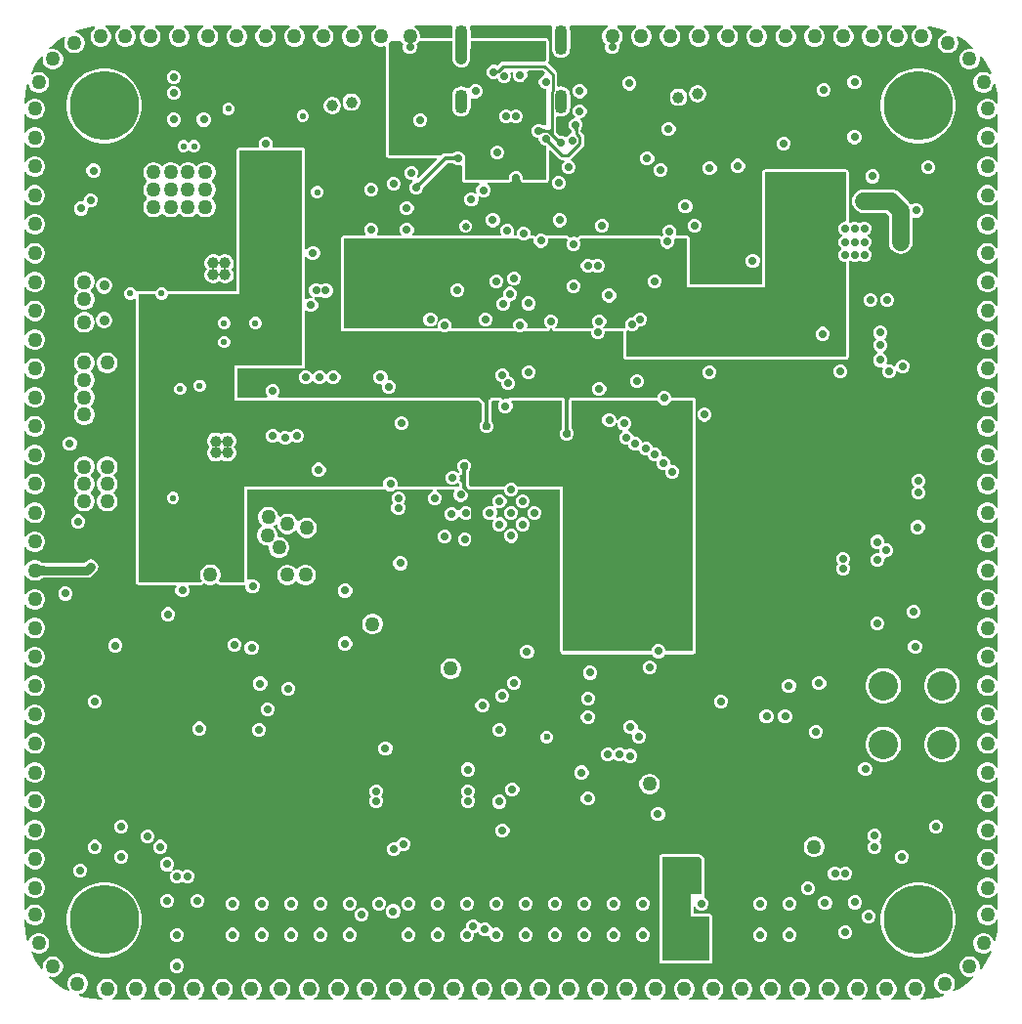
<source format=gbr>
%TF.GenerationSoftware,Altium Limited,Altium Designer,23.8.1 (32)*%
G04 Layer_Physical_Order=2*
G04 Layer_Color=36540*
%FSLAX26Y26*%
%MOIN*%
%TF.SameCoordinates,E4E2D882-E8BB-4B84-AFC5-65E6DD6325D3*%
%TF.FilePolarity,Positive*%
%TF.FileFunction,Copper,L2,Inr,Signal*%
%TF.Part,Single*%
G01*
G75*
%TA.AperFunction,Conductor*%
%ADD85C,0.013798*%
%ADD86C,0.010000*%
%ADD88C,0.040000*%
%ADD89C,0.030000*%
%ADD90C,0.060000*%
%TA.AperFunction,ComponentPad*%
G04:AMPARAMS|DCode=95|XSize=43.307mil|YSize=82.677mil|CornerRadius=21.654mil|HoleSize=0mil|Usage=FLASHONLY|Rotation=180.000|XOffset=0mil|YOffset=0mil|HoleType=Round|Shape=RoundedRectangle|*
%AMROUNDEDRECTD95*
21,1,0.043307,0.039370,0,0,180.0*
21,1,0.000000,0.082677,0,0,180.0*
1,1,0.043307,0.000000,0.019685*
1,1,0.043307,0.000000,0.019685*
1,1,0.043307,0.000000,-0.019685*
1,1,0.043307,0.000000,-0.019685*
%
%ADD95ROUNDEDRECTD95*%
G04:AMPARAMS|DCode=96|XSize=43.307mil|YSize=102.362mil|CornerRadius=21.654mil|HoleSize=0mil|Usage=FLASHONLY|Rotation=180.000|XOffset=0mil|YOffset=0mil|HoleType=Round|Shape=RoundedRectangle|*
%AMROUNDEDRECTD96*
21,1,0.043307,0.059055,0,0,180.0*
21,1,0.000000,0.102362,0,0,180.0*
1,1,0.043307,0.000000,0.029528*
1,1,0.043307,0.000000,0.029528*
1,1,0.043307,0.000000,-0.029528*
1,1,0.043307,0.000000,-0.029528*
%
%ADD96ROUNDEDRECTD96*%
%ADD97C,0.035430*%
%ADD98C,0.039370*%
%ADD99C,0.100000*%
%TA.AperFunction,ViaPad*%
%ADD100C,0.236220*%
%ADD101C,0.028000*%
%ADD102C,0.023622*%
%ADD103C,0.050000*%
%ADD104C,0.039370*%
%ADD105C,0.022000*%
%ADD106C,0.024803*%
G36*
X-199266Y1655951D02*
X-200917Y1651964D01*
X-202005Y1643701D01*
Y1619902D01*
X-310097D01*
X-310473Y1620392D01*
Y1629608D01*
X-312858Y1638509D01*
X-317466Y1646491D01*
X-323982Y1653007D01*
X-329081Y1655951D01*
X-327741Y1660951D01*
X-202607D01*
X-199266Y1655951D01*
D02*
G37*
G36*
X1383992Y1655951D02*
X1378894Y1653007D01*
X1372377Y1646491D01*
X1367770Y1638510D01*
X1365384Y1629608D01*
Y1620393D01*
X1367770Y1611491D01*
X1372377Y1603510D01*
X1378894Y1596994D01*
X1386875Y1592386D01*
X1395776Y1590001D01*
X1404992D01*
X1413894Y1592386D01*
X1421875Y1596994D01*
X1428391Y1603510D01*
X1432999Y1611491D01*
X1435384Y1620393D01*
Y1629608D01*
X1432999Y1638510D01*
X1428391Y1646491D01*
X1421875Y1653007D01*
X1419835Y1654185D01*
X1421400Y1659055D01*
X1428764Y1658330D01*
X1454992Y1653113D01*
X1480581Y1645350D01*
X1487273Y1642578D01*
X1486279Y1637578D01*
X1485291D01*
X1476389Y1635193D01*
X1468408Y1630585D01*
X1461892Y1624069D01*
X1457284Y1616088D01*
X1454899Y1607186D01*
Y1597970D01*
X1457284Y1589069D01*
X1461892Y1581088D01*
X1468408Y1574571D01*
X1476389Y1569964D01*
X1485291Y1567578D01*
X1494507D01*
X1503408Y1569964D01*
X1511389Y1574571D01*
X1517906Y1581088D01*
X1522514Y1589069D01*
X1524899Y1597970D01*
Y1607186D01*
X1522514Y1616088D01*
X1519047Y1622093D01*
X1522663Y1625829D01*
X1528872Y1622510D01*
X1551107Y1607653D01*
X1571779Y1590689D01*
X1576901Y1585566D01*
X1574313Y1581084D01*
X1568627Y1582607D01*
X1559411D01*
X1550509Y1580222D01*
X1542528Y1575614D01*
X1536012Y1569098D01*
X1531404Y1561117D01*
X1529019Y1552215D01*
Y1542999D01*
X1531404Y1534098D01*
X1536012Y1526117D01*
X1542528Y1519600D01*
X1550509Y1514992D01*
X1559411Y1512607D01*
X1568627D01*
X1577528Y1514992D01*
X1585509Y1519600D01*
X1592026Y1526117D01*
X1596634Y1534098D01*
X1599019Y1542999D01*
Y1552215D01*
X1598409Y1554489D01*
X1602960Y1556827D01*
X1607653Y1551107D01*
X1622510Y1528872D01*
X1635116Y1505289D01*
X1637888Y1498597D01*
X1633649Y1495764D01*
X1632951Y1496463D01*
X1624970Y1501071D01*
X1616068Y1503456D01*
X1606852D01*
X1597951Y1501071D01*
X1589970Y1496463D01*
X1583453Y1489946D01*
X1578845Y1481965D01*
X1576460Y1473064D01*
Y1463848D01*
X1578845Y1454946D01*
X1583453Y1446965D01*
X1589970Y1440449D01*
X1597951Y1435841D01*
X1606852Y1433456D01*
X1616068D01*
X1624970Y1435841D01*
X1632951Y1440449D01*
X1639467Y1446965D01*
X1644075Y1454946D01*
X1645870Y1461644D01*
X1651069Y1461729D01*
X1653113Y1454992D01*
X1658330Y1428763D01*
X1660951Y1402151D01*
Y1395684D01*
X1655951Y1394344D01*
X1653007Y1399443D01*
X1646491Y1405960D01*
X1638509Y1410568D01*
X1629608Y1412953D01*
X1620392D01*
X1611491Y1410568D01*
X1603509Y1405960D01*
X1596993Y1399443D01*
X1592385Y1391462D01*
X1590000Y1382561D01*
Y1373345D01*
X1592385Y1364443D01*
X1596993Y1356462D01*
X1603509Y1349946D01*
X1611491Y1345338D01*
X1620392Y1342953D01*
X1629608D01*
X1638509Y1345338D01*
X1646491Y1349946D01*
X1653007Y1356462D01*
X1655951Y1361561D01*
X1660951Y1360222D01*
Y1297259D01*
X1655951Y1295919D01*
X1653007Y1301018D01*
X1646491Y1307535D01*
X1638509Y1312142D01*
X1629608Y1314528D01*
X1620392D01*
X1611491Y1312142D01*
X1603509Y1307535D01*
X1596993Y1301018D01*
X1592385Y1293037D01*
X1590000Y1284135D01*
Y1274920D01*
X1592385Y1266018D01*
X1596993Y1258037D01*
X1603509Y1251521D01*
X1611491Y1246913D01*
X1620392Y1244528D01*
X1629608D01*
X1638509Y1246913D01*
X1646491Y1251521D01*
X1653007Y1258037D01*
X1655951Y1263136D01*
X1660951Y1261796D01*
Y1198834D01*
X1655951Y1197494D01*
X1653007Y1202593D01*
X1646491Y1209110D01*
X1638509Y1213717D01*
X1629608Y1216102D01*
X1620392D01*
X1611491Y1213717D01*
X1603509Y1209110D01*
X1596993Y1202593D01*
X1592385Y1194612D01*
X1590000Y1185710D01*
Y1176495D01*
X1592385Y1167593D01*
X1596993Y1159612D01*
X1603509Y1153095D01*
X1611491Y1148488D01*
X1620392Y1146102D01*
X1629608D01*
X1638509Y1148488D01*
X1646491Y1153095D01*
X1653007Y1159612D01*
X1655951Y1164711D01*
X1660951Y1163371D01*
Y1100408D01*
X1655951Y1099069D01*
X1653007Y1104168D01*
X1646491Y1110684D01*
X1638509Y1115292D01*
X1629608Y1117677D01*
X1620392D01*
X1611491Y1115292D01*
X1603509Y1110684D01*
X1596993Y1104168D01*
X1592385Y1096187D01*
X1590000Y1087285D01*
Y1078069D01*
X1592385Y1069168D01*
X1596993Y1061187D01*
X1603509Y1054670D01*
X1611491Y1050062D01*
X1620392Y1047677D01*
X1629608D01*
X1638509Y1050062D01*
X1646491Y1054670D01*
X1653007Y1061187D01*
X1655951Y1066286D01*
X1660951Y1064946D01*
Y1001983D01*
X1655951Y1000643D01*
X1653007Y1005742D01*
X1646491Y1012259D01*
X1638509Y1016867D01*
X1629608Y1019252D01*
X1620392D01*
X1611491Y1016867D01*
X1603509Y1012259D01*
X1596993Y1005742D01*
X1592385Y997761D01*
X1590000Y988860D01*
Y979644D01*
X1592385Y970742D01*
X1596993Y962761D01*
X1603509Y956245D01*
X1611491Y951637D01*
X1620392Y949252D01*
X1629608D01*
X1638509Y951637D01*
X1646491Y956245D01*
X1653007Y962761D01*
X1655951Y967861D01*
X1660951Y966521D01*
Y903558D01*
X1655951Y902218D01*
X1653007Y907317D01*
X1646491Y913834D01*
X1638509Y918442D01*
X1629608Y920827D01*
X1620392D01*
X1611491Y918442D01*
X1603509Y913834D01*
X1596993Y907317D01*
X1592385Y899336D01*
X1590000Y890435D01*
Y881219D01*
X1592385Y872317D01*
X1596993Y864336D01*
X1603509Y857820D01*
X1611491Y853212D01*
X1620392Y850827D01*
X1629608D01*
X1638509Y853212D01*
X1646491Y857820D01*
X1653007Y864336D01*
X1655951Y869435D01*
X1660951Y868096D01*
Y805133D01*
X1655951Y803793D01*
X1653007Y808892D01*
X1646491Y815409D01*
X1638509Y820016D01*
X1629608Y822402D01*
X1620392D01*
X1611491Y820016D01*
X1603509Y815409D01*
X1596993Y808892D01*
X1592385Y800911D01*
X1590000Y792010D01*
Y782794D01*
X1592385Y773892D01*
X1596993Y765911D01*
X1603509Y759395D01*
X1611491Y754787D01*
X1620392Y752402D01*
X1629608D01*
X1638509Y754787D01*
X1646491Y759395D01*
X1653007Y765911D01*
X1655951Y771010D01*
X1660951Y769671D01*
Y706707D01*
X1655951Y705368D01*
X1653007Y710467D01*
X1646491Y716983D01*
X1638509Y721591D01*
X1629608Y723976D01*
X1620392D01*
X1611491Y721591D01*
X1603509Y716983D01*
X1596993Y710467D01*
X1592385Y702486D01*
X1590000Y693584D01*
Y684369D01*
X1592385Y675467D01*
X1596993Y667486D01*
X1603509Y660969D01*
X1611491Y656362D01*
X1620392Y653976D01*
X1629608D01*
X1638509Y656362D01*
X1646491Y660969D01*
X1653007Y667486D01*
X1655951Y672585D01*
X1660951Y671245D01*
Y608282D01*
X1655951Y606943D01*
X1653007Y612042D01*
X1646491Y618558D01*
X1638509Y623166D01*
X1629608Y625551D01*
X1620392D01*
X1611491Y623166D01*
X1603509Y618558D01*
X1596993Y612042D01*
X1592385Y604061D01*
X1590000Y595159D01*
Y585943D01*
X1592385Y577042D01*
X1596993Y569061D01*
X1603509Y562544D01*
X1611491Y557936D01*
X1620392Y555551D01*
X1629608D01*
X1638509Y557936D01*
X1646491Y562544D01*
X1653007Y569061D01*
X1655951Y574160D01*
X1660951Y572820D01*
Y509857D01*
X1655951Y508517D01*
X1653007Y513616D01*
X1646491Y520133D01*
X1638509Y524741D01*
X1629608Y527126D01*
X1620392D01*
X1611491Y524741D01*
X1603509Y520133D01*
X1596993Y513616D01*
X1592385Y505635D01*
X1590000Y496734D01*
Y487518D01*
X1592385Y478616D01*
X1596993Y470635D01*
X1603509Y464119D01*
X1611491Y459511D01*
X1620392Y457126D01*
X1629608D01*
X1638509Y459511D01*
X1646491Y464119D01*
X1653007Y470635D01*
X1655951Y475735D01*
X1660951Y474395D01*
Y411432D01*
X1655951Y410092D01*
X1653007Y415191D01*
X1646491Y421708D01*
X1638509Y426315D01*
X1629608Y428701D01*
X1620392D01*
X1611491Y426315D01*
X1603509Y421708D01*
X1596993Y415191D01*
X1592385Y407210D01*
X1590000Y398308D01*
Y389093D01*
X1592385Y380191D01*
X1596993Y372210D01*
X1603509Y365694D01*
X1611491Y361086D01*
X1620392Y358701D01*
X1629608D01*
X1638509Y361086D01*
X1646491Y365694D01*
X1653007Y372210D01*
X1655951Y377309D01*
X1660951Y375970D01*
Y313007D01*
X1655951Y311667D01*
X1653007Y316766D01*
X1646491Y323283D01*
X1638509Y327890D01*
X1629608Y330276D01*
X1620392D01*
X1611491Y327890D01*
X1603509Y323283D01*
X1596993Y316766D01*
X1592385Y308785D01*
X1590000Y299883D01*
Y290668D01*
X1592385Y281766D01*
X1596993Y273785D01*
X1603509Y267269D01*
X1611491Y262661D01*
X1620392Y260276D01*
X1629608D01*
X1638509Y262661D01*
X1646491Y267269D01*
X1653007Y273785D01*
X1655951Y278884D01*
X1660951Y277545D01*
Y214582D01*
X1655951Y213242D01*
X1653007Y218341D01*
X1646491Y224857D01*
X1638509Y229465D01*
X1629608Y231850D01*
X1620392D01*
X1611491Y229465D01*
X1603509Y224857D01*
X1596993Y218341D01*
X1592385Y210360D01*
X1590000Y201458D01*
Y192243D01*
X1592385Y183341D01*
X1596993Y175360D01*
X1603509Y168843D01*
X1611491Y164236D01*
X1620392Y161850D01*
X1629608D01*
X1638509Y164236D01*
X1646491Y168843D01*
X1653007Y175360D01*
X1655951Y180459D01*
X1660951Y179119D01*
Y116156D01*
X1655951Y114817D01*
X1653007Y119916D01*
X1646491Y126432D01*
X1638509Y131040D01*
X1629608Y133425D01*
X1620392D01*
X1611491Y131040D01*
X1603509Y126432D01*
X1596993Y119916D01*
X1592385Y111935D01*
X1590000Y103033D01*
Y93817D01*
X1592385Y84916D01*
X1596993Y76935D01*
X1603509Y70418D01*
X1611491Y65810D01*
X1620392Y63425D01*
X1629608D01*
X1638509Y65810D01*
X1646491Y70418D01*
X1653007Y76935D01*
X1655951Y82034D01*
X1660951Y80694D01*
Y17731D01*
X1655951Y16391D01*
X1653007Y21490D01*
X1646491Y28007D01*
X1638509Y32615D01*
X1629608Y35000D01*
X1620392D01*
X1611491Y32615D01*
X1603509Y28007D01*
X1596993Y21490D01*
X1592385Y13509D01*
X1590000Y4608D01*
Y-4608D01*
X1592385Y-13510D01*
X1596993Y-21491D01*
X1603509Y-28007D01*
X1611491Y-32615D01*
X1620392Y-35000D01*
X1629608D01*
X1638509Y-32615D01*
X1646491Y-28007D01*
X1653007Y-21491D01*
X1655951Y-16392D01*
X1660951Y-17731D01*
Y-80694D01*
X1655951Y-82034D01*
X1653007Y-76935D01*
X1646491Y-70418D01*
X1638509Y-65810D01*
X1629608Y-63425D01*
X1620392D01*
X1611491Y-65810D01*
X1603509Y-70418D01*
X1596993Y-76935D01*
X1592385Y-84916D01*
X1590000Y-93817D01*
Y-103033D01*
X1592385Y-111935D01*
X1596993Y-119916D01*
X1603509Y-126432D01*
X1611491Y-131040D01*
X1620392Y-133425D01*
X1629608D01*
X1638509Y-131040D01*
X1646491Y-126432D01*
X1653007Y-119916D01*
X1655951Y-114817D01*
X1660951Y-116156D01*
Y-179119D01*
X1655951Y-180459D01*
X1653007Y-175360D01*
X1646491Y-168843D01*
X1638509Y-164236D01*
X1629608Y-161850D01*
X1620392D01*
X1611491Y-164236D01*
X1603509Y-168843D01*
X1596993Y-175360D01*
X1592385Y-183341D01*
X1590000Y-192243D01*
Y-201458D01*
X1592385Y-210360D01*
X1596993Y-218341D01*
X1603509Y-224857D01*
X1611491Y-229465D01*
X1620392Y-231850D01*
X1629608D01*
X1638509Y-229465D01*
X1646491Y-224857D01*
X1653007Y-218341D01*
X1655951Y-213242D01*
X1660951Y-214582D01*
Y-277544D01*
X1655951Y-278884D01*
X1653007Y-273785D01*
X1646491Y-267269D01*
X1638509Y-262661D01*
X1629608Y-260276D01*
X1620392D01*
X1611491Y-262661D01*
X1603509Y-267269D01*
X1596993Y-273785D01*
X1592385Y-281766D01*
X1590000Y-290668D01*
Y-299883D01*
X1592385Y-308785D01*
X1596993Y-316766D01*
X1603509Y-323283D01*
X1611491Y-327890D01*
X1620392Y-330276D01*
X1629608D01*
X1638509Y-327890D01*
X1646491Y-323283D01*
X1653007Y-316766D01*
X1655951Y-311667D01*
X1660951Y-313007D01*
Y-375970D01*
X1655951Y-377310D01*
X1653007Y-372210D01*
X1646491Y-365694D01*
X1638509Y-361086D01*
X1629608Y-358701D01*
X1620392D01*
X1611491Y-361086D01*
X1603509Y-365694D01*
X1596993Y-372210D01*
X1592385Y-380191D01*
X1590000Y-389093D01*
Y-398309D01*
X1592385Y-407210D01*
X1596993Y-415191D01*
X1603509Y-421708D01*
X1611491Y-426316D01*
X1620392Y-428701D01*
X1629608D01*
X1638509Y-426316D01*
X1646491Y-421708D01*
X1653007Y-415191D01*
X1655951Y-410092D01*
X1660951Y-411432D01*
Y-474395D01*
X1655951Y-475735D01*
X1653007Y-470635D01*
X1646491Y-464119D01*
X1638509Y-459511D01*
X1629608Y-457126D01*
X1620392D01*
X1611491Y-459511D01*
X1603509Y-464119D01*
X1596993Y-470635D01*
X1592385Y-478616D01*
X1590000Y-487518D01*
Y-496734D01*
X1592385Y-505635D01*
X1596993Y-513616D01*
X1603509Y-520133D01*
X1611491Y-524741D01*
X1620392Y-527126D01*
X1629608D01*
X1638509Y-524741D01*
X1646491Y-520133D01*
X1653007Y-513616D01*
X1655951Y-508517D01*
X1660951Y-509857D01*
Y-572820D01*
X1655951Y-574160D01*
X1653007Y-569061D01*
X1646491Y-562544D01*
X1638509Y-557936D01*
X1629608Y-555551D01*
X1620392D01*
X1611491Y-557936D01*
X1603509Y-562544D01*
X1596993Y-569061D01*
X1592385Y-577042D01*
X1590000Y-585943D01*
Y-595159D01*
X1592385Y-604061D01*
X1596993Y-612042D01*
X1603509Y-618558D01*
X1611491Y-623166D01*
X1620392Y-625551D01*
X1629608D01*
X1638509Y-623166D01*
X1646491Y-618558D01*
X1653007Y-612042D01*
X1655951Y-606943D01*
X1660951Y-608282D01*
Y-671245D01*
X1655951Y-672585D01*
X1653007Y-667486D01*
X1646491Y-660969D01*
X1638509Y-656361D01*
X1629608Y-653976D01*
X1620392D01*
X1611491Y-656361D01*
X1603509Y-660969D01*
X1596993Y-667486D01*
X1592385Y-675467D01*
X1590000Y-684369D01*
Y-693584D01*
X1592385Y-702486D01*
X1596993Y-710467D01*
X1603509Y-716983D01*
X1611491Y-721591D01*
X1620392Y-723976D01*
X1629608D01*
X1638509Y-721591D01*
X1646491Y-716983D01*
X1653007Y-710467D01*
X1655951Y-705368D01*
X1660951Y-706707D01*
Y-769670D01*
X1655951Y-771010D01*
X1653007Y-765911D01*
X1646491Y-759395D01*
X1638509Y-754787D01*
X1629608Y-752402D01*
X1620392D01*
X1611491Y-754787D01*
X1603509Y-759395D01*
X1596993Y-765911D01*
X1592385Y-773892D01*
X1590000Y-782794D01*
Y-792009D01*
X1592385Y-800911D01*
X1596993Y-808892D01*
X1603509Y-815409D01*
X1611491Y-820016D01*
X1620392Y-822402D01*
X1629608D01*
X1638509Y-820016D01*
X1646491Y-815409D01*
X1653007Y-808892D01*
X1655951Y-803793D01*
X1660951Y-805133D01*
Y-868096D01*
X1655951Y-869435D01*
X1653007Y-864336D01*
X1646491Y-857820D01*
X1638509Y-853212D01*
X1629608Y-850827D01*
X1620392D01*
X1611491Y-853212D01*
X1603509Y-857820D01*
X1596993Y-864336D01*
X1592385Y-872317D01*
X1590000Y-881219D01*
Y-890435D01*
X1592385Y-899336D01*
X1596993Y-907317D01*
X1603509Y-913834D01*
X1611491Y-918442D01*
X1620392Y-920827D01*
X1629608D01*
X1638509Y-918442D01*
X1646491Y-913834D01*
X1653007Y-907317D01*
X1655951Y-902218D01*
X1660951Y-903558D01*
Y-966521D01*
X1655951Y-967861D01*
X1653007Y-962761D01*
X1646491Y-956245D01*
X1638509Y-951637D01*
X1629608Y-949252D01*
X1620392D01*
X1611491Y-951637D01*
X1603509Y-956245D01*
X1596993Y-962761D01*
X1592385Y-970742D01*
X1590000Y-979644D01*
Y-988860D01*
X1592385Y-997761D01*
X1596993Y-1005742D01*
X1603509Y-1012259D01*
X1611491Y-1016867D01*
X1620392Y-1019252D01*
X1629608D01*
X1638509Y-1016867D01*
X1646491Y-1012259D01*
X1653007Y-1005742D01*
X1655951Y-1000643D01*
X1660951Y-1001983D01*
Y-1064946D01*
X1655951Y-1066286D01*
X1653007Y-1061187D01*
X1646491Y-1054670D01*
X1638509Y-1050062D01*
X1629608Y-1047677D01*
X1620392D01*
X1611491Y-1050062D01*
X1603509Y-1054670D01*
X1596993Y-1061187D01*
X1592385Y-1069168D01*
X1590000Y-1078069D01*
Y-1087285D01*
X1592385Y-1096187D01*
X1596993Y-1104168D01*
X1603509Y-1110684D01*
X1611491Y-1115292D01*
X1620392Y-1117677D01*
X1629608D01*
X1638509Y-1115292D01*
X1646491Y-1110684D01*
X1653007Y-1104168D01*
X1655951Y-1099069D01*
X1660951Y-1100408D01*
Y-1163371D01*
X1655951Y-1164711D01*
X1653007Y-1159612D01*
X1646491Y-1153095D01*
X1638509Y-1148488D01*
X1629608Y-1146102D01*
X1620392D01*
X1611491Y-1148488D01*
X1603509Y-1153095D01*
X1596993Y-1159612D01*
X1592385Y-1167593D01*
X1590000Y-1176495D01*
Y-1185710D01*
X1592385Y-1194612D01*
X1596993Y-1202593D01*
X1603509Y-1209109D01*
X1611491Y-1213717D01*
X1620392Y-1216102D01*
X1629608D01*
X1638509Y-1213717D01*
X1646491Y-1209109D01*
X1653007Y-1202593D01*
X1655951Y-1197494D01*
X1660951Y-1198833D01*
Y-1261796D01*
X1655951Y-1263136D01*
X1653007Y-1258037D01*
X1646491Y-1251521D01*
X1638509Y-1246913D01*
X1629608Y-1244528D01*
X1620392D01*
X1611491Y-1246913D01*
X1603509Y-1251521D01*
X1596993Y-1258037D01*
X1592385Y-1266018D01*
X1590000Y-1274920D01*
Y-1284135D01*
X1592385Y-1293037D01*
X1596993Y-1301018D01*
X1603509Y-1307535D01*
X1611491Y-1312142D01*
X1620392Y-1314528D01*
X1629608D01*
X1638509Y-1312142D01*
X1646491Y-1307535D01*
X1653007Y-1301018D01*
X1655951Y-1295919D01*
X1660951Y-1297259D01*
Y-1353470D01*
X1655951Y-1354810D01*
X1653007Y-1349712D01*
X1646491Y-1343195D01*
X1638510Y-1338588D01*
X1629608Y-1336202D01*
X1620393D01*
X1611491Y-1338588D01*
X1603510Y-1343195D01*
X1596994Y-1349712D01*
X1592386Y-1357693D01*
X1590001Y-1366594D01*
Y-1375810D01*
X1592386Y-1384712D01*
X1596994Y-1392693D01*
X1603510Y-1399209D01*
X1611491Y-1403817D01*
X1620393Y-1406202D01*
X1629608D01*
X1638510Y-1403817D01*
X1646491Y-1399209D01*
X1653007Y-1392693D01*
X1655951Y-1387594D01*
X1660951Y-1388780D01*
Y-1402151D01*
X1658330Y-1428764D01*
X1653113Y-1454992D01*
X1651069Y-1461729D01*
X1645870Y-1461644D01*
X1644075Y-1454947D01*
X1639467Y-1446966D01*
X1632951Y-1440449D01*
X1624970Y-1435841D01*
X1616068Y-1433456D01*
X1606852D01*
X1597951Y-1435841D01*
X1589970Y-1440449D01*
X1583453Y-1446966D01*
X1578845Y-1454947D01*
X1576460Y-1463848D01*
Y-1473064D01*
X1578845Y-1481966D01*
X1583453Y-1489947D01*
X1589970Y-1496463D01*
X1597951Y-1501071D01*
X1606852Y-1503456D01*
X1616068D01*
X1624970Y-1501071D01*
X1632951Y-1496463D01*
X1633649Y-1495764D01*
X1637888Y-1498597D01*
X1635116Y-1505289D01*
X1622510Y-1528872D01*
X1607653Y-1551107D01*
X1602959Y-1556827D01*
X1598409Y-1554490D01*
X1599019Y-1552215D01*
Y-1542999D01*
X1596634Y-1534098D01*
X1592026Y-1526117D01*
X1585509Y-1519600D01*
X1577528Y-1514992D01*
X1568627Y-1512607D01*
X1559411D01*
X1550509Y-1514992D01*
X1542528Y-1519600D01*
X1536012Y-1526117D01*
X1531404Y-1534098D01*
X1529019Y-1542999D01*
Y-1552215D01*
X1531404Y-1561117D01*
X1536012Y-1569098D01*
X1542528Y-1575614D01*
X1550509Y-1580222D01*
X1559411Y-1582607D01*
X1568627D01*
X1574313Y-1581084D01*
X1576901Y-1585566D01*
X1571779Y-1590689D01*
X1551107Y-1607653D01*
X1528872Y-1622511D01*
X1510360Y-1632406D01*
X1507184Y-1628510D01*
X1511792Y-1620529D01*
X1514177Y-1611627D01*
Y-1602412D01*
X1511792Y-1593510D01*
X1507184Y-1585529D01*
X1500668Y-1579012D01*
X1492687Y-1574405D01*
X1483785Y-1572019D01*
X1474570D01*
X1465668Y-1574405D01*
X1457687Y-1579012D01*
X1451170Y-1585529D01*
X1446562Y-1593510D01*
X1444177Y-1602412D01*
Y-1611627D01*
X1446562Y-1620529D01*
X1451170Y-1628510D01*
X1457687Y-1635026D01*
X1465668Y-1639634D01*
X1474569Y-1642019D01*
X1475079Y-1647019D01*
X1454992Y-1653113D01*
X1428764Y-1658330D01*
X1402150Y-1660951D01*
X1395684D01*
X1394344Y-1655951D01*
X1399443Y-1653007D01*
X1405960Y-1646491D01*
X1410568Y-1638509D01*
X1412953Y-1629608D01*
Y-1620392D01*
X1410568Y-1611491D01*
X1405960Y-1603509D01*
X1399443Y-1596993D01*
X1391462Y-1592385D01*
X1382561Y-1590000D01*
X1373345D01*
X1364443Y-1592385D01*
X1356462Y-1596993D01*
X1349946Y-1603509D01*
X1345338Y-1611491D01*
X1342953Y-1620392D01*
Y-1629608D01*
X1345338Y-1638509D01*
X1349946Y-1646491D01*
X1356462Y-1653007D01*
X1361561Y-1655951D01*
X1360222Y-1660951D01*
X1297259D01*
X1295919Y-1655951D01*
X1301018Y-1653007D01*
X1307535Y-1646491D01*
X1312142Y-1638509D01*
X1314528Y-1629608D01*
Y-1620392D01*
X1312142Y-1611491D01*
X1307535Y-1603509D01*
X1301018Y-1596993D01*
X1293037Y-1592385D01*
X1284135Y-1590000D01*
X1274920D01*
X1266018Y-1592385D01*
X1258037Y-1596993D01*
X1251521Y-1603509D01*
X1246913Y-1611491D01*
X1244528Y-1620392D01*
Y-1629608D01*
X1246913Y-1638509D01*
X1251521Y-1646491D01*
X1258037Y-1653007D01*
X1263136Y-1655951D01*
X1261796Y-1660951D01*
X1198833D01*
X1197494Y-1655951D01*
X1202593Y-1653007D01*
X1209109Y-1646491D01*
X1213717Y-1638509D01*
X1216102Y-1629608D01*
Y-1620392D01*
X1213717Y-1611491D01*
X1209109Y-1603509D01*
X1202593Y-1596993D01*
X1194612Y-1592385D01*
X1185710Y-1590000D01*
X1176495D01*
X1167593Y-1592385D01*
X1159612Y-1596993D01*
X1153095Y-1603509D01*
X1148488Y-1611491D01*
X1146102Y-1620392D01*
Y-1629608D01*
X1148488Y-1638509D01*
X1153095Y-1646491D01*
X1159612Y-1653007D01*
X1164711Y-1655951D01*
X1163371Y-1660951D01*
X1100408D01*
X1099069Y-1655951D01*
X1104168Y-1653007D01*
X1110684Y-1646491D01*
X1115292Y-1638509D01*
X1117677Y-1629608D01*
Y-1620392D01*
X1115292Y-1611491D01*
X1110684Y-1603509D01*
X1104168Y-1596993D01*
X1096187Y-1592385D01*
X1087285Y-1590000D01*
X1078069D01*
X1069168Y-1592385D01*
X1061187Y-1596993D01*
X1054670Y-1603509D01*
X1050062Y-1611491D01*
X1047677Y-1620392D01*
Y-1629608D01*
X1050062Y-1638509D01*
X1054670Y-1646491D01*
X1061187Y-1653007D01*
X1066286Y-1655951D01*
X1064946Y-1660951D01*
X1001983D01*
X1000643Y-1655951D01*
X1005742Y-1653007D01*
X1012259Y-1646491D01*
X1016867Y-1638509D01*
X1019252Y-1629608D01*
Y-1620392D01*
X1016867Y-1611491D01*
X1012259Y-1603509D01*
X1005742Y-1596993D01*
X997761Y-1592385D01*
X988860Y-1590000D01*
X979644D01*
X970742Y-1592385D01*
X962761Y-1596993D01*
X956245Y-1603509D01*
X951637Y-1611491D01*
X949252Y-1620392D01*
Y-1629608D01*
X951637Y-1638509D01*
X956245Y-1646491D01*
X962761Y-1653007D01*
X967861Y-1655951D01*
X966521Y-1660951D01*
X903558D01*
X902218Y-1655951D01*
X907317Y-1653007D01*
X913834Y-1646491D01*
X918442Y-1638509D01*
X920827Y-1629608D01*
Y-1620392D01*
X918442Y-1611491D01*
X913834Y-1603509D01*
X907317Y-1596993D01*
X899336Y-1592385D01*
X890435Y-1590000D01*
X881219D01*
X872317Y-1592385D01*
X864336Y-1596993D01*
X857820Y-1603509D01*
X853212Y-1611491D01*
X850827Y-1620392D01*
Y-1629608D01*
X853212Y-1638509D01*
X857820Y-1646491D01*
X864336Y-1653007D01*
X869435Y-1655951D01*
X868096Y-1660951D01*
X805133D01*
X803793Y-1655951D01*
X808892Y-1653007D01*
X815409Y-1646491D01*
X820016Y-1638509D01*
X822402Y-1629608D01*
Y-1620392D01*
X820016Y-1611491D01*
X815409Y-1603509D01*
X808892Y-1596993D01*
X800911Y-1592385D01*
X792009Y-1590000D01*
X782794D01*
X773892Y-1592385D01*
X765911Y-1596993D01*
X759395Y-1603509D01*
X754787Y-1611491D01*
X752402Y-1620392D01*
Y-1629608D01*
X754787Y-1638509D01*
X759395Y-1646491D01*
X765911Y-1653007D01*
X771010Y-1655951D01*
X769670Y-1660951D01*
X706707D01*
X705368Y-1655951D01*
X710467Y-1653007D01*
X716983Y-1646491D01*
X721591Y-1638509D01*
X723976Y-1629608D01*
Y-1620392D01*
X721591Y-1611491D01*
X716983Y-1603509D01*
X710467Y-1596993D01*
X702486Y-1592385D01*
X693584Y-1590000D01*
X684369D01*
X675467Y-1592385D01*
X667486Y-1596993D01*
X660969Y-1603509D01*
X656362Y-1611491D01*
X653976Y-1620392D01*
Y-1629608D01*
X656362Y-1638509D01*
X660969Y-1646491D01*
X667486Y-1653007D01*
X672585Y-1655951D01*
X671245Y-1660951D01*
X608282D01*
X606943Y-1655951D01*
X612042Y-1653007D01*
X618558Y-1646491D01*
X623166Y-1638509D01*
X625551Y-1629608D01*
Y-1620392D01*
X623166Y-1611491D01*
X618558Y-1603509D01*
X612042Y-1596993D01*
X604061Y-1592385D01*
X595159Y-1590000D01*
X585943D01*
X577042Y-1592385D01*
X569061Y-1596993D01*
X562544Y-1603509D01*
X557936Y-1611491D01*
X555551Y-1620392D01*
Y-1629608D01*
X557936Y-1638509D01*
X562544Y-1646491D01*
X569061Y-1653007D01*
X574160Y-1655951D01*
X572820Y-1660951D01*
X509857D01*
X508517Y-1655951D01*
X513616Y-1653007D01*
X520133Y-1646491D01*
X524741Y-1638509D01*
X527126Y-1629608D01*
Y-1620392D01*
X524741Y-1611491D01*
X520133Y-1603509D01*
X513616Y-1596993D01*
X505635Y-1592385D01*
X496734Y-1590000D01*
X487518D01*
X478616Y-1592385D01*
X470635Y-1596993D01*
X464119Y-1603509D01*
X459511Y-1611491D01*
X457126Y-1620392D01*
Y-1629608D01*
X459511Y-1638509D01*
X464119Y-1646491D01*
X470635Y-1653007D01*
X475735Y-1655951D01*
X474395Y-1660951D01*
X411432D01*
X410092Y-1655951D01*
X415191Y-1653007D01*
X421708Y-1646491D01*
X426316Y-1638509D01*
X428701Y-1629608D01*
Y-1620392D01*
X426316Y-1611491D01*
X421708Y-1603509D01*
X415191Y-1596993D01*
X407210Y-1592385D01*
X398309Y-1590000D01*
X389093D01*
X380191Y-1592385D01*
X372210Y-1596993D01*
X365694Y-1603509D01*
X361086Y-1611491D01*
X358701Y-1620392D01*
Y-1629608D01*
X361086Y-1638509D01*
X365694Y-1646491D01*
X372210Y-1653007D01*
X377309Y-1655951D01*
X375970Y-1660951D01*
X313007D01*
X311667Y-1655951D01*
X316766Y-1653007D01*
X323283Y-1646491D01*
X327890Y-1638509D01*
X330276Y-1629608D01*
Y-1620392D01*
X327890Y-1611491D01*
X323283Y-1603509D01*
X316766Y-1596993D01*
X308785Y-1592385D01*
X299883Y-1590000D01*
X290668D01*
X281766Y-1592385D01*
X273785Y-1596993D01*
X267269Y-1603509D01*
X262661Y-1611491D01*
X260276Y-1620392D01*
Y-1629608D01*
X262661Y-1638509D01*
X267269Y-1646491D01*
X273785Y-1653007D01*
X278884Y-1655951D01*
X277545Y-1660951D01*
X214582D01*
X213242Y-1655951D01*
X218341Y-1653007D01*
X224857Y-1646491D01*
X229465Y-1638509D01*
X231850Y-1629608D01*
Y-1620392D01*
X229465Y-1611491D01*
X224857Y-1603509D01*
X218341Y-1596993D01*
X210360Y-1592385D01*
X201458Y-1590000D01*
X192243D01*
X183341Y-1592385D01*
X175360Y-1596993D01*
X168843Y-1603509D01*
X164236Y-1611491D01*
X161850Y-1620392D01*
Y-1629608D01*
X164236Y-1638509D01*
X168843Y-1646491D01*
X175360Y-1653007D01*
X180459Y-1655951D01*
X179119Y-1660951D01*
X116156D01*
X114817Y-1655951D01*
X119916Y-1653007D01*
X126432Y-1646491D01*
X131040Y-1638509D01*
X133425Y-1629608D01*
Y-1620392D01*
X131040Y-1611491D01*
X126432Y-1603509D01*
X119916Y-1596993D01*
X111935Y-1592385D01*
X103033Y-1590000D01*
X93817D01*
X84916Y-1592385D01*
X76935Y-1596993D01*
X70418Y-1603509D01*
X65810Y-1611491D01*
X63425Y-1620392D01*
Y-1629608D01*
X65810Y-1638509D01*
X70418Y-1646491D01*
X76935Y-1653007D01*
X82034Y-1655951D01*
X80694Y-1660951D01*
X17731D01*
X16391Y-1655951D01*
X21491Y-1653007D01*
X28007Y-1646491D01*
X32615Y-1638509D01*
X35000Y-1629608D01*
Y-1620392D01*
X32615Y-1611491D01*
X28007Y-1603509D01*
X21491Y-1596993D01*
X13509Y-1592385D01*
X4608Y-1590000D01*
X-4608D01*
X-13509Y-1592385D01*
X-21491Y-1596993D01*
X-28007Y-1603509D01*
X-32615Y-1611491D01*
X-35000Y-1620392D01*
Y-1629608D01*
X-32615Y-1638509D01*
X-28007Y-1646491D01*
X-21491Y-1653007D01*
X-16391Y-1655951D01*
X-17731Y-1660951D01*
X-80694D01*
X-82034Y-1655951D01*
X-76935Y-1653007D01*
X-70418Y-1646491D01*
X-65810Y-1638509D01*
X-63425Y-1629608D01*
Y-1620392D01*
X-65810Y-1611491D01*
X-70418Y-1603509D01*
X-76935Y-1596993D01*
X-84916Y-1592385D01*
X-93817Y-1590000D01*
X-103033D01*
X-111935Y-1592385D01*
X-119916Y-1596993D01*
X-126432Y-1603509D01*
X-131040Y-1611491D01*
X-133425Y-1620392D01*
Y-1629608D01*
X-131040Y-1638509D01*
X-126432Y-1646491D01*
X-119916Y-1653007D01*
X-114817Y-1655951D01*
X-116156Y-1660951D01*
X-179119D01*
X-180459Y-1655951D01*
X-175360Y-1653007D01*
X-168843Y-1646491D01*
X-164236Y-1638509D01*
X-161850Y-1629608D01*
Y-1620392D01*
X-164236Y-1611491D01*
X-168843Y-1603509D01*
X-175360Y-1596993D01*
X-183341Y-1592385D01*
X-192243Y-1590000D01*
X-201458D01*
X-210360Y-1592385D01*
X-218341Y-1596993D01*
X-224857Y-1603509D01*
X-229465Y-1611491D01*
X-231850Y-1620392D01*
Y-1629608D01*
X-229465Y-1638509D01*
X-224857Y-1646491D01*
X-218341Y-1653007D01*
X-213242Y-1655951D01*
X-214582Y-1660951D01*
X-277545D01*
X-278884Y-1655951D01*
X-273785Y-1653007D01*
X-267269Y-1646491D01*
X-262661Y-1638509D01*
X-260276Y-1629608D01*
Y-1620392D01*
X-262661Y-1611491D01*
X-267269Y-1603509D01*
X-273785Y-1596993D01*
X-281766Y-1592385D01*
X-290668Y-1590000D01*
X-299883D01*
X-308785Y-1592385D01*
X-316766Y-1596993D01*
X-323283Y-1603509D01*
X-327890Y-1611491D01*
X-330276Y-1620392D01*
Y-1629608D01*
X-327890Y-1638509D01*
X-323283Y-1646491D01*
X-316766Y-1653007D01*
X-311667Y-1655951D01*
X-313007Y-1660951D01*
X-375970D01*
X-377309Y-1655951D01*
X-372210Y-1653007D01*
X-365694Y-1646491D01*
X-361086Y-1638509D01*
X-358701Y-1629608D01*
Y-1620392D01*
X-361086Y-1611491D01*
X-365694Y-1603509D01*
X-372210Y-1596993D01*
X-380191Y-1592385D01*
X-389093Y-1590000D01*
X-398309D01*
X-407210Y-1592385D01*
X-415191Y-1596993D01*
X-421708Y-1603509D01*
X-426316Y-1611491D01*
X-428701Y-1620392D01*
Y-1629608D01*
X-426316Y-1638509D01*
X-421708Y-1646491D01*
X-415191Y-1653007D01*
X-410092Y-1655951D01*
X-411432Y-1660951D01*
X-474395D01*
X-475735Y-1655951D01*
X-470635Y-1653007D01*
X-464119Y-1646491D01*
X-459511Y-1638509D01*
X-457126Y-1629608D01*
Y-1620392D01*
X-459511Y-1611491D01*
X-464119Y-1603509D01*
X-470635Y-1596993D01*
X-478616Y-1592385D01*
X-487518Y-1590000D01*
X-496734D01*
X-505635Y-1592385D01*
X-513616Y-1596993D01*
X-520133Y-1603509D01*
X-524741Y-1611491D01*
X-527126Y-1620392D01*
Y-1629608D01*
X-524741Y-1638509D01*
X-520133Y-1646491D01*
X-513616Y-1653007D01*
X-508517Y-1655951D01*
X-509857Y-1660951D01*
X-572820D01*
X-574160Y-1655951D01*
X-569061Y-1653007D01*
X-562544Y-1646491D01*
X-557936Y-1638509D01*
X-555551Y-1629608D01*
Y-1620392D01*
X-557936Y-1611491D01*
X-562544Y-1603509D01*
X-569061Y-1596993D01*
X-577042Y-1592385D01*
X-585943Y-1590000D01*
X-595159D01*
X-604061Y-1592385D01*
X-612042Y-1596993D01*
X-618558Y-1603509D01*
X-623166Y-1611491D01*
X-625551Y-1620392D01*
Y-1629608D01*
X-623166Y-1638509D01*
X-618558Y-1646491D01*
X-612042Y-1653007D01*
X-606943Y-1655951D01*
X-608282Y-1660951D01*
X-671245D01*
X-672585Y-1655951D01*
X-667486Y-1653007D01*
X-660969Y-1646491D01*
X-656362Y-1638509D01*
X-653976Y-1629608D01*
Y-1620392D01*
X-656362Y-1611491D01*
X-660969Y-1603509D01*
X-667486Y-1596993D01*
X-675467Y-1592385D01*
X-684369Y-1590000D01*
X-693584D01*
X-702486Y-1592385D01*
X-710467Y-1596993D01*
X-716983Y-1603509D01*
X-721591Y-1611491D01*
X-723976Y-1620392D01*
Y-1629608D01*
X-721591Y-1638509D01*
X-716983Y-1646491D01*
X-710467Y-1653007D01*
X-705368Y-1655951D01*
X-706707Y-1660951D01*
X-769670D01*
X-771010Y-1655951D01*
X-765911Y-1653007D01*
X-759395Y-1646491D01*
X-754787Y-1638509D01*
X-752402Y-1629608D01*
Y-1620392D01*
X-754787Y-1611491D01*
X-759395Y-1603509D01*
X-765911Y-1596993D01*
X-773892Y-1592385D01*
X-782794Y-1590000D01*
X-792009D01*
X-800911Y-1592385D01*
X-808892Y-1596993D01*
X-815409Y-1603509D01*
X-820016Y-1611491D01*
X-822402Y-1620392D01*
Y-1629608D01*
X-820016Y-1638509D01*
X-815409Y-1646491D01*
X-808892Y-1653007D01*
X-803793Y-1655951D01*
X-805133Y-1660951D01*
X-868096D01*
X-869435Y-1655951D01*
X-864336Y-1653007D01*
X-857820Y-1646491D01*
X-853212Y-1638509D01*
X-850827Y-1629608D01*
Y-1620392D01*
X-853212Y-1611491D01*
X-857820Y-1603509D01*
X-864336Y-1596993D01*
X-872317Y-1592385D01*
X-881219Y-1590000D01*
X-890435D01*
X-899336Y-1592385D01*
X-907317Y-1596993D01*
X-913834Y-1603509D01*
X-918442Y-1611491D01*
X-920827Y-1620392D01*
Y-1629608D01*
X-918442Y-1638509D01*
X-913834Y-1646491D01*
X-907317Y-1653007D01*
X-902218Y-1655951D01*
X-903558Y-1660951D01*
X-966521D01*
X-967861Y-1655951D01*
X-962761Y-1653007D01*
X-956245Y-1646491D01*
X-951637Y-1638509D01*
X-949252Y-1629608D01*
Y-1620392D01*
X-951637Y-1611491D01*
X-956245Y-1603509D01*
X-962761Y-1596993D01*
X-970742Y-1592385D01*
X-979644Y-1590000D01*
X-988860D01*
X-997761Y-1592385D01*
X-1005742Y-1596993D01*
X-1012259Y-1603509D01*
X-1016867Y-1611491D01*
X-1019252Y-1620392D01*
Y-1629608D01*
X-1016867Y-1638509D01*
X-1012259Y-1646491D01*
X-1005742Y-1653007D01*
X-1000643Y-1655951D01*
X-1001983Y-1660951D01*
X-1064946D01*
X-1066286Y-1655951D01*
X-1061187Y-1653007D01*
X-1054670Y-1646491D01*
X-1050062Y-1638509D01*
X-1047677Y-1629608D01*
Y-1620392D01*
X-1050062Y-1611491D01*
X-1054670Y-1603509D01*
X-1061187Y-1596993D01*
X-1069168Y-1592385D01*
X-1078069Y-1590000D01*
X-1087285D01*
X-1096187Y-1592385D01*
X-1104168Y-1596993D01*
X-1110684Y-1603509D01*
X-1115292Y-1611491D01*
X-1117677Y-1620392D01*
Y-1629608D01*
X-1115292Y-1638509D01*
X-1110684Y-1646491D01*
X-1104168Y-1653007D01*
X-1099069Y-1655951D01*
X-1100408Y-1660951D01*
X-1163371D01*
X-1164711Y-1655951D01*
X-1159612Y-1653007D01*
X-1153095Y-1646491D01*
X-1148488Y-1638509D01*
X-1146102Y-1629608D01*
Y-1620392D01*
X-1148488Y-1611491D01*
X-1153095Y-1603509D01*
X-1159612Y-1596993D01*
X-1167593Y-1592385D01*
X-1176495Y-1590000D01*
X-1185710D01*
X-1194612Y-1592385D01*
X-1202593Y-1596993D01*
X-1209109Y-1603509D01*
X-1213717Y-1611491D01*
X-1216102Y-1620392D01*
Y-1629608D01*
X-1213717Y-1638509D01*
X-1209109Y-1646491D01*
X-1202593Y-1653007D01*
X-1197494Y-1655951D01*
X-1198833Y-1660951D01*
X-1261796D01*
X-1263136Y-1655951D01*
X-1258037Y-1653007D01*
X-1251521Y-1646491D01*
X-1246913Y-1638509D01*
X-1244528Y-1629608D01*
Y-1620392D01*
X-1246913Y-1611491D01*
X-1251521Y-1603509D01*
X-1258037Y-1596993D01*
X-1266018Y-1592385D01*
X-1274920Y-1590000D01*
X-1284135D01*
X-1293037Y-1592385D01*
X-1301018Y-1596993D01*
X-1307535Y-1603509D01*
X-1312142Y-1611491D01*
X-1314528Y-1620392D01*
Y-1629608D01*
X-1312142Y-1638509D01*
X-1307535Y-1646491D01*
X-1301018Y-1653007D01*
X-1295919Y-1655951D01*
X-1297259Y-1660951D01*
X-1360222D01*
X-1361561Y-1655951D01*
X-1356462Y-1653007D01*
X-1349946Y-1646491D01*
X-1345338Y-1638509D01*
X-1342953Y-1629608D01*
Y-1620392D01*
X-1345338Y-1611491D01*
X-1349946Y-1603509D01*
X-1356462Y-1596993D01*
X-1364443Y-1592385D01*
X-1373345Y-1590000D01*
X-1382561D01*
X-1391462Y-1592385D01*
X-1399443Y-1596993D01*
X-1405960Y-1603509D01*
X-1410568Y-1611491D01*
X-1412953Y-1620392D01*
Y-1629608D01*
X-1410568Y-1638509D01*
X-1405960Y-1646491D01*
X-1399443Y-1653007D01*
X-1394344Y-1655951D01*
X-1395684Y-1660951D01*
X-1402150D01*
X-1428765Y-1658330D01*
X-1454992Y-1653113D01*
X-1475079Y-1647019D01*
X-1474569Y-1642019D01*
X-1465668Y-1639634D01*
X-1457687Y-1635026D01*
X-1451170Y-1628510D01*
X-1446562Y-1620529D01*
X-1444177Y-1611627D01*
Y-1602412D01*
X-1446562Y-1593510D01*
X-1451170Y-1585529D01*
X-1457687Y-1579012D01*
X-1465668Y-1574405D01*
X-1474570Y-1572019D01*
X-1483785D01*
X-1492687Y-1574405D01*
X-1500668Y-1579012D01*
X-1507184Y-1585529D01*
X-1511792Y-1593510D01*
X-1514177Y-1602412D01*
Y-1611627D01*
X-1511792Y-1620529D01*
X-1507184Y-1628510D01*
X-1510359Y-1632406D01*
X-1528872Y-1622511D01*
X-1551107Y-1607653D01*
X-1571779Y-1590689D01*
X-1576901Y-1585566D01*
X-1574313Y-1581083D01*
X-1568627Y-1582607D01*
X-1559411D01*
X-1550509Y-1580222D01*
X-1542528Y-1575614D01*
X-1536012Y-1569098D01*
X-1531404Y-1561117D01*
X-1529019Y-1552215D01*
Y-1542999D01*
X-1531404Y-1534098D01*
X-1536012Y-1526117D01*
X-1542528Y-1519600D01*
X-1550509Y-1514992D01*
X-1559411Y-1512607D01*
X-1568627D01*
X-1577528Y-1514992D01*
X-1585509Y-1519600D01*
X-1592026Y-1526117D01*
X-1596634Y-1534098D01*
X-1599019Y-1542999D01*
Y-1552215D01*
X-1598409Y-1554490D01*
X-1602959Y-1556827D01*
X-1607653Y-1551107D01*
X-1622511Y-1528872D01*
X-1635116Y-1505289D01*
X-1637888Y-1498597D01*
X-1633649Y-1495764D01*
X-1632951Y-1496463D01*
X-1624970Y-1501071D01*
X-1616068Y-1503456D01*
X-1606852D01*
X-1597951Y-1501071D01*
X-1589970Y-1496463D01*
X-1583453Y-1489947D01*
X-1578845Y-1481966D01*
X-1576460Y-1473064D01*
Y-1463848D01*
X-1578845Y-1454947D01*
X-1583453Y-1446966D01*
X-1589970Y-1440449D01*
X-1597951Y-1435841D01*
X-1606852Y-1433456D01*
X-1616068D01*
X-1624970Y-1435841D01*
X-1632951Y-1440449D01*
X-1639467Y-1446966D01*
X-1644075Y-1454947D01*
X-1645870Y-1461645D01*
X-1651069Y-1461730D01*
X-1653113Y-1454992D01*
X-1658330Y-1428764D01*
X-1660951Y-1402150D01*
Y-1388780D01*
X-1655951Y-1387594D01*
X-1653007Y-1392693D01*
X-1646491Y-1399209D01*
X-1638510Y-1403817D01*
X-1629608Y-1406202D01*
X-1620393D01*
X-1611491Y-1403817D01*
X-1603510Y-1399209D01*
X-1596994Y-1392693D01*
X-1592386Y-1384712D01*
X-1590001Y-1375810D01*
Y-1366594D01*
X-1592386Y-1357693D01*
X-1596994Y-1349712D01*
X-1603510Y-1343195D01*
X-1611491Y-1338588D01*
X-1620393Y-1336202D01*
X-1629608D01*
X-1638510Y-1338588D01*
X-1646491Y-1343195D01*
X-1653007Y-1349712D01*
X-1655951Y-1354810D01*
X-1660951Y-1353470D01*
Y-1297259D01*
X-1655951Y-1295919D01*
X-1653007Y-1301018D01*
X-1646491Y-1307535D01*
X-1638509Y-1312142D01*
X-1629608Y-1314528D01*
X-1620392D01*
X-1611491Y-1312142D01*
X-1603509Y-1307535D01*
X-1596993Y-1301018D01*
X-1592385Y-1293037D01*
X-1590000Y-1284135D01*
Y-1274920D01*
X-1592385Y-1266018D01*
X-1596993Y-1258037D01*
X-1603509Y-1251521D01*
X-1611491Y-1246913D01*
X-1620392Y-1244528D01*
X-1629608D01*
X-1638509Y-1246913D01*
X-1646491Y-1251521D01*
X-1653007Y-1258037D01*
X-1655951Y-1263136D01*
X-1660951Y-1261796D01*
Y-1198833D01*
X-1655951Y-1197494D01*
X-1653007Y-1202593D01*
X-1646491Y-1209109D01*
X-1638509Y-1213717D01*
X-1629608Y-1216102D01*
X-1620392D01*
X-1611491Y-1213717D01*
X-1603509Y-1209109D01*
X-1596993Y-1202593D01*
X-1592385Y-1194612D01*
X-1590000Y-1185710D01*
Y-1176495D01*
X-1592385Y-1167593D01*
X-1596993Y-1159612D01*
X-1603509Y-1153095D01*
X-1611491Y-1148488D01*
X-1620392Y-1146102D01*
X-1629608D01*
X-1638509Y-1148488D01*
X-1646491Y-1153095D01*
X-1653007Y-1159612D01*
X-1655951Y-1164711D01*
X-1660951Y-1163371D01*
Y-1100408D01*
X-1655951Y-1099069D01*
X-1653007Y-1104168D01*
X-1646491Y-1110684D01*
X-1638509Y-1115292D01*
X-1629608Y-1117677D01*
X-1620392D01*
X-1611491Y-1115292D01*
X-1603509Y-1110684D01*
X-1596993Y-1104168D01*
X-1592385Y-1096187D01*
X-1590000Y-1087285D01*
Y-1078069D01*
X-1592385Y-1069168D01*
X-1596993Y-1061187D01*
X-1603509Y-1054670D01*
X-1611491Y-1050062D01*
X-1620392Y-1047677D01*
X-1629608D01*
X-1638509Y-1050062D01*
X-1646491Y-1054670D01*
X-1653007Y-1061187D01*
X-1655951Y-1066286D01*
X-1660951Y-1064946D01*
Y-1001983D01*
X-1655951Y-1000643D01*
X-1653007Y-1005742D01*
X-1646491Y-1012259D01*
X-1638509Y-1016867D01*
X-1629608Y-1019252D01*
X-1620392D01*
X-1611491Y-1016867D01*
X-1603509Y-1012259D01*
X-1596993Y-1005742D01*
X-1592385Y-997761D01*
X-1590000Y-988860D01*
Y-979644D01*
X-1592385Y-970742D01*
X-1596993Y-962761D01*
X-1603509Y-956245D01*
X-1611491Y-951637D01*
X-1620392Y-949252D01*
X-1629608D01*
X-1638509Y-951637D01*
X-1646491Y-956245D01*
X-1653007Y-962761D01*
X-1655951Y-967861D01*
X-1660951Y-966521D01*
Y-903558D01*
X-1655951Y-902218D01*
X-1653007Y-907317D01*
X-1646491Y-913834D01*
X-1638509Y-918442D01*
X-1629608Y-920827D01*
X-1620392D01*
X-1611491Y-918442D01*
X-1603509Y-913834D01*
X-1596993Y-907317D01*
X-1592385Y-899336D01*
X-1590000Y-890435D01*
Y-881219D01*
X-1592385Y-872317D01*
X-1596993Y-864336D01*
X-1603509Y-857820D01*
X-1611491Y-853212D01*
X-1620392Y-850827D01*
X-1629608D01*
X-1638509Y-853212D01*
X-1646491Y-857820D01*
X-1653007Y-864336D01*
X-1655951Y-869435D01*
X-1660951Y-868096D01*
Y-805133D01*
X-1655951Y-803793D01*
X-1653007Y-808892D01*
X-1646491Y-815409D01*
X-1638509Y-820016D01*
X-1629608Y-822402D01*
X-1620392D01*
X-1611491Y-820016D01*
X-1603509Y-815409D01*
X-1596993Y-808892D01*
X-1592385Y-800911D01*
X-1590000Y-792009D01*
Y-782794D01*
X-1592385Y-773892D01*
X-1596993Y-765911D01*
X-1603509Y-759395D01*
X-1611491Y-754787D01*
X-1620392Y-752402D01*
X-1629608D01*
X-1638509Y-754787D01*
X-1646491Y-759395D01*
X-1653007Y-765911D01*
X-1655951Y-771010D01*
X-1660951Y-769670D01*
Y-706707D01*
X-1655951Y-705368D01*
X-1653007Y-710467D01*
X-1646491Y-716983D01*
X-1638509Y-721591D01*
X-1629608Y-723976D01*
X-1620392D01*
X-1611491Y-721591D01*
X-1603509Y-716983D01*
X-1596993Y-710467D01*
X-1592385Y-702486D01*
X-1590000Y-693584D01*
Y-684369D01*
X-1592385Y-675467D01*
X-1596993Y-667486D01*
X-1603509Y-660969D01*
X-1611491Y-656361D01*
X-1620392Y-653976D01*
X-1629608D01*
X-1638509Y-656361D01*
X-1646491Y-660969D01*
X-1653007Y-667486D01*
X-1655951Y-672585D01*
X-1660951Y-671245D01*
Y-608282D01*
X-1655951Y-606943D01*
X-1653007Y-612042D01*
X-1646491Y-618558D01*
X-1638509Y-623166D01*
X-1629608Y-625551D01*
X-1620392D01*
X-1611491Y-623166D01*
X-1603509Y-618558D01*
X-1596993Y-612042D01*
X-1592385Y-604061D01*
X-1590000Y-595159D01*
Y-585943D01*
X-1592385Y-577042D01*
X-1596993Y-569061D01*
X-1603509Y-562544D01*
X-1611491Y-557936D01*
X-1620392Y-555551D01*
X-1629608D01*
X-1638509Y-557936D01*
X-1646491Y-562544D01*
X-1653007Y-569061D01*
X-1655951Y-574160D01*
X-1660951Y-572820D01*
Y-509857D01*
X-1655951Y-508517D01*
X-1653007Y-513616D01*
X-1646491Y-520133D01*
X-1638509Y-524741D01*
X-1629608Y-527126D01*
X-1620392D01*
X-1611491Y-524741D01*
X-1603509Y-520133D01*
X-1596993Y-513616D01*
X-1592385Y-505635D01*
X-1590000Y-496734D01*
Y-487518D01*
X-1592385Y-478616D01*
X-1596993Y-470635D01*
X-1603509Y-464119D01*
X-1611491Y-459511D01*
X-1620392Y-457126D01*
X-1629608D01*
X-1638509Y-459511D01*
X-1646491Y-464119D01*
X-1653007Y-470635D01*
X-1655951Y-475735D01*
X-1660951Y-474395D01*
Y-411432D01*
X-1655951Y-410092D01*
X-1653007Y-415191D01*
X-1646491Y-421708D01*
X-1638509Y-426316D01*
X-1629608Y-428701D01*
X-1620392D01*
X-1611491Y-426316D01*
X-1603509Y-421708D01*
X-1596993Y-415191D01*
X-1592385Y-407210D01*
X-1590000Y-398309D01*
Y-389093D01*
X-1592385Y-380191D01*
X-1596993Y-372210D01*
X-1603509Y-365694D01*
X-1611491Y-361086D01*
X-1620392Y-358701D01*
X-1629608D01*
X-1638509Y-361086D01*
X-1646491Y-365694D01*
X-1653007Y-372210D01*
X-1655951Y-377310D01*
X-1660951Y-375970D01*
Y-313007D01*
X-1655951Y-311667D01*
X-1653007Y-316766D01*
X-1646491Y-323283D01*
X-1638509Y-327890D01*
X-1629608Y-330276D01*
X-1620392D01*
X-1611491Y-327890D01*
X-1603509Y-323283D01*
X-1596993Y-316766D01*
X-1592385Y-308785D01*
X-1590000Y-299883D01*
Y-290668D01*
X-1592385Y-281766D01*
X-1596993Y-273785D01*
X-1603509Y-267269D01*
X-1611491Y-262661D01*
X-1620392Y-260276D01*
X-1629608D01*
X-1638509Y-262661D01*
X-1646491Y-267269D01*
X-1653007Y-273785D01*
X-1655951Y-278884D01*
X-1660951Y-277544D01*
Y-214582D01*
X-1655951Y-213242D01*
X-1653007Y-218341D01*
X-1646491Y-224857D01*
X-1638509Y-229465D01*
X-1629608Y-231850D01*
X-1620392D01*
X-1611491Y-229465D01*
X-1603509Y-224857D01*
X-1601466Y-222814D01*
X-1601160Y-222740D01*
X-1600418Y-222612D01*
X-1596422Y-222340D01*
X-1446452D01*
X-1436697Y-220400D01*
X-1428428Y-214874D01*
X-1415817Y-202263D01*
X-1410291Y-193994D01*
X-1408351Y-184239D01*
X-1410291Y-174484D01*
X-1415817Y-166215D01*
X-1424086Y-160690D01*
X-1433841Y-158749D01*
X-1443595Y-160690D01*
X-1451865Y-166215D01*
X-1457010Y-171361D01*
X-1597872D01*
X-1600248Y-171118D01*
X-1601160Y-170960D01*
X-1601466Y-170887D01*
X-1603509Y-168843D01*
X-1611491Y-164236D01*
X-1620392Y-161850D01*
X-1629608D01*
X-1638509Y-164236D01*
X-1646491Y-168843D01*
X-1653007Y-175360D01*
X-1655951Y-180459D01*
X-1660951Y-179119D01*
Y-116156D01*
X-1655951Y-114817D01*
X-1653007Y-119916D01*
X-1646491Y-126432D01*
X-1638509Y-131040D01*
X-1629608Y-133425D01*
X-1620392D01*
X-1611491Y-131040D01*
X-1603509Y-126432D01*
X-1596993Y-119916D01*
X-1592385Y-111935D01*
X-1590000Y-103033D01*
Y-93817D01*
X-1592385Y-84916D01*
X-1596993Y-76935D01*
X-1603509Y-70418D01*
X-1611491Y-65810D01*
X-1620392Y-63425D01*
X-1629608D01*
X-1638509Y-65810D01*
X-1646491Y-70418D01*
X-1653007Y-76935D01*
X-1655951Y-82034D01*
X-1660951Y-80694D01*
Y-17731D01*
X-1655951Y-16392D01*
X-1653007Y-21491D01*
X-1646491Y-28007D01*
X-1638509Y-32615D01*
X-1629608Y-35000D01*
X-1620392D01*
X-1611491Y-32615D01*
X-1603509Y-28007D01*
X-1596993Y-21491D01*
X-1592385Y-13510D01*
X-1590000Y-4608D01*
Y4608D01*
X-1592385Y13509D01*
X-1596993Y21490D01*
X-1603509Y28007D01*
X-1611491Y32615D01*
X-1620392Y35000D01*
X-1629608D01*
X-1638509Y32615D01*
X-1646491Y28007D01*
X-1653007Y21490D01*
X-1655951Y16391D01*
X-1660951Y17731D01*
Y80694D01*
X-1655951Y82034D01*
X-1653007Y76935D01*
X-1646491Y70418D01*
X-1638509Y65810D01*
X-1629608Y63425D01*
X-1620392D01*
X-1611491Y65810D01*
X-1603509Y70418D01*
X-1596993Y76935D01*
X-1592385Y84916D01*
X-1590000Y93817D01*
Y103033D01*
X-1592385Y111935D01*
X-1596993Y119916D01*
X-1603509Y126432D01*
X-1611491Y131040D01*
X-1620392Y133425D01*
X-1629608D01*
X-1638509Y131040D01*
X-1646491Y126432D01*
X-1653007Y119916D01*
X-1655951Y114817D01*
X-1660951Y116156D01*
Y179119D01*
X-1655951Y180459D01*
X-1653007Y175360D01*
X-1646491Y168843D01*
X-1638509Y164236D01*
X-1629608Y161850D01*
X-1620392D01*
X-1611491Y164236D01*
X-1603509Y168843D01*
X-1596993Y175360D01*
X-1592385Y183341D01*
X-1590000Y192243D01*
Y201458D01*
X-1592385Y210360D01*
X-1596993Y218341D01*
X-1603509Y224857D01*
X-1611491Y229465D01*
X-1620392Y231850D01*
X-1629608D01*
X-1638509Y229465D01*
X-1646491Y224857D01*
X-1653007Y218341D01*
X-1655951Y213242D01*
X-1660951Y214582D01*
Y277545D01*
X-1655951Y278884D01*
X-1653007Y273785D01*
X-1646491Y267269D01*
X-1638509Y262661D01*
X-1629608Y260276D01*
X-1620392D01*
X-1611491Y262661D01*
X-1603509Y267269D01*
X-1596993Y273785D01*
X-1592385Y281766D01*
X-1590000Y290668D01*
Y299883D01*
X-1592385Y308785D01*
X-1596993Y316766D01*
X-1603509Y323283D01*
X-1611491Y327890D01*
X-1620392Y330276D01*
X-1629608D01*
X-1638509Y327890D01*
X-1646491Y323283D01*
X-1653007Y316766D01*
X-1655951Y311667D01*
X-1660951Y313007D01*
Y375970D01*
X-1655951Y377309D01*
X-1653007Y372210D01*
X-1646491Y365694D01*
X-1638509Y361086D01*
X-1629608Y358701D01*
X-1620392D01*
X-1611491Y361086D01*
X-1603509Y365694D01*
X-1596993Y372210D01*
X-1592385Y380191D01*
X-1590000Y389093D01*
Y398308D01*
X-1592385Y407210D01*
X-1596993Y415191D01*
X-1603509Y421708D01*
X-1611491Y426315D01*
X-1620392Y428701D01*
X-1629608D01*
X-1638509Y426315D01*
X-1646491Y421708D01*
X-1653007Y415191D01*
X-1655951Y410092D01*
X-1660951Y411432D01*
Y474395D01*
X-1655951Y475735D01*
X-1653007Y470635D01*
X-1646491Y464119D01*
X-1638509Y459511D01*
X-1629608Y457126D01*
X-1620392D01*
X-1611491Y459511D01*
X-1603509Y464119D01*
X-1596993Y470635D01*
X-1592385Y478616D01*
X-1590000Y487518D01*
Y496734D01*
X-1592385Y505635D01*
X-1596993Y513616D01*
X-1603509Y520133D01*
X-1611491Y524741D01*
X-1620392Y527126D01*
X-1629608D01*
X-1638509Y524741D01*
X-1646491Y520133D01*
X-1653007Y513616D01*
X-1655951Y508517D01*
X-1660951Y509857D01*
Y572820D01*
X-1655951Y574160D01*
X-1653007Y569061D01*
X-1646491Y562544D01*
X-1638509Y557936D01*
X-1629608Y555551D01*
X-1620392D01*
X-1611491Y557936D01*
X-1603509Y562544D01*
X-1596993Y569061D01*
X-1592385Y577042D01*
X-1590000Y585943D01*
Y595159D01*
X-1592385Y604061D01*
X-1596993Y612042D01*
X-1603509Y618558D01*
X-1611491Y623166D01*
X-1620392Y625551D01*
X-1629608D01*
X-1638509Y623166D01*
X-1646491Y618558D01*
X-1653007Y612042D01*
X-1655951Y606943D01*
X-1660951Y608282D01*
Y671245D01*
X-1655951Y672585D01*
X-1653007Y667486D01*
X-1646491Y660969D01*
X-1638509Y656362D01*
X-1629608Y653976D01*
X-1620392D01*
X-1611491Y656362D01*
X-1603509Y660969D01*
X-1596993Y667486D01*
X-1592385Y675467D01*
X-1590000Y684369D01*
Y693584D01*
X-1592385Y702486D01*
X-1596993Y710467D01*
X-1603509Y716983D01*
X-1611491Y721591D01*
X-1620392Y723976D01*
X-1629608D01*
X-1638509Y721591D01*
X-1646491Y716983D01*
X-1653007Y710467D01*
X-1655951Y705368D01*
X-1660951Y706707D01*
Y769671D01*
X-1655951Y771010D01*
X-1653007Y765911D01*
X-1646491Y759395D01*
X-1638509Y754787D01*
X-1629608Y752402D01*
X-1620392D01*
X-1611491Y754787D01*
X-1603509Y759395D01*
X-1596993Y765911D01*
X-1592385Y773892D01*
X-1590000Y782794D01*
Y792010D01*
X-1592385Y800911D01*
X-1596993Y808892D01*
X-1603509Y815409D01*
X-1611491Y820016D01*
X-1620392Y822402D01*
X-1629608D01*
X-1638509Y820016D01*
X-1646491Y815409D01*
X-1653007Y808892D01*
X-1655951Y803793D01*
X-1660951Y805133D01*
Y868096D01*
X-1655951Y869435D01*
X-1653007Y864336D01*
X-1646491Y857820D01*
X-1638509Y853212D01*
X-1629608Y850827D01*
X-1620392D01*
X-1611491Y853212D01*
X-1603509Y857820D01*
X-1596993Y864336D01*
X-1592385Y872317D01*
X-1590000Y881219D01*
Y890435D01*
X-1592385Y899336D01*
X-1596993Y907317D01*
X-1603509Y913834D01*
X-1611491Y918442D01*
X-1620392Y920827D01*
X-1629608D01*
X-1638509Y918442D01*
X-1646491Y913834D01*
X-1653007Y907317D01*
X-1655951Y902218D01*
X-1660951Y903558D01*
Y966521D01*
X-1655951Y967861D01*
X-1653007Y962761D01*
X-1646491Y956245D01*
X-1638509Y951637D01*
X-1629608Y949252D01*
X-1620392D01*
X-1611491Y951637D01*
X-1603509Y956245D01*
X-1596993Y962761D01*
X-1592385Y970742D01*
X-1590000Y979644D01*
Y988860D01*
X-1592385Y997761D01*
X-1596993Y1005742D01*
X-1603509Y1012259D01*
X-1611491Y1016867D01*
X-1620392Y1019252D01*
X-1629608D01*
X-1638509Y1016867D01*
X-1646491Y1012259D01*
X-1653007Y1005742D01*
X-1655951Y1000643D01*
X-1660951Y1001983D01*
Y1064946D01*
X-1655951Y1066286D01*
X-1653007Y1061187D01*
X-1646491Y1054670D01*
X-1638509Y1050062D01*
X-1629608Y1047677D01*
X-1620392D01*
X-1611491Y1050062D01*
X-1603509Y1054670D01*
X-1596993Y1061187D01*
X-1592385Y1069168D01*
X-1590000Y1078069D01*
Y1087285D01*
X-1592385Y1096187D01*
X-1596993Y1104168D01*
X-1603509Y1110684D01*
X-1611491Y1115292D01*
X-1620392Y1117677D01*
X-1629608D01*
X-1638509Y1115292D01*
X-1646491Y1110684D01*
X-1653007Y1104168D01*
X-1655951Y1099069D01*
X-1660951Y1100408D01*
Y1163371D01*
X-1655951Y1164711D01*
X-1653007Y1159612D01*
X-1646491Y1153095D01*
X-1638509Y1148488D01*
X-1629608Y1146102D01*
X-1620392D01*
X-1611491Y1148488D01*
X-1603509Y1153095D01*
X-1596993Y1159612D01*
X-1592385Y1167593D01*
X-1590000Y1176495D01*
Y1185710D01*
X-1592385Y1194612D01*
X-1596993Y1202593D01*
X-1603509Y1209110D01*
X-1611491Y1213717D01*
X-1620392Y1216102D01*
X-1629608D01*
X-1638509Y1213717D01*
X-1646491Y1209110D01*
X-1653007Y1202593D01*
X-1655951Y1197494D01*
X-1660951Y1198834D01*
Y1261796D01*
X-1655951Y1263136D01*
X-1653007Y1258037D01*
X-1646491Y1251521D01*
X-1638509Y1246913D01*
X-1629608Y1244528D01*
X-1620392D01*
X-1611491Y1246913D01*
X-1603509Y1251521D01*
X-1596993Y1258037D01*
X-1592385Y1266018D01*
X-1590000Y1274920D01*
Y1284135D01*
X-1592385Y1293037D01*
X-1596993Y1301018D01*
X-1603509Y1307535D01*
X-1611491Y1312142D01*
X-1620392Y1314528D01*
X-1629608D01*
X-1638509Y1312142D01*
X-1646491Y1307535D01*
X-1653007Y1301018D01*
X-1655951Y1295919D01*
X-1660951Y1297259D01*
Y1360222D01*
X-1655951Y1361561D01*
X-1653007Y1356462D01*
X-1646491Y1349946D01*
X-1638509Y1345338D01*
X-1629608Y1342953D01*
X-1620392D01*
X-1611491Y1345338D01*
X-1603509Y1349946D01*
X-1596993Y1356462D01*
X-1592385Y1364443D01*
X-1590000Y1373345D01*
Y1382561D01*
X-1592385Y1391462D01*
X-1596993Y1399443D01*
X-1603509Y1405960D01*
X-1611491Y1410568D01*
X-1620392Y1412953D01*
X-1629608D01*
X-1638509Y1410568D01*
X-1646491Y1405960D01*
X-1653007Y1399443D01*
X-1655951Y1394344D01*
X-1660951Y1395684D01*
Y1402150D01*
X-1658330Y1428764D01*
X-1653113Y1454992D01*
X-1651069Y1461729D01*
X-1645870Y1461644D01*
X-1644075Y1454946D01*
X-1639467Y1446965D01*
X-1632951Y1440449D01*
X-1624970Y1435841D01*
X-1616068Y1433456D01*
X-1606852D01*
X-1597951Y1435841D01*
X-1589970Y1440449D01*
X-1583453Y1446965D01*
X-1578845Y1454946D01*
X-1576460Y1463848D01*
Y1473064D01*
X-1578845Y1481965D01*
X-1583453Y1489946D01*
X-1589970Y1496463D01*
X-1597951Y1501071D01*
X-1606852Y1503456D01*
X-1616068D01*
X-1624970Y1501071D01*
X-1632951Y1496463D01*
X-1633649Y1495764D01*
X-1637888Y1498597D01*
X-1635116Y1505289D01*
X-1622511Y1528872D01*
X-1607653Y1551107D01*
X-1602959Y1556827D01*
X-1598409Y1554490D01*
X-1599019Y1552215D01*
Y1542999D01*
X-1596634Y1534098D01*
X-1592026Y1526117D01*
X-1585509Y1519600D01*
X-1577528Y1514992D01*
X-1568627Y1512607D01*
X-1559411D01*
X-1550509Y1514992D01*
X-1542528Y1519600D01*
X-1536012Y1526117D01*
X-1531404Y1534098D01*
X-1529019Y1542999D01*
Y1552215D01*
X-1531404Y1561117D01*
X-1536012Y1569098D01*
X-1542528Y1575614D01*
X-1550509Y1580222D01*
X-1559411Y1582607D01*
X-1568627D01*
X-1574313Y1581083D01*
X-1576901Y1585566D01*
X-1571779Y1590689D01*
X-1551107Y1607653D01*
X-1528872Y1622510D01*
X-1522663Y1625829D01*
X-1519047Y1622093D01*
X-1522514Y1616088D01*
X-1524899Y1607186D01*
Y1597970D01*
X-1522514Y1589069D01*
X-1517906Y1581088D01*
X-1511389Y1574571D01*
X-1503408Y1569964D01*
X-1494507Y1567578D01*
X-1485291D01*
X-1476389Y1569964D01*
X-1468408Y1574571D01*
X-1461892Y1581088D01*
X-1457284Y1589069D01*
X-1454899Y1597970D01*
Y1607186D01*
X-1457284Y1616088D01*
X-1461892Y1624069D01*
X-1468408Y1630585D01*
X-1476389Y1635193D01*
X-1485291Y1637578D01*
X-1486279D01*
X-1487274Y1642578D01*
X-1480582Y1645350D01*
X-1454992Y1653113D01*
X-1428763Y1658330D01*
X-1421400Y1659055D01*
X-1419835Y1654185D01*
X-1421875Y1653007D01*
X-1428391Y1646491D01*
X-1432999Y1638510D01*
X-1435384Y1629608D01*
Y1620393D01*
X-1432999Y1611491D01*
X-1428391Y1603510D01*
X-1421875Y1596994D01*
X-1413894Y1592386D01*
X-1404992Y1590001D01*
X-1395776D01*
X-1386875Y1592386D01*
X-1378894Y1596994D01*
X-1372377Y1603510D01*
X-1367770Y1611491D01*
X-1365384Y1620393D01*
Y1629608D01*
X-1367770Y1638510D01*
X-1372377Y1646491D01*
X-1378894Y1653007D01*
X-1383992Y1655951D01*
X-1382652Y1660951D01*
X-1333989D01*
X-1332650Y1655951D01*
X-1337748Y1653007D01*
X-1344264Y1646491D01*
X-1348872Y1638510D01*
X-1351257Y1629608D01*
Y1620393D01*
X-1348872Y1611491D01*
X-1344264Y1603510D01*
X-1337748Y1596994D01*
X-1329767Y1592386D01*
X-1320865Y1590001D01*
X-1311650D01*
X-1302748Y1592386D01*
X-1294767Y1596994D01*
X-1288250Y1603510D01*
X-1283643Y1611491D01*
X-1281257Y1620393D01*
Y1629608D01*
X-1283643Y1638510D01*
X-1288250Y1646491D01*
X-1294767Y1653007D01*
X-1299865Y1655951D01*
X-1298525Y1660951D01*
X-1249030D01*
X-1247691Y1655951D01*
X-1252790Y1653007D01*
X-1259306Y1646491D01*
X-1263914Y1638509D01*
X-1266299Y1629608D01*
Y1620392D01*
X-1263914Y1611491D01*
X-1259306Y1603509D01*
X-1252790Y1596993D01*
X-1244809Y1592385D01*
X-1235907Y1590000D01*
X-1226691D01*
X-1217790Y1592385D01*
X-1209809Y1596993D01*
X-1203292Y1603509D01*
X-1198684Y1611491D01*
X-1196299Y1620392D01*
Y1629608D01*
X-1198684Y1638509D01*
X-1203292Y1646491D01*
X-1209809Y1653007D01*
X-1214908Y1655951D01*
X-1213568Y1660951D01*
X-1150605D01*
X-1149265Y1655951D01*
X-1154364Y1653007D01*
X-1160881Y1646491D01*
X-1165489Y1638509D01*
X-1167874Y1629608D01*
Y1620392D01*
X-1165489Y1611491D01*
X-1160881Y1603509D01*
X-1154364Y1596993D01*
X-1146383Y1592385D01*
X-1137482Y1590000D01*
X-1128266D01*
X-1119364Y1592385D01*
X-1111383Y1596993D01*
X-1104867Y1603509D01*
X-1100259Y1611491D01*
X-1097874Y1620392D01*
Y1629608D01*
X-1100259Y1638509D01*
X-1104867Y1646491D01*
X-1111383Y1653007D01*
X-1116483Y1655951D01*
X-1115143Y1660951D01*
X-1052180D01*
X-1050840Y1655951D01*
X-1055939Y1653007D01*
X-1062456Y1646491D01*
X-1067063Y1638509D01*
X-1069449Y1629608D01*
Y1620392D01*
X-1067063Y1611491D01*
X-1062456Y1603509D01*
X-1055939Y1596993D01*
X-1047958Y1592385D01*
X-1039056Y1590000D01*
X-1029841D01*
X-1020939Y1592385D01*
X-1012958Y1596993D01*
X-1006442Y1603509D01*
X-1001834Y1611491D01*
X-999449Y1620392D01*
Y1629608D01*
X-1001834Y1638509D01*
X-1006442Y1646491D01*
X-1012958Y1653007D01*
X-1018057Y1655951D01*
X-1016718Y1660951D01*
X-953755D01*
X-952415Y1655951D01*
X-957514Y1653007D01*
X-964031Y1646491D01*
X-968638Y1638509D01*
X-971024Y1629608D01*
Y1620392D01*
X-968638Y1611491D01*
X-964031Y1603509D01*
X-957514Y1596993D01*
X-949533Y1592385D01*
X-940631Y1590000D01*
X-931416D01*
X-922514Y1592385D01*
X-914533Y1596993D01*
X-908017Y1603509D01*
X-903409Y1611491D01*
X-901024Y1620392D01*
Y1629608D01*
X-903409Y1638509D01*
X-908017Y1646491D01*
X-914533Y1653007D01*
X-919632Y1655951D01*
X-918293Y1660951D01*
X-855330D01*
X-853990Y1655951D01*
X-859089Y1653007D01*
X-865605Y1646491D01*
X-870213Y1638509D01*
X-872598Y1629608D01*
Y1620392D01*
X-870213Y1611491D01*
X-865605Y1603509D01*
X-859089Y1596993D01*
X-851108Y1592385D01*
X-842206Y1590000D01*
X-832991D01*
X-824089Y1592385D01*
X-816108Y1596993D01*
X-809591Y1603509D01*
X-804984Y1611491D01*
X-802598Y1620392D01*
Y1629608D01*
X-804984Y1638509D01*
X-809591Y1646491D01*
X-816108Y1653007D01*
X-821207Y1655951D01*
X-819867Y1660951D01*
X-756904D01*
X-755565Y1655951D01*
X-760664Y1653007D01*
X-767180Y1646491D01*
X-771788Y1638509D01*
X-774173Y1629608D01*
Y1620392D01*
X-771788Y1611491D01*
X-767180Y1603509D01*
X-760664Y1596993D01*
X-752683Y1592385D01*
X-743781Y1590000D01*
X-734565D01*
X-725664Y1592385D01*
X-717683Y1596993D01*
X-711166Y1603509D01*
X-706558Y1611491D01*
X-704173Y1620392D01*
Y1629608D01*
X-706558Y1638509D01*
X-711166Y1646491D01*
X-717683Y1653007D01*
X-722782Y1655951D01*
X-721442Y1660951D01*
X-658479D01*
X-657139Y1655951D01*
X-662238Y1653007D01*
X-668755Y1646491D01*
X-673363Y1638509D01*
X-675748Y1629608D01*
Y1620392D01*
X-673363Y1611491D01*
X-668755Y1603509D01*
X-662238Y1596993D01*
X-654257Y1592385D01*
X-645356Y1590000D01*
X-636140D01*
X-627238Y1592385D01*
X-619257Y1596993D01*
X-612741Y1603509D01*
X-608133Y1611491D01*
X-605748Y1620392D01*
Y1629608D01*
X-608133Y1638509D01*
X-612741Y1646491D01*
X-619257Y1653007D01*
X-624356Y1655951D01*
X-623017Y1660951D01*
X-560054D01*
X-558714Y1655951D01*
X-563813Y1653007D01*
X-570330Y1646491D01*
X-574937Y1638509D01*
X-577323Y1629608D01*
Y1620392D01*
X-574937Y1611491D01*
X-570330Y1603509D01*
X-563813Y1596993D01*
X-555832Y1592385D01*
X-546930Y1590000D01*
X-537715D01*
X-528813Y1592385D01*
X-520832Y1596993D01*
X-514316Y1603509D01*
X-509708Y1611491D01*
X-507323Y1620392D01*
Y1629608D01*
X-509708Y1638509D01*
X-514316Y1646491D01*
X-520832Y1653007D01*
X-525931Y1655951D01*
X-524591Y1660951D01*
X-461629D01*
X-460289Y1655951D01*
X-465388Y1653007D01*
X-471905Y1646491D01*
X-476512Y1638509D01*
X-478898Y1629608D01*
Y1620392D01*
X-476512Y1611491D01*
X-471905Y1603509D01*
X-465388Y1596993D01*
X-457407Y1592385D01*
X-448505Y1590000D01*
X-439290D01*
X-432397Y1591847D01*
X-427397Y1588857D01*
Y1220472D01*
X-426621Y1216571D01*
X-424411Y1213263D01*
X-421103Y1211053D01*
X-417202Y1210276D01*
X-255624D01*
X-253710Y1205657D01*
X-315850Y1143517D01*
X-319654Y1146405D01*
X-316000Y1155226D01*
Y1164774D01*
X-319654Y1173595D01*
X-326405Y1180346D01*
X-335226Y1184000D01*
X-344774D01*
X-353595Y1180346D01*
X-360346Y1173595D01*
X-364000Y1164774D01*
Y1155226D01*
X-360346Y1146405D01*
X-353595Y1139654D01*
X-344774Y1136000D01*
X-338011D01*
X-337017Y1131000D01*
X-338595Y1130346D01*
X-345346Y1123595D01*
X-349000Y1114774D01*
Y1105226D01*
X-345346Y1096405D01*
X-338595Y1089654D01*
X-329774Y1086000D01*
X-320226D01*
X-311405Y1089654D01*
X-304654Y1096405D01*
X-301000Y1105226D01*
Y1108870D01*
X-300952Y1109057D01*
X-300926Y1109121D01*
X-300904Y1109240D01*
X-300875Y1109355D01*
X-300791Y1109516D01*
X-300566Y1109879D01*
X-300289Y1110268D01*
X-299889Y1110744D01*
X-217863Y1192770D01*
X-201111D01*
X-200821Y1192733D01*
X-200339Y1192639D01*
X-200174Y1192593D01*
X-195596Y1188016D01*
X-186775Y1184362D01*
X-177227D01*
X-172676Y1186247D01*
X-167676Y1182906D01*
Y1136260D01*
X-166900Y1132359D01*
X-164690Y1129051D01*
X-161382Y1126841D01*
X-157480Y1126064D01*
X-109681D01*
X-108687Y1121064D01*
X-108838Y1121002D01*
X-115590Y1114250D01*
X-119244Y1105429D01*
Y1095882D01*
X-118022Y1092933D01*
X-121919Y1090158D01*
X-122229Y1090024D01*
X-130974Y1093646D01*
X-140521D01*
X-149342Y1089992D01*
X-156094Y1083241D01*
X-159747Y1074420D01*
Y1064872D01*
X-156094Y1056051D01*
X-149342Y1049300D01*
X-140521Y1045646D01*
X-130974D01*
X-122153Y1049300D01*
X-115401Y1056051D01*
X-111747Y1064872D01*
Y1074420D01*
X-112969Y1077369D01*
X-109072Y1080143D01*
X-108762Y1080278D01*
X-100017Y1076656D01*
X-90470D01*
X-81649Y1080309D01*
X-74897Y1087061D01*
X-71244Y1095882D01*
Y1105429D01*
X-74897Y1114250D01*
X-81649Y1121002D01*
X-81800Y1121064D01*
X-80806Y1126064D01*
X-8201D01*
X-7216Y1126261D01*
X-6212D01*
X-5285Y1126645D01*
X-4300Y1126841D01*
X-3465Y1127399D01*
X-2537Y1127783D01*
X-1827Y1128493D01*
X-992Y1129051D01*
X-434Y1129886D01*
X276Y1130596D01*
X1213Y1131998D01*
X1597Y1132926D01*
X2155Y1133761D01*
X2351Y1134746D01*
X2736Y1135674D01*
X2736Y1136678D01*
X2931Y1137663D01*
Y1145182D01*
X5033Y1150256D01*
X8916Y1154139D01*
X13990Y1156241D01*
X19481D01*
X24555Y1154139D01*
X28438Y1150256D01*
X30540Y1145182D01*
Y1137663D01*
X30735Y1136678D01*
Y1135674D01*
X31120Y1134746D01*
X31316Y1133761D01*
X31874Y1132926D01*
X32258Y1131998D01*
X33195Y1130596D01*
X33905Y1129886D01*
X34463Y1129051D01*
X35298Y1128493D01*
X36008Y1127783D01*
X36935Y1127399D01*
X37771Y1126841D01*
X38756Y1126645D01*
X39683Y1126261D01*
X40687Y1126260D01*
X41672Y1126064D01*
X118110D01*
X122012Y1126841D01*
X125320Y1129051D01*
X127530Y1132359D01*
X128306Y1136260D01*
Y1234855D01*
X132925Y1236768D01*
X161921Y1207773D01*
X166882Y1204458D01*
X172735Y1203293D01*
X179547D01*
X181302Y1198293D01*
X175792Y1192783D01*
X172138Y1183962D01*
Y1174415D01*
X175792Y1165594D01*
X182544Y1158842D01*
X191365Y1155188D01*
X200912D01*
X209733Y1158842D01*
X216485Y1165594D01*
X220138Y1174415D01*
Y1183962D01*
X216485Y1192783D01*
X209733Y1199535D01*
X204339Y1201769D01*
X203783Y1207411D01*
X204325Y1207773D01*
X244634Y1248082D01*
X247949Y1253044D01*
X249113Y1258897D01*
Y1281354D01*
X247949Y1287207D01*
X244634Y1292169D01*
X236596Y1300207D01*
Y1303488D01*
X236680Y1303988D01*
X236811Y1304530D01*
X236977Y1305055D01*
X237183Y1305575D01*
X237432Y1306096D01*
X237733Y1306628D01*
X238090Y1307172D01*
X238703Y1307987D01*
X238718Y1308017D01*
X239977Y1309277D01*
X243631Y1318098D01*
Y1327646D01*
X239977Y1336467D01*
X235444Y1341000D01*
X237515Y1346000D01*
X238593D01*
X247414Y1349654D01*
X254165Y1356405D01*
X257819Y1365226D01*
Y1374774D01*
X254165Y1383595D01*
X247414Y1390346D01*
X238593Y1394000D01*
X229045D01*
X220224Y1390346D01*
X213473Y1383595D01*
X209819Y1374774D01*
Y1365226D01*
X213473Y1356405D01*
X218006Y1351872D01*
X215935Y1346872D01*
X214857D01*
X206036Y1343218D01*
X199285Y1336467D01*
X195631Y1327646D01*
Y1318098D01*
X199285Y1309277D01*
X204314Y1304248D01*
X204541Y1303965D01*
X204888Y1303673D01*
X205601Y1302961D01*
X205693Y1302823D01*
X205789Y1302645D01*
X205875Y1302442D01*
X205954Y1302184D01*
X206008Y1301930D01*
Y1294469D01*
X205045D01*
X196224Y1290816D01*
X189473Y1284064D01*
X188760Y1282344D01*
X183856Y1281368D01*
X183674Y1281551D01*
X174853Y1285205D01*
X167560D01*
X167286Y1285234D01*
X166970Y1285205D01*
X165762D01*
X165687Y1285219D01*
X165501Y1285275D01*
X165302Y1285356D01*
X165068Y1285479D01*
X164853Y1285619D01*
X156607Y1293865D01*
X156159Y1294424D01*
X155554Y1295315D01*
X155045Y1296212D01*
X154621Y1297126D01*
X154274Y1298073D01*
X154000Y1299066D01*
X153798Y1300126D01*
X153719Y1300836D01*
Y1350568D01*
X158719Y1353908D01*
X161815Y1352626D01*
X170079Y1351538D01*
X178342Y1352626D01*
X186042Y1355815D01*
X192654Y1360889D01*
X197728Y1367501D01*
X200917Y1375201D01*
X202005Y1383465D01*
Y1422835D01*
X200917Y1431098D01*
X197728Y1438798D01*
X192654Y1445410D01*
X186042Y1450484D01*
X178342Y1453673D01*
X170079Y1454761D01*
X162404Y1453751D01*
X160571Y1454230D01*
X157404Y1456346D01*
Y1495568D01*
X156240Y1501421D01*
X152925Y1506382D01*
X127899Y1531408D01*
X125320Y1535698D01*
X125931Y1536613D01*
X127102Y1538101D01*
X127249Y1538585D01*
X127530Y1539005D01*
X127822Y1540475D01*
X128257Y1541908D01*
X128207Y1542411D01*
X128306Y1542907D01*
Y1609707D01*
X127530Y1613608D01*
X125320Y1616916D01*
X122012Y1619126D01*
X118110Y1619902D01*
X-138152D01*
Y1643701D01*
X-139240Y1651964D01*
X-140891Y1655951D01*
X-137550Y1660951D01*
X137550D01*
X140891Y1655951D01*
X139240Y1651964D01*
X138152Y1643701D01*
Y1584646D01*
X139240Y1576382D01*
X142429Y1568682D01*
X147503Y1562070D01*
X154115Y1556996D01*
X161815Y1553807D01*
X170079Y1552719D01*
X178342Y1553807D01*
X186042Y1556996D01*
X192654Y1562070D01*
X197728Y1568682D01*
X200917Y1576382D01*
X202005Y1584646D01*
Y1643701D01*
X200917Y1651964D01*
X199266Y1655951D01*
X202607Y1660951D01*
X327740D01*
X329079Y1655951D01*
X323982Y1653008D01*
X317466Y1646492D01*
X312858Y1638511D01*
X310473Y1629609D01*
Y1620393D01*
X312858Y1611492D01*
X317466Y1603511D01*
X322191Y1598785D01*
X320530Y1594774D01*
Y1585226D01*
X324184Y1576405D01*
X330935Y1569654D01*
X339756Y1566000D01*
X349304D01*
X358125Y1569654D01*
X364876Y1576405D01*
X368530Y1585226D01*
Y1594774D01*
X367421Y1597452D01*
X373479Y1603511D01*
X378087Y1611492D01*
X380473Y1620393D01*
Y1629609D01*
X378087Y1638511D01*
X373479Y1646492D01*
X366963Y1653008D01*
X361866Y1655951D01*
X363205Y1660951D01*
X426165D01*
X427505Y1655951D01*
X422407Y1653008D01*
X415891Y1646492D01*
X411283Y1638511D01*
X408898Y1629609D01*
Y1620393D01*
X411283Y1611492D01*
X415891Y1603511D01*
X422407Y1596994D01*
X430388Y1592386D01*
X439290Y1590001D01*
X448505D01*
X457407Y1592386D01*
X465388Y1596994D01*
X471905Y1603511D01*
X476512Y1611492D01*
X478898Y1620393D01*
Y1629609D01*
X476512Y1638511D01*
X471905Y1646492D01*
X465388Y1653008D01*
X460291Y1655951D01*
X461630Y1660951D01*
X524590D01*
X525929Y1655951D01*
X520832Y1653008D01*
X514316Y1646492D01*
X509708Y1638511D01*
X507323Y1629609D01*
Y1620393D01*
X509708Y1611492D01*
X514316Y1603511D01*
X520832Y1596994D01*
X528813Y1592386D01*
X537715Y1590001D01*
X546930D01*
X555832Y1592386D01*
X563813Y1596994D01*
X570330Y1603511D01*
X574937Y1611492D01*
X577323Y1620393D01*
Y1629609D01*
X574937Y1638511D01*
X570330Y1646492D01*
X563813Y1653008D01*
X558716Y1655951D01*
X560055Y1660951D01*
X623015D01*
X624355Y1655951D01*
X619257Y1653008D01*
X612741Y1646492D01*
X608133Y1638511D01*
X605748Y1629609D01*
Y1620393D01*
X608133Y1611492D01*
X612741Y1603511D01*
X619257Y1596994D01*
X627238Y1592386D01*
X636140Y1590001D01*
X645356D01*
X654257Y1592386D01*
X662238Y1596994D01*
X668755Y1603511D01*
X673363Y1611492D01*
X675748Y1620393D01*
Y1629609D01*
X673363Y1638511D01*
X668755Y1646492D01*
X662238Y1653008D01*
X657141Y1655951D01*
X658481Y1660951D01*
X721440D01*
X722780Y1655951D01*
X717683Y1653008D01*
X711166Y1646492D01*
X706558Y1638511D01*
X704173Y1629609D01*
Y1620393D01*
X706558Y1611492D01*
X711166Y1603511D01*
X717683Y1596994D01*
X725664Y1592386D01*
X734565Y1590001D01*
X743781D01*
X752683Y1592386D01*
X760664Y1596994D01*
X767180Y1603511D01*
X771788Y1611492D01*
X774173Y1620393D01*
Y1629609D01*
X771788Y1638511D01*
X767180Y1646492D01*
X760664Y1653008D01*
X755566Y1655951D01*
X756906Y1660951D01*
X819866D01*
X821205Y1655951D01*
X816108Y1653008D01*
X809591Y1646492D01*
X804984Y1638511D01*
X802598Y1629609D01*
Y1620393D01*
X804984Y1611492D01*
X809591Y1603511D01*
X816108Y1596994D01*
X824089Y1592386D01*
X832991Y1590001D01*
X842206D01*
X851108Y1592386D01*
X859089Y1596994D01*
X865605Y1603511D01*
X870213Y1611492D01*
X872598Y1620393D01*
Y1629609D01*
X870213Y1638511D01*
X865605Y1646492D01*
X859089Y1653008D01*
X853991Y1655951D01*
X855331Y1660951D01*
X918291D01*
X919631Y1655951D01*
X914533Y1653008D01*
X908017Y1646492D01*
X903409Y1638511D01*
X901024Y1629609D01*
Y1620393D01*
X903409Y1611492D01*
X908017Y1603511D01*
X914533Y1596994D01*
X922514Y1592386D01*
X931416Y1590001D01*
X940631D01*
X949533Y1592386D01*
X957514Y1596994D01*
X964031Y1603511D01*
X968639Y1611492D01*
X971024Y1620393D01*
Y1629609D01*
X968639Y1638511D01*
X964031Y1646492D01*
X957514Y1653008D01*
X952417Y1655951D01*
X953756Y1660951D01*
X1016716D01*
X1018056Y1655951D01*
X1012958Y1653008D01*
X1006442Y1646492D01*
X1001834Y1638511D01*
X999449Y1629609D01*
Y1620393D01*
X1001834Y1611492D01*
X1006442Y1603511D01*
X1012958Y1596994D01*
X1020939Y1592386D01*
X1029841Y1590001D01*
X1039056D01*
X1047958Y1592386D01*
X1055939Y1596994D01*
X1062456Y1603511D01*
X1067063Y1611492D01*
X1069449Y1620393D01*
Y1629609D01*
X1067063Y1638511D01*
X1062456Y1646492D01*
X1055939Y1653008D01*
X1050842Y1655951D01*
X1052181Y1660951D01*
X1115141D01*
X1116481Y1655951D01*
X1111383Y1653008D01*
X1104867Y1646492D01*
X1100259Y1638511D01*
X1097874Y1629609D01*
Y1620393D01*
X1100259Y1611492D01*
X1104867Y1603511D01*
X1111383Y1596994D01*
X1119364Y1592386D01*
X1128266Y1590001D01*
X1137482D01*
X1146383Y1592386D01*
X1154364Y1596994D01*
X1160881Y1603511D01*
X1165489Y1611492D01*
X1167874Y1620393D01*
Y1629609D01*
X1165489Y1638511D01*
X1160881Y1646492D01*
X1154364Y1653008D01*
X1149267Y1655951D01*
X1150607Y1660951D01*
X1213566D01*
X1214906Y1655951D01*
X1209809Y1653008D01*
X1203292Y1646492D01*
X1198684Y1638511D01*
X1196299Y1629609D01*
Y1620393D01*
X1198684Y1611492D01*
X1203292Y1603511D01*
X1209809Y1596994D01*
X1217790Y1592386D01*
X1226691Y1590001D01*
X1235907D01*
X1244809Y1592386D01*
X1252790Y1596994D01*
X1259306Y1603511D01*
X1263914Y1611492D01*
X1266299Y1620393D01*
Y1629609D01*
X1263914Y1638511D01*
X1259306Y1646492D01*
X1252790Y1653008D01*
X1247692Y1655951D01*
X1249032Y1660951D01*
X1298525D01*
X1299865Y1655951D01*
X1294767Y1653007D01*
X1288250Y1646491D01*
X1283643Y1638510D01*
X1281257Y1629608D01*
Y1620393D01*
X1283643Y1611491D01*
X1288250Y1603510D01*
X1294767Y1596994D01*
X1302748Y1592386D01*
X1311650Y1590001D01*
X1320865D01*
X1329767Y1592386D01*
X1337748Y1596994D01*
X1344264Y1603510D01*
X1348872Y1611491D01*
X1351257Y1620393D01*
Y1629608D01*
X1348872Y1638510D01*
X1344264Y1646491D01*
X1337748Y1653007D01*
X1332650Y1655951D01*
X1333989Y1660951D01*
X1382652D01*
X1383992Y1655951D01*
D02*
G37*
G36*
X118110Y1542907D02*
X113691Y1539281D01*
X-25700D01*
X-31552Y1538117D01*
X-36514Y1534801D01*
X-46781Y1524534D01*
X-54281Y1527641D01*
X-63829D01*
X-72650Y1523987D01*
X-79401Y1517236D01*
X-83055Y1508415D01*
Y1498867D01*
X-79401Y1490046D01*
X-72650Y1483294D01*
X-63829Y1479641D01*
X-54281D01*
X-47505Y1482447D01*
X-44609Y1475455D01*
X-37857Y1468704D01*
X-29036Y1465050D01*
X-19489D01*
X-10668Y1468704D01*
X-3916Y1475455D01*
X-262Y1484276D01*
Y1493824D01*
X-2421Y1499035D01*
X1350Y1505888D01*
X3613Y1506046D01*
X7702Y1500184D01*
X6744Y1497872D01*
Y1488324D01*
X10398Y1479503D01*
X17149Y1472752D01*
X25970Y1469098D01*
X35518D01*
X44339Y1472752D01*
X51090Y1479503D01*
X54744Y1488324D01*
Y1497872D01*
X53116Y1501803D01*
X57720Y1508693D01*
X107356D01*
X114845Y1501205D01*
X114101Y1497808D01*
X112385Y1493921D01*
X104515Y1490661D01*
X97764Y1483910D01*
X94110Y1475089D01*
Y1465541D01*
X97764Y1456720D01*
X104515Y1449969D01*
X113336Y1446315D01*
X118110D01*
Y1417323D01*
Y1323308D01*
X117106Y1322233D01*
X114417Y1321427D01*
X109667Y1321058D01*
X107268Y1323457D01*
X98447Y1327110D01*
X88900D01*
X80079Y1323457D01*
X73327Y1316705D01*
X69674Y1307884D01*
Y1298336D01*
X73327Y1289515D01*
X80079Y1282764D01*
X88900Y1279110D01*
X94110D01*
Y1272018D01*
X97764Y1263197D01*
X104515Y1256445D01*
X113336Y1252792D01*
X114739D01*
X115419Y1252612D01*
X116069Y1252399D01*
X116678Y1252156D01*
X117254Y1251884D01*
X117801Y1251581D01*
X118110Y1251383D01*
Y1136260D01*
X41672D01*
X40736Y1137663D01*
Y1147210D01*
X37082Y1156032D01*
X30330Y1162783D01*
X21509Y1166437D01*
X11962D01*
X3141Y1162783D01*
X-3611Y1156032D01*
X-7264Y1147210D01*
Y1137663D01*
X-8201Y1136260D01*
X-157480D01*
Y1220472D01*
X-161040D01*
X-161655Y1221957D01*
X-168406Y1228708D01*
X-177227Y1232362D01*
X-186775D01*
X-195596Y1228708D01*
X-196756Y1227548D01*
X-196773Y1227542D01*
X-197141Y1227449D01*
X-197691Y1227344D01*
X-198308Y1227260D01*
X-198739Y1227230D01*
X-225000D01*
X-231594Y1225919D01*
X-237184Y1222184D01*
X-238895Y1220472D01*
X-417202D01*
Y1602199D01*
X-415891Y1603509D01*
X-412313Y1609707D01*
X-377057D01*
X-373479Y1603509D01*
X-368087Y1598117D01*
X-369472Y1594774D01*
Y1585226D01*
X-365819Y1576405D01*
X-359067Y1569654D01*
X-350246Y1566000D01*
X-340699D01*
X-331877Y1569654D01*
X-325126Y1576405D01*
X-321472Y1585226D01*
Y1594774D01*
X-322857Y1598118D01*
X-317466Y1603509D01*
X-313888Y1609707D01*
X-202005D01*
Y1584646D01*
X-200917Y1576382D01*
X-200338Y1574983D01*
Y1549921D01*
X-199307Y1542090D01*
X-196284Y1534792D01*
X-191475Y1528525D01*
X-185208Y1523716D01*
X-177910Y1520693D01*
X-170079Y1519662D01*
X-162247Y1520693D01*
X-154949Y1523716D01*
X-148682Y1528525D01*
X-148604Y1528604D01*
X-143795Y1534870D01*
X-140772Y1542168D01*
X-139741Y1550000D01*
X-139820Y1550598D01*
Y1574983D01*
X-139240Y1576382D01*
X-138152Y1584646D01*
Y1609707D01*
X118110D01*
Y1542907D01*
D02*
G37*
G36*
X143425Y1302489D02*
X143496Y1300518D01*
X143708Y1298606D01*
X144061Y1296753D01*
X144556Y1294957D01*
X145193Y1293221D01*
X145971Y1291543D01*
X146890Y1289924D01*
X147951Y1288363D01*
X149153Y1286861D01*
X150496Y1285418D01*
X134890Y1286882D01*
X129268Y1306646D01*
X130058Y1305956D01*
X130765Y1305549D01*
X131388Y1305426D01*
X131929Y1305585D01*
X132386Y1306028D01*
X132760Y1306754D01*
X133051Y1307763D01*
X133259Y1309055D01*
X133383Y1310630D01*
X133425Y1312489D01*
X143425Y1302489D01*
D02*
G37*
G36*
X229746Y1313041D02*
X229023Y1311939D01*
X228386Y1310812D01*
X227833Y1309657D01*
X227365Y1308475D01*
X226982Y1307266D01*
X226685Y1306031D01*
X226472Y1304768D01*
X226344Y1303479D01*
X226302Y1302163D01*
X216302Y1300873D01*
X216250Y1302224D01*
X216094Y1303516D01*
X215833Y1304751D01*
X215469Y1305928D01*
X215000Y1307047D01*
X214427Y1308108D01*
X213750Y1309112D01*
X212969Y1310057D01*
X212084Y1310945D01*
X211094Y1311775D01*
X230554Y1314115D01*
X229746Y1313041D01*
D02*
G37*
G36*
X104633Y1311998D02*
X105636Y1311182D01*
X106681Y1310462D01*
X107766Y1309838D01*
X108894Y1309310D01*
X110062Y1308878D01*
X111272Y1308542D01*
X112523Y1308302D01*
X113816Y1308158D01*
X115150Y1308110D01*
Y1298110D01*
X113816Y1298062D01*
X112523Y1297918D01*
X111272Y1297678D01*
X110062Y1297342D01*
X108894Y1296910D01*
X107766Y1296382D01*
X106681Y1295758D01*
X105636Y1295038D01*
X104633Y1294222D01*
X103671Y1293310D01*
Y1312910D01*
X104633Y1311998D01*
D02*
G37*
G36*
X157821Y1278167D02*
X158846Y1277363D01*
X159903Y1276675D01*
X160993Y1276102D01*
X162115Y1275644D01*
X163270Y1275301D01*
X164457Y1275073D01*
X165677Y1274961D01*
X166929Y1274963D01*
X168214Y1275080D01*
X156169Y1259618D01*
X155976Y1260949D01*
X155704Y1262238D01*
X155353Y1263486D01*
X154924Y1264693D01*
X154417Y1265859D01*
X153831Y1266984D01*
X153166Y1268067D01*
X152423Y1269110D01*
X151601Y1270111D01*
X150701Y1271071D01*
X156829Y1279085D01*
X157821Y1278167D01*
D02*
G37*
G36*
X131668Y1272867D02*
X131607Y1271640D01*
X131667Y1270442D01*
X131852Y1269272D01*
X132159Y1268131D01*
X132589Y1267018D01*
X133142Y1265934D01*
X133818Y1264879D01*
X134618Y1263852D01*
X135540Y1262853D01*
X127070Y1257181D01*
X126119Y1258077D01*
X125127Y1258903D01*
X124094Y1259660D01*
X123020Y1260346D01*
X121905Y1260963D01*
X120749Y1261509D01*
X119552Y1261986D01*
X118315Y1262393D01*
X117037Y1262730D01*
X115717Y1262998D01*
X131853Y1274123D01*
X131668Y1272867D01*
D02*
G37*
G36*
X-193077Y1199799D02*
X-193640Y1200426D01*
X-194306Y1200988D01*
X-195076Y1201483D01*
X-195950Y1201912D01*
X-196928Y1202275D01*
X-198010Y1202573D01*
X-199196Y1202804D01*
X-200485Y1202969D01*
X-201878Y1203068D01*
X-203375Y1203101D01*
X-201497Y1216899D01*
X-199990Y1216923D01*
X-197267Y1217112D01*
X-196050Y1217278D01*
X-194930Y1217491D01*
X-193907Y1217751D01*
X-192981Y1218058D01*
X-192152Y1218413D01*
X-191420Y1218815D01*
X-190784Y1219264D01*
X-193077Y1199799D01*
D02*
G37*
G36*
X-305568Y1119675D02*
X-306607Y1118595D01*
X-308356Y1116518D01*
X-309064Y1115522D01*
X-309663Y1114555D01*
X-310151Y1113615D01*
X-310529Y1112704D01*
X-310796Y1111821D01*
X-310954Y1110966D01*
X-311001Y1110140D01*
X-324860Y1123999D01*
X-324033Y1124046D01*
X-323179Y1124204D01*
X-322296Y1124471D01*
X-321385Y1124849D01*
X-320445Y1125337D01*
X-319478Y1125936D01*
X-318482Y1126644D01*
X-317458Y1127463D01*
X-315325Y1129432D01*
X-305568Y1119675D01*
D02*
G37*
G36*
X-1606534Y-179825D02*
X-1605676Y-180250D01*
X-1604574Y-180625D01*
X-1603227Y-180950D01*
X-1601635Y-181225D01*
X-1597716Y-181625D01*
X-1592817Y-181825D01*
X-1590000Y-181850D01*
Y-211850D01*
X-1592817Y-211875D01*
X-1601635Y-212475D01*
X-1603227Y-212750D01*
X-1604574Y-213075D01*
X-1605676Y-213450D01*
X-1606534Y-213875D01*
X-1607146Y-214350D01*
Y-179350D01*
X-1606534Y-179825D01*
D02*
G37*
%LPC*%
G36*
X-1146167Y1509824D02*
X-1155715D01*
X-1164536Y1506171D01*
X-1171287Y1499419D01*
X-1174941Y1490598D01*
Y1481051D01*
X-1171287Y1472229D01*
X-1164536Y1465478D01*
X-1155715Y1461824D01*
X-1146167D01*
X-1137346Y1465478D01*
X-1130595Y1472229D01*
X-1126941Y1481051D01*
Y1490598D01*
X-1130595Y1499419D01*
X-1137346Y1506171D01*
X-1146167Y1509824D01*
D02*
G37*
G36*
X1175954Y1492820D02*
X1166406D01*
X1157585Y1489166D01*
X1150834Y1482415D01*
X1147180Y1473594D01*
Y1464046D01*
X1150834Y1455225D01*
X1157585Y1448474D01*
X1166406Y1444820D01*
X1175954D01*
X1184775Y1448474D01*
X1191526Y1455225D01*
X1195180Y1464046D01*
Y1473594D01*
X1191526Y1482415D01*
X1184775Y1489166D01*
X1175954Y1492820D01*
D02*
G37*
G36*
X408217Y1488569D02*
X398669D01*
X389848Y1484915D01*
X383097Y1478164D01*
X379443Y1469343D01*
Y1459795D01*
X383097Y1450974D01*
X389848Y1444223D01*
X398669Y1440569D01*
X408217D01*
X417038Y1444223D01*
X423789Y1450974D01*
X427443Y1459795D01*
Y1469343D01*
X423789Y1478164D01*
X417038Y1484915D01*
X408217Y1488569D01*
D02*
G37*
G36*
X1071561Y1466500D02*
X1062013D01*
X1053192Y1462846D01*
X1046440Y1456095D01*
X1042787Y1447274D01*
Y1437726D01*
X1046440Y1428905D01*
X1053192Y1422154D01*
X1062013Y1418500D01*
X1071561D01*
X1080381Y1422154D01*
X1087133Y1428905D01*
X1090787Y1437726D01*
Y1447274D01*
X1087133Y1456095D01*
X1080381Y1462846D01*
X1071561Y1466500D01*
D02*
G37*
G36*
X238593Y1462146D02*
X229045D01*
X220224Y1458492D01*
X213473Y1451741D01*
X209819Y1442920D01*
Y1433372D01*
X213473Y1424551D01*
X220224Y1417800D01*
X229045Y1414146D01*
X238593D01*
X247414Y1417800D01*
X254165Y1424551D01*
X257819Y1433372D01*
Y1442920D01*
X254165Y1451741D01*
X247414Y1458492D01*
X238593Y1462146D01*
D02*
G37*
G36*
X-1146406Y1455575D02*
X-1155954D01*
X-1164775Y1451921D01*
X-1171526Y1445170D01*
X-1175180Y1436349D01*
Y1426801D01*
X-1171526Y1417980D01*
X-1164775Y1411229D01*
X-1155954Y1407575D01*
X-1146406D01*
X-1137585Y1411229D01*
X-1130834Y1417980D01*
X-1127180Y1426801D01*
Y1436349D01*
X-1130834Y1445170D01*
X-1137585Y1451921D01*
X-1146406Y1455575D01*
D02*
G37*
G36*
X639739Y1458818D02*
X631923D01*
X624373Y1456795D01*
X617604Y1452887D01*
X612077Y1447360D01*
X608169Y1440591D01*
X606146Y1433041D01*
Y1425225D01*
X608169Y1417675D01*
X612077Y1410906D01*
X617604Y1405379D01*
X624373Y1401471D01*
X631923Y1399448D01*
X639739D01*
X647289Y1401471D01*
X654058Y1405379D01*
X659585Y1410906D01*
X663493Y1417675D01*
X665516Y1425225D01*
Y1433041D01*
X663493Y1440591D01*
X659585Y1447360D01*
X654058Y1452887D01*
X647289Y1456795D01*
X639739Y1458818D01*
D02*
G37*
G36*
X574774Y1447008D02*
X566958D01*
X559408Y1444985D01*
X552639Y1441077D01*
X547112Y1435550D01*
X543204Y1428781D01*
X541181Y1421231D01*
Y1413415D01*
X543204Y1405865D01*
X547112Y1399096D01*
X552639Y1393569D01*
X559408Y1389661D01*
X566958Y1387638D01*
X574774D01*
X582324Y1389661D01*
X589093Y1393569D01*
X594620Y1399096D01*
X598528Y1405865D01*
X600551Y1413415D01*
Y1421231D01*
X598528Y1428781D01*
X594620Y1435550D01*
X589093Y1441077D01*
X582324Y1444985D01*
X574774Y1447008D01*
D02*
G37*
G36*
X-541363Y1430274D02*
X-549179D01*
X-556729Y1428252D01*
X-563498Y1424343D01*
X-569025Y1418816D01*
X-572933Y1412047D01*
X-574956Y1404498D01*
Y1396681D01*
X-572933Y1389131D01*
X-569025Y1382362D01*
X-563498Y1376835D01*
X-556729Y1372927D01*
X-549179Y1370905D01*
X-541363D01*
X-533813Y1372927D01*
X-527044Y1376835D01*
X-521517Y1382362D01*
X-517609Y1389131D01*
X-515586Y1396681D01*
Y1404498D01*
X-517609Y1412047D01*
X-521517Y1418816D01*
X-527044Y1424343D01*
X-533813Y1428252D01*
X-541363Y1430274D01*
D02*
G37*
G36*
X-606328Y1418465D02*
X-614144D01*
X-621694Y1416442D01*
X-628463Y1412534D01*
X-633990Y1407006D01*
X-637898Y1400237D01*
X-639921Y1392688D01*
Y1384871D01*
X-637898Y1377322D01*
X-633990Y1370553D01*
X-628463Y1365025D01*
X-621694Y1361117D01*
X-614144Y1359094D01*
X-606328D01*
X-598778Y1361117D01*
X-592009Y1365025D01*
X-586482Y1370553D01*
X-582574Y1377322D01*
X-580551Y1384871D01*
Y1392688D01*
X-582574Y1400237D01*
X-586482Y1407006D01*
X-592009Y1412534D01*
X-598778Y1416442D01*
X-606328Y1418465D01*
D02*
G37*
G36*
X-960390Y1398953D02*
X-968744D01*
X-976462Y1395756D01*
X-982370Y1389848D01*
X-985567Y1382130D01*
Y1373776D01*
X-982370Y1366057D01*
X-976462Y1360150D01*
X-968744Y1356953D01*
X-960390D01*
X-952671Y1360150D01*
X-946764Y1366057D01*
X-943567Y1373776D01*
Y1382130D01*
X-946764Y1389848D01*
X-952671Y1395756D01*
X-960390Y1398953D01*
D02*
G37*
G36*
X-706955Y1374350D02*
X-715309D01*
X-723028Y1371152D01*
X-728935Y1365245D01*
X-732132Y1357527D01*
Y1349172D01*
X-728935Y1341454D01*
X-723028Y1335547D01*
X-715309Y1332350D01*
X-706955D01*
X-699237Y1335547D01*
X-693329Y1341454D01*
X-690132Y1349172D01*
Y1357527D01*
X-693329Y1365245D01*
X-699237Y1371152D01*
X-706955Y1374350D01*
D02*
G37*
G36*
X-1044046Y1365180D02*
X-1053594D01*
X-1062415Y1361526D01*
X-1069166Y1354775D01*
X-1072820Y1345954D01*
Y1336406D01*
X-1069166Y1327585D01*
X-1062415Y1320834D01*
X-1053594Y1317180D01*
X-1044046D01*
X-1035225Y1320834D01*
X-1028474Y1327585D01*
X-1024820Y1336406D01*
Y1345954D01*
X-1028474Y1354775D01*
X-1035225Y1361526D01*
X-1044046Y1365180D01*
D02*
G37*
G36*
X-1146406D02*
X-1155954D01*
X-1164775Y1361526D01*
X-1171526Y1354775D01*
X-1175180Y1345954D01*
Y1336406D01*
X-1171526Y1327585D01*
X-1164775Y1320834D01*
X-1155954Y1317180D01*
X-1146406D01*
X-1137585Y1320834D01*
X-1130834Y1327585D01*
X-1127180Y1336406D01*
Y1345954D01*
X-1130834Y1354775D01*
X-1137585Y1361526D01*
X-1146406Y1365180D01*
D02*
G37*
G36*
X541984Y1333055D02*
X532436D01*
X523615Y1329401D01*
X516864Y1322650D01*
X513210Y1313829D01*
Y1304281D01*
X516864Y1295460D01*
X523615Y1288709D01*
X532436Y1285055D01*
X541984D01*
X550805Y1288709D01*
X557556Y1295460D01*
X561210Y1304281D01*
Y1313829D01*
X557556Y1322650D01*
X550805Y1329401D01*
X541984Y1333055D01*
D02*
G37*
G36*
X-1078103Y1271000D02*
X-1086457D01*
X-1094176Y1267803D01*
X-1100000Y1261978D01*
X-1105824Y1267803D01*
X-1113543Y1271000D01*
X-1121897D01*
X-1129616Y1267803D01*
X-1135523Y1261896D01*
X-1138720Y1254177D01*
Y1245823D01*
X-1135523Y1238104D01*
X-1129616Y1232197D01*
X-1121897Y1229000D01*
X-1113543D01*
X-1105824Y1232197D01*
X-1100000Y1238022D01*
X-1094176Y1232197D01*
X-1086457Y1229000D01*
X-1078103D01*
X-1070384Y1232197D01*
X-1064477Y1238104D01*
X-1061280Y1245823D01*
Y1254177D01*
X-1064477Y1261896D01*
X-1070384Y1267803D01*
X-1078103Y1271000D01*
D02*
G37*
G36*
X1398862Y1516890D02*
X1378697D01*
X1358780Y1513735D01*
X1339602Y1507504D01*
X1321635Y1498349D01*
X1305321Y1486496D01*
X1291062Y1472238D01*
X1279210Y1455924D01*
X1270055Y1437957D01*
X1263824Y1418779D01*
X1260669Y1398862D01*
Y1378697D01*
X1263824Y1358780D01*
X1270055Y1339602D01*
X1279210Y1321635D01*
X1291062Y1305321D01*
X1305321Y1291062D01*
X1321635Y1279210D01*
X1339602Y1270055D01*
X1358780Y1263824D01*
X1378697Y1260669D01*
X1398862D01*
X1418779Y1263824D01*
X1437957Y1270055D01*
X1455924Y1279210D01*
X1472238Y1291062D01*
X1486496Y1305321D01*
X1498349Y1321635D01*
X1507504Y1339602D01*
X1513735Y1358780D01*
X1516890Y1378697D01*
Y1398862D01*
X1513735Y1418779D01*
X1507504Y1437957D01*
X1498349Y1455924D01*
X1486496Y1472238D01*
X1472238Y1486496D01*
X1455924Y1498349D01*
X1437957Y1507504D01*
X1418779Y1513735D01*
X1398862Y1516890D01*
D02*
G37*
G36*
X-1378697D02*
X-1398862D01*
X-1418779Y1513735D01*
X-1437957Y1507504D01*
X-1455924Y1498349D01*
X-1472238Y1486496D01*
X-1486496Y1472238D01*
X-1498349Y1455924D01*
X-1507504Y1437957D01*
X-1513735Y1418779D01*
X-1516890Y1398862D01*
Y1378697D01*
X-1513735Y1358780D01*
X-1507504Y1339602D01*
X-1498349Y1321635D01*
X-1486496Y1305321D01*
X-1472238Y1291062D01*
X-1455924Y1279210D01*
X-1437957Y1270055D01*
X-1418779Y1263824D01*
X-1398862Y1260669D01*
X-1378697D01*
X-1358780Y1263824D01*
X-1339602Y1270055D01*
X-1321635Y1279210D01*
X-1305321Y1291062D01*
X-1291062Y1305321D01*
X-1279210Y1321635D01*
X-1270055Y1339602D01*
X-1263824Y1358780D01*
X-1260669Y1378697D01*
Y1398862D01*
X-1263824Y1418779D01*
X-1270055Y1437957D01*
X-1279210Y1455924D01*
X-1291062Y1472238D01*
X-1305321Y1486496D01*
X-1321635Y1498349D01*
X-1339602Y1507504D01*
X-1358780Y1513735D01*
X-1378697Y1516890D01*
D02*
G37*
G36*
X1175954Y1305418D02*
X1166406D01*
X1157585Y1301765D01*
X1150834Y1295013D01*
X1147180Y1286192D01*
Y1276645D01*
X1150834Y1267824D01*
X1157585Y1261072D01*
X1166406Y1257418D01*
X1175954D01*
X1184775Y1261072D01*
X1191526Y1267824D01*
X1195180Y1276645D01*
Y1286192D01*
X1191526Y1295013D01*
X1184775Y1301765D01*
X1175954Y1305418D01*
D02*
G37*
G36*
X934774Y1284000D02*
X925226D01*
X916405Y1280346D01*
X909654Y1273595D01*
X906000Y1264774D01*
Y1255226D01*
X909654Y1246405D01*
X916405Y1239654D01*
X925226Y1236000D01*
X934774D01*
X943595Y1239654D01*
X950346Y1246405D01*
X954000Y1255226D01*
Y1264774D01*
X950346Y1273595D01*
X943595Y1280346D01*
X934774Y1284000D01*
D02*
G37*
G36*
X468543Y1232429D02*
X458996D01*
X450175Y1228775D01*
X443423Y1222024D01*
X439770Y1213203D01*
Y1203655D01*
X443423Y1194834D01*
X450175Y1188083D01*
X458996Y1184429D01*
X468543D01*
X477365Y1188083D01*
X484116Y1194834D01*
X487770Y1203655D01*
Y1213203D01*
X484116Y1222024D01*
X477365Y1228775D01*
X468543Y1232429D01*
D02*
G37*
G36*
X-1038699Y1196417D02*
X-1047915D01*
X-1056817Y1194032D01*
X-1064798Y1189424D01*
X-1069582Y1184640D01*
X-1072835Y1183460D01*
X-1076088Y1184640D01*
X-1080872Y1189424D01*
X-1088853Y1194032D01*
X-1097754Y1196417D01*
X-1106970D01*
X-1115872Y1194032D01*
X-1123853Y1189424D01*
X-1128637Y1184640D01*
X-1131890Y1183460D01*
X-1135143Y1184640D01*
X-1139927Y1189424D01*
X-1147908Y1194032D01*
X-1156810Y1196417D01*
X-1166025D01*
X-1174927Y1194032D01*
X-1182908Y1189424D01*
X-1187692Y1184640D01*
X-1190945Y1183460D01*
X-1194198Y1184640D01*
X-1198982Y1189424D01*
X-1206963Y1194032D01*
X-1215865Y1196417D01*
X-1225080D01*
X-1233982Y1194032D01*
X-1241963Y1189424D01*
X-1248479Y1182908D01*
X-1253087Y1174927D01*
X-1255472Y1166025D01*
Y1156810D01*
X-1253087Y1147908D01*
X-1248479Y1139927D01*
X-1243695Y1135143D01*
X-1242515Y1131890D01*
X-1243695Y1128637D01*
X-1248479Y1123853D01*
X-1253087Y1115872D01*
X-1255472Y1106970D01*
Y1097754D01*
X-1253087Y1088853D01*
X-1248479Y1080872D01*
X-1243695Y1076088D01*
X-1242515Y1072835D01*
X-1243695Y1069582D01*
X-1248479Y1064798D01*
X-1253087Y1056817D01*
X-1255472Y1047915D01*
Y1038699D01*
X-1253087Y1029798D01*
X-1248479Y1021817D01*
X-1241963Y1015300D01*
X-1233982Y1010692D01*
X-1225080Y1008307D01*
X-1215865D01*
X-1206963Y1010692D01*
X-1198982Y1015300D01*
X-1194198Y1020084D01*
X-1190945Y1021265D01*
X-1187692Y1020084D01*
X-1182908Y1015300D01*
X-1174927Y1010692D01*
X-1166025Y1008307D01*
X-1156810D01*
X-1147908Y1010692D01*
X-1139927Y1015300D01*
X-1135143Y1020084D01*
X-1131890Y1021265D01*
X-1128637Y1020084D01*
X-1123853Y1015300D01*
X-1115872Y1010692D01*
X-1106970Y1008307D01*
X-1097754D01*
X-1088853Y1010692D01*
X-1080872Y1015300D01*
X-1076088Y1020084D01*
X-1072835Y1021265D01*
X-1069582Y1020084D01*
X-1064798Y1015300D01*
X-1056817Y1010692D01*
X-1047915Y1008307D01*
X-1038699D01*
X-1029798Y1010692D01*
X-1021817Y1015300D01*
X-1015300Y1021817D01*
X-1010692Y1029798D01*
X-1008307Y1038699D01*
Y1047915D01*
X-1010692Y1056817D01*
X-1015300Y1064798D01*
X-1020084Y1069582D01*
X-1021265Y1072835D01*
X-1020084Y1076088D01*
X-1015300Y1080872D01*
X-1010692Y1088853D01*
X-1008307Y1097754D01*
Y1106970D01*
X-1010692Y1115872D01*
X-1015300Y1123853D01*
X-1020084Y1128637D01*
X-1021265Y1131890D01*
X-1020084Y1135143D01*
X-1015300Y1139927D01*
X-1010692Y1147908D01*
X-1008307Y1156810D01*
Y1166025D01*
X-1010692Y1174927D01*
X-1015300Y1182908D01*
X-1021817Y1189424D01*
X-1029798Y1194032D01*
X-1038699Y1196417D01*
D02*
G37*
G36*
X778668Y1207605D02*
X769121D01*
X760300Y1203951D01*
X753548Y1197200D01*
X749894Y1188379D01*
Y1178831D01*
X753548Y1170010D01*
X760300Y1163259D01*
X769121Y1159605D01*
X778668D01*
X787489Y1163259D01*
X794241Y1170010D01*
X797894Y1178831D01*
Y1188379D01*
X794241Y1197200D01*
X787489Y1203951D01*
X778668Y1207605D01*
D02*
G37*
G36*
X1427274Y1202844D02*
X1417726D01*
X1408905Y1199190D01*
X1402154Y1192438D01*
X1398500Y1183618D01*
Y1174070D01*
X1402154Y1165249D01*
X1408905Y1158497D01*
X1417726Y1154844D01*
X1427274D01*
X1436095Y1158497D01*
X1442846Y1165249D01*
X1446500Y1174070D01*
Y1183618D01*
X1442846Y1192438D01*
X1436095Y1199190D01*
X1427274Y1202844D01*
D02*
G37*
G36*
X681973Y1199595D02*
X672425D01*
X663604Y1195941D01*
X656853Y1189190D01*
X653199Y1180369D01*
Y1170821D01*
X656853Y1162000D01*
X663604Y1155248D01*
X672425Y1151595D01*
X681973D01*
X690794Y1155248D01*
X697545Y1162000D01*
X701199Y1170821D01*
Y1180369D01*
X697545Y1189190D01*
X690794Y1195941D01*
X681973Y1199595D01*
D02*
G37*
G36*
X514774Y1194000D02*
X505226D01*
X496405Y1190346D01*
X489654Y1183595D01*
X486000Y1174774D01*
Y1165226D01*
X489654Y1156405D01*
X496405Y1149654D01*
X505226Y1146000D01*
X514774D01*
X523595Y1149654D01*
X530346Y1156405D01*
X534000Y1165226D01*
Y1174774D01*
X530346Y1183595D01*
X523595Y1190346D01*
X514774Y1194000D01*
D02*
G37*
G36*
X-1420263Y1191378D02*
X-1429811D01*
X-1438631Y1187725D01*
X-1445383Y1180973D01*
X-1449037Y1172152D01*
Y1162604D01*
X-1445383Y1153784D01*
X-1438631Y1147032D01*
X-1429811Y1143378D01*
X-1420263D01*
X-1411442Y1147032D01*
X-1404690Y1153784D01*
X-1401037Y1162604D01*
Y1172152D01*
X-1404690Y1180973D01*
X-1411442Y1187725D01*
X-1420263Y1191378D01*
D02*
G37*
G36*
X1237774Y1171720D02*
X1228226D01*
X1219405Y1168066D01*
X1212654Y1161315D01*
X1209000Y1152494D01*
Y1142946D01*
X1212654Y1134125D01*
X1219405Y1127374D01*
X1228226Y1123720D01*
X1237774D01*
X1246595Y1127374D01*
X1253346Y1134125D01*
X1257000Y1142946D01*
Y1152494D01*
X1253346Y1161315D01*
X1246595Y1168066D01*
X1237774Y1171720D01*
D02*
G37*
G36*
X167081Y1149346D02*
X157534D01*
X148713Y1145693D01*
X141961Y1138941D01*
X138307Y1130120D01*
Y1120572D01*
X141961Y1111751D01*
X148713Y1105000D01*
X157534Y1101346D01*
X167081D01*
X175902Y1105000D01*
X182654Y1111751D01*
X186307Y1120572D01*
Y1130120D01*
X182654Y1138941D01*
X175902Y1145693D01*
X167081Y1149346D01*
D02*
G37*
G36*
X-396877Y1146526D02*
X-406425D01*
X-415246Y1142872D01*
X-421997Y1136121D01*
X-425651Y1127300D01*
Y1117752D01*
X-421997Y1108931D01*
X-415246Y1102180D01*
X-406425Y1098526D01*
X-396877D01*
X-388056Y1102180D01*
X-381305Y1108931D01*
X-377651Y1117752D01*
Y1127300D01*
X-381305Y1136121D01*
X-388056Y1142872D01*
X-396877Y1146526D01*
D02*
G37*
G36*
X-473179Y1126362D02*
X-482727D01*
X-491548Y1122708D01*
X-498299Y1115957D01*
X-501953Y1107136D01*
Y1097588D01*
X-498299Y1088767D01*
X-491548Y1082016D01*
X-482727Y1078362D01*
X-473179D01*
X-464358Y1082016D01*
X-457606Y1088767D01*
X-453953Y1097588D01*
Y1107136D01*
X-457606Y1115957D01*
X-464358Y1122708D01*
X-473179Y1126362D01*
D02*
G37*
G36*
X-657240Y1114819D02*
X-665595D01*
X-673313Y1111622D01*
X-679220Y1105714D01*
X-682417Y1097996D01*
Y1089642D01*
X-679220Y1081923D01*
X-673313Y1076016D01*
X-665595Y1072819D01*
X-657240D01*
X-649522Y1076016D01*
X-643615Y1081923D01*
X-640417Y1089642D01*
Y1097996D01*
X-643615Y1105714D01*
X-649522Y1111622D01*
X-657240Y1114819D01*
D02*
G37*
G36*
X599046Y1069421D02*
X589498D01*
X580677Y1065767D01*
X573926Y1059016D01*
X570272Y1050195D01*
Y1040647D01*
X573926Y1031826D01*
X580677Y1025075D01*
X589498Y1021421D01*
X599046D01*
X607867Y1025075D01*
X614619Y1031826D01*
X618272Y1040647D01*
Y1050195D01*
X614619Y1059016D01*
X607867Y1065767D01*
X599046Y1069421D01*
D02*
G37*
G36*
X-351316Y1064000D02*
X-360864D01*
X-369685Y1060346D01*
X-376437Y1053595D01*
X-380090Y1044774D01*
Y1035226D01*
X-376437Y1026405D01*
X-369685Y1019654D01*
X-360864Y1016000D01*
X-351316D01*
X-342495Y1019654D01*
X-335744Y1026405D01*
X-332090Y1035226D01*
Y1044774D01*
X-335744Y1053595D01*
X-342495Y1060346D01*
X-351316Y1064000D01*
D02*
G37*
G36*
X-1429756Y1090540D02*
X-1439304D01*
X-1448125Y1086886D01*
X-1454876Y1080135D01*
X-1458530Y1071314D01*
Y1065197D01*
X-1463202Y1061720D01*
X-1472749D01*
X-1481570Y1058066D01*
X-1488322Y1051315D01*
X-1491975Y1042494D01*
Y1032946D01*
X-1488322Y1024125D01*
X-1481570Y1017374D01*
X-1472749Y1013720D01*
X-1463201D01*
X-1454380Y1017374D01*
X-1447629Y1024125D01*
X-1443975Y1032946D01*
Y1039063D01*
X-1439304Y1042540D01*
X-1429756D01*
X-1420935Y1046194D01*
X-1414184Y1052945D01*
X-1410530Y1061766D01*
Y1071314D01*
X-1414184Y1080135D01*
X-1420935Y1086886D01*
X-1429756Y1090540D01*
D02*
G37*
G36*
X1296063Y1103337D02*
X1296062Y1103337D01*
X1202992D01*
X1192550Y1101963D01*
X1182820Y1097932D01*
X1174464Y1091521D01*
X1168052Y1083165D01*
X1164022Y1073434D01*
X1162647Y1062992D01*
X1164022Y1052550D01*
X1168052Y1042820D01*
X1174464Y1034464D01*
X1182820Y1028052D01*
X1192550Y1024022D01*
X1202992Y1022647D01*
X1279351D01*
X1288710Y1013288D01*
Y986796D01*
X1288395Y984404D01*
X1288395Y984403D01*
Y923228D01*
X1289770Y912786D01*
X1293800Y903056D01*
X1300212Y894700D01*
X1308568Y888288D01*
X1318298Y884258D01*
X1328740Y882883D01*
X1339182Y884258D01*
X1348913Y888288D01*
X1357269Y894700D01*
X1363680Y903056D01*
X1367711Y912786D01*
X1369085Y923228D01*
Y982327D01*
X1369400Y984719D01*
Y1005782D01*
X1373558Y1008560D01*
X1376897Y1007177D01*
X1386445D01*
X1395266Y1010830D01*
X1402017Y1017582D01*
X1405671Y1026403D01*
Y1035950D01*
X1402017Y1044772D01*
X1395266Y1051523D01*
X1386445Y1055177D01*
X1376897D01*
X1368735Y1051796D01*
X1367987Y1051539D01*
X1362111Y1052628D01*
X1357583Y1058528D01*
X1357583Y1058529D01*
X1324591Y1091521D01*
X1316236Y1097932D01*
X1306505Y1101963D01*
X1296063Y1103337D01*
D02*
G37*
G36*
X169902Y1022095D02*
X160354D01*
X151533Y1018441D01*
X144782Y1011690D01*
X141128Y1002869D01*
Y993321D01*
X144782Y984500D01*
X151533Y977749D01*
X160354Y974095D01*
X169902D01*
X178723Y977749D01*
X185474Y984500D01*
X189128Y993321D01*
Y1002869D01*
X185474Y1011690D01*
X178723Y1018441D01*
X169902Y1022095D01*
D02*
G37*
G36*
X-57592Y1022083D02*
X-67140D01*
X-75961Y1018429D01*
X-82712Y1011678D01*
X-86366Y1002857D01*
Y993309D01*
X-82712Y984488D01*
X-75961Y977737D01*
X-67140Y974083D01*
X-57592D01*
X-48771Y977737D01*
X-42020Y984488D01*
X-38366Y993309D01*
Y1002857D01*
X-42020Y1011678D01*
X-48771Y1018429D01*
X-57592Y1022083D01*
D02*
G37*
G36*
X630278Y1004000D02*
X620730D01*
X611909Y1000346D01*
X605158Y993595D01*
X601504Y984774D01*
Y975226D01*
X605158Y966405D01*
X611909Y959654D01*
X620730Y956000D01*
X630278D01*
X639099Y959654D01*
X645850Y966405D01*
X649504Y975226D01*
Y984774D01*
X645850Y993595D01*
X639099Y1000346D01*
X630278Y1004000D01*
D02*
G37*
G36*
X314813D02*
X305265D01*
X296444Y1000346D01*
X289693Y993595D01*
X286039Y984774D01*
Y975226D01*
X289693Y966405D01*
X296444Y959654D01*
X305265Y956000D01*
X314813D01*
X323634Y959654D01*
X330385Y966405D01*
X334039Y975226D01*
Y984774D01*
X330385Y993595D01*
X323634Y1000346D01*
X314813Y1004000D01*
D02*
G37*
G36*
X-151099Y999898D02*
X-160010D01*
X-168244Y996487D01*
X-174546Y990186D01*
X-177956Y981952D01*
Y973040D01*
X-174546Y964807D01*
X-168244Y958505D01*
X-160010Y955095D01*
X-151099D01*
X-142865Y958505D01*
X-136563Y964807D01*
X-133153Y973040D01*
Y981952D01*
X-136563Y990186D01*
X-142865Y996487D01*
X-151099Y999898D01*
D02*
G37*
G36*
X-972759Y881260D02*
X-980575D01*
X-988125Y879237D01*
X-994894Y875329D01*
X-996352Y873871D01*
X-997810Y875329D01*
X-1004579Y879237D01*
X-1012129Y881260D01*
X-1019945D01*
X-1027495Y879237D01*
X-1034264Y875329D01*
X-1039791Y869802D01*
X-1043699Y863033D01*
X-1045722Y855483D01*
Y847667D01*
X-1043699Y840117D01*
X-1039791Y833348D01*
X-1038333Y831890D01*
X-1039791Y830432D01*
X-1043699Y823663D01*
X-1045722Y816113D01*
Y808297D01*
X-1043699Y800747D01*
X-1039791Y793978D01*
X-1034264Y788451D01*
X-1027495Y784543D01*
X-1019945Y782520D01*
X-1012129D01*
X-1004579Y784543D01*
X-997810Y788451D01*
X-996352Y789909D01*
X-994894Y788451D01*
X-988125Y784543D01*
X-980575Y782520D01*
X-972759D01*
X-965209Y784543D01*
X-958440Y788451D01*
X-952913Y793978D01*
X-949005Y800747D01*
X-946982Y808297D01*
Y816113D01*
X-949005Y823663D01*
X-952913Y830432D01*
X-954371Y831890D01*
X-952913Y833348D01*
X-949005Y840117D01*
X-946982Y847667D01*
Y855483D01*
X-949005Y863033D01*
X-952913Y869802D01*
X-958440Y875329D01*
X-965209Y879237D01*
X-972759Y881260D01*
D02*
G37*
G36*
X-832185Y1283843D02*
X-841733D01*
X-850554Y1280189D01*
X-857305Y1273438D01*
X-860959Y1264617D01*
Y1255069D01*
X-859120Y1250629D01*
X-862461Y1245629D01*
X-927577D01*
X-931479Y1244853D01*
X-934786Y1242643D01*
X-936996Y1239335D01*
X-937773Y1235433D01*
Y756787D01*
X-1171909D01*
X-1173661Y756438D01*
X-1175107Y759927D01*
X-1181014Y765834D01*
X-1188732Y769032D01*
X-1197087D01*
X-1204805Y765834D01*
X-1210712Y759927D01*
X-1212157Y756438D01*
X-1213909Y756787D01*
X-1269685D01*
X-1273587Y756011D01*
X-1274204Y755598D01*
X-1280233Y757104D01*
X-1280246Y757117D01*
X-1281410Y759927D01*
X-1287317Y765834D01*
X-1295035Y769032D01*
X-1303390D01*
X-1311108Y765834D01*
X-1317015Y759927D01*
X-1320213Y752209D01*
Y743854D01*
X-1317015Y736136D01*
X-1311108Y730229D01*
X-1303390Y727032D01*
X-1295035D01*
X-1287317Y730229D01*
X-1284881Y732665D01*
X-1279881Y730594D01*
Y-236220D01*
X-1279105Y-240122D01*
X-1276895Y-243430D01*
X-1273587Y-245640D01*
X-1269685Y-246416D01*
X-1144072D01*
X-1142279Y-251416D01*
X-1145749Y-259793D01*
Y-269341D01*
X-1142095Y-278162D01*
X-1135344Y-284913D01*
X-1126523Y-288567D01*
X-1116975D01*
X-1108154Y-284913D01*
X-1101403Y-278162D01*
X-1097749Y-269341D01*
Y-259793D01*
X-1101219Y-251416D01*
X-1099425Y-246416D01*
X-1057658D01*
X-1055855Y-246058D01*
X-1054042Y-245754D01*
X-1053909Y-245671D01*
X-1053756Y-245640D01*
X-1052228Y-244619D01*
X-1050669Y-243644D01*
X-1050578Y-243517D01*
X-1050448Y-243430D01*
X-1049427Y-241901D01*
X-1048360Y-240405D01*
X-1046939Y-239946D01*
X-1039974Y-243967D01*
X-1031072Y-246353D01*
X-1021856D01*
X-1012955Y-243967D01*
X-1005989Y-239946D01*
X-1004568Y-240405D01*
X-1003501Y-241901D01*
X-1002480Y-243430D01*
X-1002350Y-243517D01*
X-1002260Y-243644D01*
X-1000700Y-244619D01*
X-999172Y-245640D01*
X-999019Y-245671D01*
X-998887Y-245754D01*
X-997073Y-246058D01*
X-995270Y-246416D01*
X-909449D01*
X-906185Y-249095D01*
Y-254774D01*
X-902531Y-263595D01*
X-895780Y-270346D01*
X-886959Y-274000D01*
X-877411D01*
X-868590Y-270346D01*
X-861839Y-263595D01*
X-858185Y-254774D01*
Y-245226D01*
X-861839Y-236405D01*
X-868590Y-229654D01*
X-877411Y-226000D01*
X-886959D01*
X-894253Y-229021D01*
X-899253Y-226594D01*
Y78387D01*
X-438999D01*
X-438014Y78583D01*
X-437010D01*
X-436082Y78967D01*
X-435097Y79163D01*
X-434262Y79721D01*
X-433334Y80105D01*
X-432624Y80815D01*
X-431789Y81373D01*
X-427438Y78886D01*
X-425884Y77332D01*
X-417063Y73678D01*
X-407515D01*
X-398694Y77332D01*
X-397140Y78886D01*
X-392788Y81373D01*
X-391953Y80815D01*
X-391243Y80105D01*
X-390316Y79721D01*
X-389481Y79163D01*
X-388496Y78967D01*
X-387568Y78583D01*
X-386564D01*
X-385579Y78387D01*
X-267249D01*
X-266254Y73387D01*
X-273595Y70346D01*
X-280346Y63595D01*
X-284000Y54774D01*
Y45226D01*
X-280346Y36405D01*
X-273595Y29654D01*
X-264774Y26000D01*
X-255226D01*
X-246405Y29654D01*
X-239654Y36405D01*
X-236000Y45226D01*
Y54774D01*
X-239654Y63595D01*
X-246405Y70346D01*
X-253746Y73387D01*
X-252751Y78387D01*
X-195516D01*
X-193131Y73387D01*
X-196183Y66019D01*
Y56472D01*
X-192529Y47651D01*
X-185778Y40899D01*
X-176957Y37245D01*
X-167409D01*
X-158588Y40899D01*
X-151837Y47651D01*
X-148183Y56472D01*
Y66019D01*
X-151837Y74840D01*
X-158588Y81592D01*
X-167409Y85246D01*
X-167483Y85336D01*
X-166838Y88583D01*
Y100152D01*
X-167614Y104054D01*
X-169824Y107362D01*
X-173132Y109572D01*
X-176605Y111011D01*
X-175326Y114098D01*
Y123646D01*
X-176605Y126733D01*
X-173132Y128172D01*
X-169824Y130382D01*
X-167614Y133690D01*
X-166838Y137592D01*
Y141521D01*
X-166924Y141953D01*
X-166875Y142392D01*
X-166928Y143011D01*
X-167045Y143414D01*
X-167032Y143833D01*
X-167112Y144305D01*
X-167223Y144598D01*
X-167222Y144619D01*
X-167232Y144646D01*
X-167243Y144952D01*
X-167341Y145368D01*
X-167501Y145719D01*
X-167543Y146103D01*
X-167598Y146276D01*
X-167988Y146985D01*
X-168085Y147440D01*
X-168112Y147502D01*
X-168349Y147845D01*
X-168533Y148374D01*
X-168594Y148477D01*
X-168657Y148548D01*
X-168688Y148637D01*
X-168778Y148789D01*
X-168794Y148813D01*
X-168930Y148966D01*
X-168982Y149086D01*
X-169050Y149185D01*
X-169367Y149493D01*
X-169435Y149617D01*
X-169603Y149805D01*
X-169569D01*
X-169789Y149981D01*
X-170363Y150841D01*
X-171506Y151984D01*
X-173607Y157058D01*
Y162549D01*
X-171506Y167623D01*
X-167623Y171506D01*
X-162549Y173607D01*
X-157058D01*
X-151984Y171506D01*
X-148101Y167623D01*
X-145999Y162549D01*
Y157058D01*
X-148101Y151984D01*
X-149243Y150842D01*
X-149819Y149980D01*
X-150037Y149805D01*
X-150003D01*
X-150173Y149615D01*
X-150240Y149494D01*
X-150553Y149190D01*
X-150555Y149188D01*
X-150622Y149090D01*
X-150674Y148968D01*
X-150812Y148814D01*
X-150828Y148791D01*
X-150918Y148638D01*
X-150950Y148548D01*
X-151013Y148476D01*
X-151074Y148373D01*
X-151258Y147845D01*
X-151494Y147502D01*
X-151522Y147440D01*
X-151619Y146984D01*
X-152009Y146274D01*
X-152064Y146101D01*
X-152106Y145718D01*
X-152266Y145368D01*
X-152364Y144952D01*
X-152375Y144645D01*
X-152385Y144617D01*
X-152384Y144597D01*
X-152495Y144305D01*
X-152499Y144283D01*
X-152596Y143706D01*
X-152587Y143416D01*
X-152675Y143140D01*
X-152707Y142855D01*
X-152658Y142287D01*
X-152769Y141728D01*
Y92630D01*
X-151993Y88728D01*
X-149783Y85420D01*
X-145736Y81373D01*
X-142428Y79163D01*
X-138526Y78387D01*
X-24000D01*
Y73966D01*
X-20346Y65145D01*
X-13595Y58394D01*
X-4774Y54740D01*
X4774D01*
X13595Y58394D01*
X20346Y65145D01*
X24000Y73966D01*
Y78387D01*
X166970D01*
Y-472441D01*
X167746Y-476343D01*
X169956Y-479651D01*
X173264Y-481861D01*
X177165Y-482637D01*
X477969D01*
X480043Y-482224D01*
X481622Y-486036D01*
X488374Y-492787D01*
X497195Y-496441D01*
X506742D01*
X515563Y-492787D01*
X522315Y-486036D01*
X523894Y-482224D01*
X525968Y-482637D01*
X620079D01*
X623981Y-481861D01*
X627288Y-479651D01*
X629499Y-476343D01*
X630275Y-472441D01*
Y383858D01*
X629499Y387760D01*
X627288Y391068D01*
X623981Y393278D01*
X620079Y394054D01*
X545654D01*
Y395921D01*
X542000Y404742D01*
X535248Y411493D01*
X526427Y415147D01*
X516880D01*
X508059Y411493D01*
X501307Y404742D01*
X497654Y395921D01*
Y394054D01*
X207230D01*
X203328Y393278D01*
X200021Y391068D01*
X197810Y387760D01*
X197034Y383858D01*
Y288283D01*
X197120Y287850D01*
X197072Y287411D01*
X197125Y286792D01*
X197241Y286389D01*
X197229Y285971D01*
X197309Y285498D01*
X197420Y285205D01*
X197419Y285185D01*
X197428Y285157D01*
X197439Y284851D01*
X197537Y284435D01*
X197697Y284084D01*
X197740Y283700D01*
X197795Y283527D01*
X198185Y282818D01*
X198282Y282363D01*
X198309Y282301D01*
X198545Y281958D01*
X198730Y281429D01*
X198791Y281326D01*
X198854Y281255D01*
X198885Y281166D01*
X198974Y281014D01*
X198990Y280991D01*
X199127Y280838D01*
X199179Y280717D01*
X199247Y280618D01*
X199564Y280310D01*
X199632Y280187D01*
X199800Y279998D01*
X199766D01*
X199985Y279822D01*
X200560Y278962D01*
X201702Y277819D01*
X203804Y272746D01*
Y267254D01*
X201702Y262181D01*
X197819Y258298D01*
X192746Y256196D01*
X187254D01*
X182181Y258298D01*
X178298Y262181D01*
X176196Y267254D01*
Y272746D01*
X178298Y277819D01*
X179440Y278962D01*
X180015Y279823D01*
X180234Y279998D01*
X180200D01*
X180369Y280188D01*
X180436Y280309D01*
X180749Y280613D01*
X180751Y280616D01*
X180818Y280713D01*
X180871Y280835D01*
X181009Y280990D01*
X181025Y281013D01*
X181114Y281165D01*
X181146Y281256D01*
X181210Y281327D01*
X181271Y281430D01*
X181455Y281959D01*
X181691Y282301D01*
X181718Y282363D01*
X181816Y282819D01*
X182206Y283529D01*
X182261Y283702D01*
X182303Y284085D01*
X182463Y284435D01*
X182561Y284851D01*
X182572Y285158D01*
X182582Y285186D01*
X182580Y285206D01*
X182691Y285498D01*
X182695Y285521D01*
X182792Y286097D01*
X182784Y286387D01*
X182871Y286663D01*
X182903Y286949D01*
X182855Y287517D01*
X182966Y288076D01*
Y383858D01*
X182190Y387760D01*
X179979Y391068D01*
X176672Y393278D01*
X172770Y394054D01*
X1104D01*
X-2798Y393278D01*
X-6106Y391068D01*
X-8316Y387760D01*
X-12946Y387359D01*
X-14911Y388173D01*
X-24459D01*
X-26424Y387359D01*
X-31054Y387760D01*
X-33264Y391068D01*
X-36572Y393278D01*
X-40474Y394054D01*
X-63804D01*
X-64300Y393955D01*
X-64803Y394005D01*
X-66237Y393570D01*
X-67706Y393278D01*
X-68126Y392997D01*
X-68610Y392850D01*
X-69768Y391900D01*
X-71014Y391068D01*
X-71295Y390647D01*
X-71686Y390327D01*
X-74858Y386461D01*
X-75096Y386015D01*
X-75454Y385658D01*
X-76027Y384274D01*
X-76733Y382953D01*
X-76782Y382449D01*
X-76976Y381982D01*
Y380485D01*
X-77123Y378994D01*
X-77045Y378737D01*
Y313558D01*
X-76959Y313125D01*
X-77008Y312687D01*
X-76954Y312068D01*
X-76838Y311665D01*
X-76850Y311246D01*
X-76771Y310774D01*
X-76659Y310481D01*
X-76660Y310460D01*
X-76651Y310433D01*
X-76640Y310127D01*
X-76542Y309711D01*
X-76382Y309360D01*
X-76339Y308976D01*
X-76284Y308803D01*
X-75895Y308094D01*
X-75797Y307639D01*
X-75770Y307576D01*
X-75534Y307233D01*
X-75349Y306704D01*
X-75289Y306602D01*
X-75225Y306531D01*
X-75194Y306441D01*
X-75105Y306290D01*
X-75089Y306266D01*
X-74952Y306113D01*
X-74900Y305993D01*
X-74832Y305894D01*
X-74516Y305586D01*
X-74448Y305462D01*
X-74279Y305274D01*
X-74314D01*
X-74094Y305098D01*
X-73519Y304238D01*
X-72377Y303095D01*
X-70275Y298021D01*
Y292530D01*
X-72377Y287456D01*
X-76260Y283573D01*
X-81333Y281471D01*
X-86825D01*
X-91899Y283573D01*
X-95782Y287456D01*
X-97883Y292530D01*
Y298021D01*
X-95782Y303095D01*
X-94639Y304237D01*
X-94064Y305099D01*
X-93846Y305274D01*
X-93879D01*
X-93710Y305464D01*
X-93643Y305585D01*
X-93330Y305889D01*
X-93328Y305891D01*
X-93261Y305989D01*
X-93208Y306111D01*
X-93070Y306265D01*
X-93054Y306288D01*
X-92965Y306441D01*
X-92933Y306531D01*
X-92869Y306603D01*
X-92808Y306706D01*
X-92624Y307234D01*
X-92388Y307577D01*
X-92361Y307639D01*
X-92264Y308095D01*
X-91873Y308805D01*
X-91819Y308978D01*
X-91776Y309361D01*
X-91616Y309711D01*
X-91518Y310127D01*
X-91508Y310434D01*
X-91498Y310462D01*
X-91499Y310481D01*
X-91388Y310774D01*
X-91384Y310796D01*
X-91287Y311373D01*
X-91295Y311663D01*
X-91208Y311939D01*
X-91176Y312224D01*
X-91225Y312792D01*
X-91114Y313351D01*
Y372218D01*
X-91890Y376120D01*
X-94100Y379427D01*
X-105740Y391068D01*
X-109048Y393278D01*
X-112950Y394054D01*
X-793865D01*
X-795936Y399054D01*
X-793240Y401750D01*
X-789587Y410571D01*
Y420119D01*
X-793240Y428940D01*
X-799992Y435691D01*
X-808813Y439345D01*
X-818361D01*
X-827182Y435691D01*
X-833933Y428940D01*
X-837587Y420119D01*
Y410571D01*
X-833933Y401750D01*
X-831237Y399054D01*
X-833308Y394054D01*
X-934554D01*
Y491773D01*
X-712598D01*
X-708697Y492549D01*
X-705389Y494759D01*
X-703179Y498067D01*
X-702403Y501969D01*
Y687818D01*
X-697783Y689732D01*
X-696366Y688315D01*
X-687545Y684661D01*
X-677998D01*
X-669177Y688315D01*
X-662425Y695067D01*
X-658772Y703888D01*
Y713435D01*
X-662425Y722256D01*
X-669177Y729008D01*
X-671585Y730005D01*
X-670420Y734624D01*
X-660872D01*
X-652051Y738278D01*
X-649525Y740804D01*
X-646249Y737528D01*
X-637428Y733874D01*
X-627880D01*
X-619059Y737528D01*
X-612308Y744279D01*
X-608654Y753100D01*
Y762648D01*
X-612308Y771469D01*
X-619059Y778220D01*
X-627880Y781874D01*
X-637428D01*
X-646249Y778220D01*
X-648775Y775695D01*
X-652051Y778971D01*
X-660872Y782624D01*
X-670420D01*
X-679241Y778971D01*
X-685992Y772219D01*
X-689646Y763398D01*
Y753851D01*
X-685992Y745029D01*
X-679241Y738278D01*
X-676833Y737281D01*
X-677998Y732661D01*
X-687545D01*
X-696366Y729008D01*
X-697783Y727591D01*
X-702403Y729504D01*
Y873826D01*
X-697403Y874820D01*
X-696331Y872232D01*
X-689579Y865481D01*
X-680758Y861827D01*
X-671210D01*
X-662389Y865481D01*
X-655638Y872232D01*
X-651984Y881053D01*
Y890601D01*
X-655638Y899422D01*
X-662389Y906173D01*
X-671210Y909827D01*
X-680758D01*
X-689579Y906173D01*
X-696331Y899422D01*
X-697403Y896833D01*
X-702403Y897828D01*
Y1235433D01*
X-703179Y1239335D01*
X-705389Y1242643D01*
X-708697Y1244853D01*
X-712598Y1245629D01*
X-811457D01*
X-814798Y1250629D01*
X-812959Y1255069D01*
Y1264617D01*
X-816613Y1273438D01*
X-823364Y1280189D01*
X-832185Y1283843D01*
D02*
G37*
G36*
X828984Y884000D02*
X819436D01*
X810615Y880346D01*
X803864Y873595D01*
X800210Y864774D01*
Y855226D01*
X803864Y846405D01*
X810615Y839654D01*
X819436Y836000D01*
X828984D01*
X837805Y839654D01*
X844556Y846405D01*
X848210Y855226D01*
Y864774D01*
X844556Y873595D01*
X837805Y880346D01*
X828984Y884000D01*
D02*
G37*
G36*
X1141504Y1171613D02*
X866142D01*
X862240Y1170837D01*
X858932Y1168627D01*
X856722Y1165319D01*
X855946Y1161417D01*
Y777912D01*
X610590D01*
Y935039D01*
X609813Y938941D01*
X607603Y942249D01*
X604295Y944459D01*
X600394Y945235D01*
X565274D01*
X561933Y950235D01*
X564000Y955226D01*
Y964774D01*
X560346Y973595D01*
X553595Y980346D01*
X544774Y984000D01*
X535226D01*
X526405Y980346D01*
X519654Y973595D01*
X516000Y964774D01*
Y955226D01*
X518150Y950036D01*
X518990Y944972D01*
X518292Y944273D01*
X513631Y942249D01*
X512796Y942807D01*
X512086Y943517D01*
X511158Y943901D01*
X510323Y944459D01*
X509338Y944655D01*
X508410Y945039D01*
X507406D01*
X506421Y945235D01*
X235718D01*
X235711Y945234D01*
X235704Y945235D01*
X233764Y944847D01*
X231816Y944459D01*
X231810Y944455D01*
X231803Y944454D01*
X230151Y943346D01*
X228509Y942249D01*
X228505Y942243D01*
X228499Y942239D01*
X227413Y940609D01*
X226298Y938941D01*
X221412Y939815D01*
X217708Y941350D01*
X208160D01*
X204456Y939815D01*
X199570Y938941D01*
X198472Y940584D01*
X197369Y942239D01*
X197364Y942243D01*
X197360Y942249D01*
X195718Y943346D01*
X194065Y944454D01*
X194058Y944455D01*
X194052Y944459D01*
X192104Y944847D01*
X190164Y945235D01*
X190157Y945234D01*
X190150Y945235D01*
X126810D01*
X125825Y945039D01*
X124821D01*
X123893Y944655D01*
X122908Y944459D01*
X122073Y943901D01*
X121145Y943517D01*
X120474Y942846D01*
X114924Y948396D01*
X106103Y952050D01*
X96555D01*
X87734Y948396D01*
X82855Y943517D01*
X81513D01*
X80585Y943901D01*
X79750Y944459D01*
X78766Y944655D01*
X77838Y945039D01*
X76834D01*
X75849Y945235D01*
X67676D01*
X65754Y948111D01*
Y957659D01*
X62100Y966480D01*
X55349Y973231D01*
X46528Y976885D01*
X36980D01*
X28159Y973231D01*
X21408Y966480D01*
X17754Y957659D01*
Y948111D01*
X15833Y945235D01*
X10953D01*
X7833Y950235D01*
X10365Y956347D01*
Y965895D01*
X6711Y974716D01*
X-40Y981467D01*
X-8861Y985121D01*
X-18409D01*
X-27230Y981467D01*
X-33981Y974716D01*
X-37635Y965895D01*
Y956347D01*
X-35104Y950235D01*
X-38224Y945235D01*
X-334948D01*
X-336861Y949855D01*
X-335744Y950972D01*
X-332090Y959793D01*
Y969341D01*
X-335744Y978162D01*
X-342495Y984913D01*
X-351316Y988567D01*
X-360864D01*
X-369685Y984913D01*
X-376437Y978162D01*
X-380090Y969341D01*
Y959793D01*
X-376437Y950972D01*
X-375319Y949855D01*
X-377233Y945235D01*
X-456810D01*
X-458724Y949855D01*
X-457606Y950972D01*
X-453953Y959793D01*
Y969341D01*
X-457606Y978162D01*
X-464358Y984913D01*
X-473179Y988567D01*
X-482727D01*
X-491548Y984913D01*
X-498299Y978162D01*
X-501953Y969341D01*
Y959793D01*
X-498299Y950972D01*
X-497182Y949855D01*
X-499095Y945235D01*
X-571527D01*
X-575429Y944459D01*
X-578737Y942249D01*
X-580947Y938941D01*
X-581723Y935039D01*
Y628071D01*
X-580947Y624169D01*
X-578737Y620861D01*
X-575429Y618651D01*
X-571527Y617875D01*
X-252012D01*
X-251027Y618071D01*
X-250023D01*
X-249095Y618455D01*
X-248110Y618651D01*
X-247275Y619209D01*
X-246347Y619593D01*
X-245637Y620303D01*
X-244802Y620861D01*
X-239985Y619430D01*
X-239973Y619418D01*
X-231152Y615764D01*
X-221604D01*
X-212783Y619418D01*
X-212771Y619430D01*
X-207954Y620861D01*
X-207119Y620303D01*
X-206409Y619593D01*
X-205481Y619209D01*
X-204646Y618651D01*
X-203661Y618455D01*
X-202733Y618071D01*
X-201729D01*
X-200744Y617875D01*
X4985D01*
X5970Y618071D01*
X6974D01*
X7902Y618455D01*
X8886Y618651D01*
X9722Y619209D01*
X10649Y619593D01*
X11359Y620303D01*
X12194Y620861D01*
X17011Y619430D01*
X17024Y619418D01*
X25845Y615764D01*
X35392D01*
X44214Y619418D01*
X44226Y619430D01*
X49043Y620861D01*
X49878Y620303D01*
X50588Y619593D01*
X51516Y619209D01*
X52351Y618651D01*
X53336Y618455D01*
X54263Y618071D01*
X55268D01*
X56252Y617875D01*
X120239D01*
X122197Y618264D01*
X124137Y618649D01*
X124138Y618650D01*
X124141Y618651D01*
X125773Y619742D01*
X127445Y620858D01*
X127447Y620860D01*
X127448Y620861D01*
X128528Y622477D01*
X129657Y624165D01*
X130999Y627401D01*
X131283Y628825D01*
X131349Y629034D01*
X140149D01*
X140215Y628824D01*
X140499Y627401D01*
X141841Y624165D01*
X142935Y622529D01*
X144049Y620861D01*
X144051Y620860D01*
X144053Y620858D01*
X145725Y619742D01*
X147357Y618651D01*
X147359Y618650D01*
X147361Y618649D01*
X149301Y618264D01*
X151259Y617875D01*
X271702D01*
Y610992D01*
X275356Y602171D01*
X282107Y595420D01*
X290928Y591766D01*
X300476D01*
X309297Y595420D01*
X316048Y602171D01*
X319702Y610992D01*
Y617875D01*
X383505D01*
Y531496D01*
X384281Y527594D01*
X386491Y524287D01*
X389799Y522076D01*
X393701Y521300D01*
X1141504D01*
X1145406Y522076D01*
X1148714Y524287D01*
X1150924Y527594D01*
X1151700Y531496D01*
Y626155D01*
X1151800Y626658D01*
X1152175Y628551D01*
X1152175Y628553D01*
X1152175Y628556D01*
X1151972Y856009D01*
X1151584Y857949D01*
X1151424Y858755D01*
X1153595Y859654D01*
X1156180Y862239D01*
X1158765Y859654D01*
X1167586Y856000D01*
X1177134D01*
X1185955Y859654D01*
X1188540Y862239D01*
X1191126Y859654D01*
X1199947Y856000D01*
X1209495D01*
X1218315Y859654D01*
X1225067Y866405D01*
X1228721Y875226D01*
Y884774D01*
X1225067Y893595D01*
X1220314Y898348D01*
X1218874Y901614D01*
X1220314Y904881D01*
X1225067Y909634D01*
X1228721Y918455D01*
Y928002D01*
X1225067Y936823D01*
X1218315Y943575D01*
X1217013Y944114D01*
Y949114D01*
X1218315Y949654D01*
X1225067Y956405D01*
X1228721Y965226D01*
Y974774D01*
X1225067Y983595D01*
X1218315Y990346D01*
X1209495Y994000D01*
X1199947D01*
X1191126Y990346D01*
X1188540Y987761D01*
X1185955Y990346D01*
X1177134Y994000D01*
X1167586D01*
X1158765Y990346D01*
X1158680Y990261D01*
X1157542D01*
X1152771Y991423D01*
X1151073Y993644D01*
X1151454Y995566D01*
X1151846Y997542D01*
X1151846Y997544D01*
X1151846Y997546D01*
X1151700Y1161426D01*
X1151312Y1163367D01*
X1150924Y1165319D01*
X1150921Y1165323D01*
X1150920Y1165328D01*
X1149817Y1166976D01*
X1148714Y1168627D01*
X1148710Y1168630D01*
X1148707Y1168633D01*
X1147048Y1169740D01*
X1145406Y1170837D01*
X1145401Y1170838D01*
X1145397Y1170841D01*
X1143436Y1171229D01*
X1141504Y1171613D01*
D02*
G37*
G36*
X-1385131Y802715D02*
X-1392428D01*
X-1399477Y800826D01*
X-1405797Y797178D01*
X-1410957Y792017D01*
X-1414606Y785698D01*
X-1416495Y778649D01*
Y771351D01*
X-1414606Y764302D01*
X-1410957Y757983D01*
X-1405797Y752822D01*
X-1399477Y749174D01*
X-1392428Y747285D01*
X-1385131D01*
X-1378082Y749174D01*
X-1371762Y752822D01*
X-1366602Y757983D01*
X-1362953Y764302D01*
X-1361064Y771351D01*
Y778649D01*
X-1362953Y785698D01*
X-1366602Y792017D01*
X-1371762Y797178D01*
X-1378082Y800826D01*
X-1385131Y802715D01*
D02*
G37*
G36*
X1287685Y749903D02*
X1278137D01*
X1269316Y746249D01*
X1262565Y739498D01*
X1258911Y730677D01*
Y721129D01*
X1262565Y712308D01*
X1269316Y705557D01*
X1278137Y701903D01*
X1287685D01*
X1296506Y705557D01*
X1303257Y712308D01*
X1306911Y721129D01*
Y730677D01*
X1303257Y739498D01*
X1296506Y746249D01*
X1287685Y749903D01*
D02*
G37*
G36*
X1230677D02*
X1221129D01*
X1212308Y746249D01*
X1205557Y739498D01*
X1201903Y730677D01*
Y721129D01*
X1205557Y712308D01*
X1212308Y705557D01*
X1221129Y701903D01*
X1230677D01*
X1239498Y705557D01*
X1246249Y712308D01*
X1249903Y721129D01*
Y730677D01*
X1246249Y739498D01*
X1239498Y746249D01*
X1230677Y749903D01*
D02*
G37*
G36*
X-1452085Y822402D02*
X-1461301D01*
X-1470202Y820016D01*
X-1478183Y815409D01*
X-1484700Y808892D01*
X-1489308Y800911D01*
X-1491693Y792009D01*
Y782794D01*
X-1489308Y773892D01*
X-1484700Y765911D01*
X-1479916Y761127D01*
X-1478735Y757874D01*
X-1479916Y754621D01*
X-1484700Y749837D01*
X-1489308Y741856D01*
X-1491693Y732954D01*
Y723739D01*
X-1489308Y714837D01*
X-1484700Y706856D01*
X-1478183Y700340D01*
X-1470202Y695732D01*
X-1461301Y693346D01*
X-1452085D01*
X-1443183Y695732D01*
X-1435202Y700340D01*
X-1428686Y706856D01*
X-1424078Y714837D01*
X-1421693Y723739D01*
Y732954D01*
X-1424078Y741856D01*
X-1428686Y749837D01*
X-1433470Y754621D01*
X-1434650Y757874D01*
X-1433470Y761127D01*
X-1428686Y765911D01*
X-1424078Y773892D01*
X-1421693Y782794D01*
Y792009D01*
X-1424078Y800911D01*
X-1428686Y808892D01*
X-1435202Y815409D01*
X-1443183Y820016D01*
X-1452085Y822402D01*
D02*
G37*
G36*
X-1385131Y684595D02*
X-1392428D01*
X-1399477Y682706D01*
X-1405797Y679058D01*
X-1410957Y673897D01*
X-1414606Y667577D01*
X-1416495Y660529D01*
Y653231D01*
X-1414606Y646182D01*
X-1410957Y639862D01*
X-1405797Y634702D01*
X-1399477Y631054D01*
X-1392428Y629165D01*
X-1385131D01*
X-1378082Y631054D01*
X-1371762Y634702D01*
X-1366602Y639862D01*
X-1362953Y646182D01*
X-1361064Y653231D01*
Y660529D01*
X-1362953Y667577D01*
X-1366602Y673897D01*
X-1371762Y679058D01*
X-1378082Y682706D01*
X-1385131Y684595D01*
D02*
G37*
G36*
X-1452085Y684511D02*
X-1461301D01*
X-1470202Y682126D01*
X-1478183Y677518D01*
X-1484700Y671001D01*
X-1489308Y663020D01*
X-1491693Y654119D01*
Y644903D01*
X-1489308Y636001D01*
X-1484700Y628020D01*
X-1478183Y621504D01*
X-1470202Y616896D01*
X-1461301Y614511D01*
X-1452085D01*
X-1443183Y616896D01*
X-1435202Y621504D01*
X-1428686Y628020D01*
X-1424078Y636001D01*
X-1421693Y644903D01*
Y654119D01*
X-1424078Y663020D01*
X-1428686Y671001D01*
X-1435202Y677518D01*
X-1443183Y682126D01*
X-1452085Y684511D01*
D02*
G37*
G36*
X-1373345Y546811D02*
X-1382561D01*
X-1391462Y544426D01*
X-1399443Y539818D01*
X-1405960Y533302D01*
X-1410568Y525321D01*
X-1412953Y516419D01*
Y507203D01*
X-1410568Y498301D01*
X-1405960Y490320D01*
X-1399443Y483804D01*
X-1391462Y479196D01*
X-1382561Y476811D01*
X-1373345D01*
X-1364443Y479196D01*
X-1356462Y483804D01*
X-1349946Y490320D01*
X-1345338Y498301D01*
X-1342953Y507203D01*
Y516419D01*
X-1345338Y525321D01*
X-1349946Y533302D01*
X-1356462Y539818D01*
X-1364443Y544426D01*
X-1373345Y546811D01*
D02*
G37*
G36*
X1264181Y638449D02*
X1254633D01*
X1245812Y634795D01*
X1239061Y628044D01*
X1235407Y619223D01*
Y609675D01*
X1239061Y600854D01*
X1243853Y596062D01*
X1245252Y592796D01*
X1243853Y589529D01*
X1239061Y584737D01*
X1235407Y575916D01*
Y566368D01*
X1239061Y557547D01*
X1245812Y550796D01*
X1250752Y548750D01*
Y543338D01*
X1245812Y541291D01*
X1239061Y534540D01*
X1235407Y525719D01*
Y516171D01*
X1239061Y507350D01*
X1245812Y500599D01*
X1254633Y496945D01*
X1264181D01*
X1264788Y497197D01*
X1268615Y493370D01*
X1266000Y487057D01*
Y477510D01*
X1269654Y468689D01*
X1276405Y461937D01*
X1285226Y458284D01*
X1294774D01*
X1303595Y461937D01*
X1310346Y468689D01*
X1314000Y477510D01*
Y481000D01*
X1319000Y483072D01*
X1322418Y479654D01*
X1331239Y476000D01*
X1340787D01*
X1349608Y479654D01*
X1356359Y486405D01*
X1360013Y495226D01*
Y504774D01*
X1356359Y513595D01*
X1349608Y520346D01*
X1340787Y524000D01*
X1331239D01*
X1322418Y520346D01*
X1315667Y513595D01*
X1312013Y504774D01*
Y501283D01*
X1307013Y499212D01*
X1303595Y502630D01*
X1294774Y506284D01*
X1285226D01*
X1284619Y506032D01*
X1280792Y509859D01*
X1283407Y516171D01*
Y525719D01*
X1279753Y534540D01*
X1273002Y541291D01*
X1268062Y543338D01*
Y548750D01*
X1273002Y550796D01*
X1279753Y557547D01*
X1283407Y566368D01*
Y575916D01*
X1279753Y584737D01*
X1274961Y589529D01*
X1273562Y592796D01*
X1274961Y596062D01*
X1279753Y600854D01*
X1283407Y609675D01*
Y619223D01*
X1279753Y628044D01*
X1273002Y634795D01*
X1264181Y638449D01*
D02*
G37*
G36*
X-601525Y486322D02*
X-611073D01*
X-619894Y482668D01*
X-626645Y475917D01*
X-627510Y473830D01*
X-632510D01*
X-633374Y475917D01*
X-640126Y482668D01*
X-648947Y486322D01*
X-658494D01*
X-667315Y482668D01*
X-674067Y475917D01*
X-674931Y473830D01*
X-679931D01*
X-680795Y475917D01*
X-687547Y482668D01*
X-696368Y486322D01*
X-705916D01*
X-714737Y482668D01*
X-721488Y475917D01*
X-725142Y467096D01*
Y457548D01*
X-721488Y448727D01*
X-714737Y441976D01*
X-705916Y438322D01*
X-696368D01*
X-687547Y441976D01*
X-680795Y448727D01*
X-679931Y450814D01*
X-674931D01*
X-674067Y448727D01*
X-667315Y441976D01*
X-658494Y438322D01*
X-648947D01*
X-640126Y441976D01*
X-633374Y448727D01*
X-632510Y450814D01*
X-627510D01*
X-626645Y448727D01*
X-619894Y441976D01*
X-611073Y438322D01*
X-601525D01*
X-592704Y441976D01*
X-585953Y448727D01*
X-582299Y457548D01*
Y467096D01*
X-585953Y475917D01*
X-592704Y482668D01*
X-601525Y486322D01*
D02*
G37*
G36*
X1127667Y506284D02*
X1118119D01*
X1109298Y502630D01*
X1102547Y495878D01*
X1098893Y487057D01*
Y477510D01*
X1102547Y468689D01*
X1109298Y461937D01*
X1118119Y458284D01*
X1127667D01*
X1136488Y461937D01*
X1143239Y468689D01*
X1146893Y477510D01*
Y487057D01*
X1143239Y495878D01*
X1136488Y502630D01*
X1127667Y506284D01*
D02*
G37*
G36*
X681565Y504000D02*
X672018D01*
X663197Y500346D01*
X656445Y493595D01*
X652791Y484774D01*
Y475226D01*
X656445Y466405D01*
X663197Y459654D01*
X672018Y456000D01*
X681565D01*
X690386Y459654D01*
X697138Y466405D01*
X700791Y475226D01*
Y484774D01*
X697138Y493595D01*
X690386Y500346D01*
X681565Y504000D01*
D02*
G37*
G36*
X64774D02*
X55226D01*
X46405Y500346D01*
X39654Y493595D01*
X36000Y484774D01*
Y475226D01*
X39654Y466405D01*
X46405Y459654D01*
X55226Y456000D01*
X64774D01*
X73595Y459654D01*
X80346Y466405D01*
X84000Y475226D01*
Y484774D01*
X80346Y493595D01*
X73595Y500346D01*
X64774Y504000D01*
D02*
G37*
G36*
X433908Y472819D02*
X424360D01*
X415539Y469165D01*
X408788Y462414D01*
X405134Y453593D01*
Y444045D01*
X408788Y435224D01*
X415539Y428473D01*
X424360Y424819D01*
X433908D01*
X442729Y428473D01*
X449480Y435224D01*
X453134Y444045D01*
Y453593D01*
X449480Y462414D01*
X442729Y469165D01*
X433908Y472819D01*
D02*
G37*
G36*
X-25226Y494000D02*
X-34774D01*
X-43595Y490346D01*
X-50346Y483595D01*
X-54000Y474774D01*
Y465226D01*
X-50346Y456405D01*
X-43595Y449654D01*
X-35486Y446295D01*
Y437063D01*
X-31832Y428242D01*
X-25081Y421491D01*
X-16260Y417837D01*
X-6712D01*
X2109Y421491D01*
X8860Y428242D01*
X12514Y437063D01*
Y446611D01*
X8860Y455432D01*
X2109Y462183D01*
X-6000Y465542D01*
Y474774D01*
X-9654Y483595D01*
X-16405Y490346D01*
X-25226Y494000D01*
D02*
G37*
G36*
X-441154Y485650D02*
X-450702D01*
X-459523Y481996D01*
X-466274Y475245D01*
X-469928Y466424D01*
Y456876D01*
X-466274Y448055D01*
X-459523Y441304D01*
X-450702Y437650D01*
X-445211D01*
X-441062Y434770D01*
X-441007Y433030D01*
Y425184D01*
X-437353Y416363D01*
X-430602Y409612D01*
X-421781Y405958D01*
X-412233D01*
X-403412Y409612D01*
X-396661Y416363D01*
X-393007Y425184D01*
Y434732D01*
X-396661Y443553D01*
X-403412Y450304D01*
X-412233Y453958D01*
X-417725D01*
X-421873Y456837D01*
X-421928Y458577D01*
Y466424D01*
X-425582Y475245D01*
X-432333Y481996D01*
X-441154Y485650D01*
D02*
G37*
G36*
X305134Y447228D02*
X295586D01*
X286765Y443575D01*
X280014Y436823D01*
X276360Y428002D01*
Y418454D01*
X280014Y409633D01*
X286765Y402882D01*
X295586Y399228D01*
X305134D01*
X313955Y402882D01*
X320707Y409633D01*
X324360Y418454D01*
Y428002D01*
X320707Y436823D01*
X313955Y443575D01*
X305134Y447228D01*
D02*
G37*
G36*
X664223Y358646D02*
X654675D01*
X645854Y354992D01*
X639103Y348241D01*
X635449Y339420D01*
Y329872D01*
X639103Y321051D01*
X645854Y314300D01*
X654675Y310646D01*
X664223D01*
X673044Y314300D01*
X679795Y321051D01*
X683449Y329872D01*
Y339420D01*
X679795Y348241D01*
X673044Y354992D01*
X664223Y358646D01*
D02*
G37*
G36*
X-1452085Y546811D02*
X-1461301D01*
X-1470202Y544426D01*
X-1478183Y539818D01*
X-1484700Y533302D01*
X-1489308Y525321D01*
X-1491693Y516419D01*
Y507203D01*
X-1489308Y498301D01*
X-1484700Y490320D01*
X-1479916Y485536D01*
X-1478735Y482283D01*
X-1479916Y479031D01*
X-1484700Y474246D01*
X-1489308Y466265D01*
X-1491693Y457364D01*
Y448148D01*
X-1489308Y439246D01*
X-1484700Y431265D01*
X-1479916Y426481D01*
X-1478735Y423228D01*
X-1479916Y419976D01*
X-1484700Y415191D01*
X-1489308Y407210D01*
X-1491693Y398309D01*
Y389093D01*
X-1489308Y380191D01*
X-1484700Y372210D01*
X-1479916Y367426D01*
X-1478735Y364173D01*
X-1479916Y360920D01*
X-1484700Y356136D01*
X-1489308Y348155D01*
X-1491693Y339253D01*
Y330038D01*
X-1489308Y321136D01*
X-1484700Y313155D01*
X-1478183Y306639D01*
X-1470202Y302031D01*
X-1461301Y299646D01*
X-1452085D01*
X-1443183Y302031D01*
X-1435202Y306639D01*
X-1428686Y313155D01*
X-1424078Y321136D01*
X-1421693Y330038D01*
Y339253D01*
X-1424078Y348155D01*
X-1428686Y356136D01*
X-1433470Y360920D01*
X-1434650Y364173D01*
X-1433470Y367426D01*
X-1428686Y372210D01*
X-1424078Y380191D01*
X-1421693Y389093D01*
Y398309D01*
X-1424078Y407210D01*
X-1428686Y415191D01*
X-1433470Y419976D01*
X-1434650Y423228D01*
X-1433470Y426481D01*
X-1428686Y431265D01*
X-1424078Y439246D01*
X-1421693Y448148D01*
Y457364D01*
X-1424078Y466265D01*
X-1428686Y474246D01*
X-1433470Y479031D01*
X-1434650Y482284D01*
X-1433470Y485536D01*
X-1428686Y490320D01*
X-1424078Y498301D01*
X-1421693Y507203D01*
Y516419D01*
X-1424078Y525321D01*
X-1428686Y533302D01*
X-1435202Y539818D01*
X-1443183Y544426D01*
X-1452085Y546811D01*
D02*
G37*
G36*
X-1501132Y260221D02*
X-1510679D01*
X-1519500Y256567D01*
X-1526252Y249815D01*
X-1529906Y240994D01*
Y231447D01*
X-1526252Y222626D01*
X-1519500Y215874D01*
X-1510679Y212220D01*
X-1501132D01*
X-1492311Y215874D01*
X-1485559Y222626D01*
X-1481906Y231447D01*
Y240994D01*
X-1485559Y249815D01*
X-1492311Y256567D01*
X-1501132Y260221D01*
D02*
G37*
G36*
X1394774Y132269D02*
X1385226D01*
X1376405Y128615D01*
X1369654Y121864D01*
X1366000Y113043D01*
Y103495D01*
X1369654Y94674D01*
X1375744Y88583D01*
X1369654Y82493D01*
X1366000Y73672D01*
Y64124D01*
X1369654Y55303D01*
X1376405Y48552D01*
X1385226Y44898D01*
X1394774D01*
X1403595Y48552D01*
X1410346Y55303D01*
X1414000Y64124D01*
Y73672D01*
X1410346Y82493D01*
X1404256Y88583D01*
X1410346Y94674D01*
X1414000Y103495D01*
Y113043D01*
X1410346Y121864D01*
X1403595Y128615D01*
X1394774Y132269D01*
D02*
G37*
G36*
X-34596Y63370D02*
X-44144D01*
X-52965Y59716D01*
X-59716Y52965D01*
X-63370Y44144D01*
Y34596D01*
X-59901Y26220D01*
X-60660Y24791D01*
X-63177Y22165D01*
X-67607Y24000D01*
X-77155D01*
X-85976Y20346D01*
X-92727Y13595D01*
X-96381Y4774D01*
Y-4774D01*
X-92727Y-13595D01*
X-85976Y-20346D01*
X-77155Y-24000D01*
X-67607D01*
X-63177Y-22165D01*
X-60660Y-24791D01*
X-59901Y-26220D01*
X-63370Y-34596D01*
Y-44144D01*
X-59716Y-52965D01*
X-52965Y-59716D01*
X-44144Y-63370D01*
X-34596D01*
X-25775Y-59716D01*
X-19024Y-52965D01*
X-15370Y-44144D01*
Y-34596D01*
X-19024Y-25775D01*
X-25775Y-19024D01*
X-34596Y-15370D01*
X-44144D01*
X-48574Y-17205D01*
X-51091Y-14579D01*
X-51851Y-13150D01*
X-48381Y-4774D01*
Y4774D01*
X-51851Y13150D01*
X-51091Y14579D01*
X-48574Y17205D01*
X-44144Y15370D01*
X-34596D01*
X-25775Y19024D01*
X-19024Y25775D01*
X-15370Y34596D01*
Y44144D01*
X-19024Y52965D01*
X-25775Y59716D01*
X-34596Y63370D01*
D02*
G37*
G36*
X44144D02*
X34596D01*
X25775Y59716D01*
X19024Y52965D01*
X15370Y44144D01*
Y34596D01*
X19024Y25775D01*
X25775Y19024D01*
X34596Y15370D01*
X44144D01*
X52965Y19024D01*
X59716Y25775D01*
X63370Y34596D01*
Y44144D01*
X59716Y52965D01*
X52965Y59716D01*
X44144Y63370D01*
D02*
G37*
G36*
X-150344Y24000D02*
X-159891D01*
X-168712Y20346D01*
X-175464Y13595D01*
X-177469Y8753D01*
X-182881D01*
X-183295Y9752D01*
X-190046Y16503D01*
X-198867Y20157D01*
X-208415D01*
X-217236Y16503D01*
X-223987Y9752D01*
X-227641Y931D01*
Y-8617D01*
X-223987Y-17438D01*
X-217236Y-24189D01*
X-208415Y-27843D01*
X-198867D01*
X-190046Y-24189D01*
X-183295Y-17438D01*
X-181290Y-12596D01*
X-175877D01*
X-175464Y-13595D01*
X-168712Y-20346D01*
X-159891Y-24000D01*
X-150344D01*
X-141523Y-20346D01*
X-134771Y-13595D01*
X-131118Y-4774D01*
Y4774D01*
X-134771Y13595D01*
X-141523Y20346D01*
X-150344Y24000D01*
D02*
G37*
G36*
X-1373345Y192480D02*
X-1382561D01*
X-1391462Y190095D01*
X-1399443Y185487D01*
X-1405960Y178971D01*
X-1410568Y170990D01*
X-1412953Y162088D01*
Y152873D01*
X-1410568Y143971D01*
X-1405960Y135990D01*
X-1401176Y131206D01*
X-1399995Y127953D01*
X-1401176Y124700D01*
X-1405960Y119916D01*
X-1410568Y111935D01*
X-1412953Y103033D01*
Y93817D01*
X-1410568Y84916D01*
X-1405960Y76935D01*
X-1401176Y72150D01*
X-1399995Y68898D01*
X-1401176Y65645D01*
X-1405960Y60861D01*
X-1410568Y52880D01*
X-1412953Y43978D01*
Y34762D01*
X-1410568Y25861D01*
X-1405960Y17880D01*
X-1399443Y11363D01*
X-1391462Y6755D01*
X-1382561Y4370D01*
X-1373345D01*
X-1364443Y6755D01*
X-1356462Y11363D01*
X-1349946Y17880D01*
X-1345338Y25861D01*
X-1342953Y34762D01*
Y43978D01*
X-1345338Y52880D01*
X-1349946Y60861D01*
X-1354730Y65645D01*
X-1355910Y68898D01*
X-1354730Y72150D01*
X-1349946Y76935D01*
X-1345338Y84916D01*
X-1342953Y93817D01*
Y103033D01*
X-1345338Y111935D01*
X-1349946Y119916D01*
X-1354730Y124700D01*
X-1355910Y127953D01*
X-1354730Y131206D01*
X-1349946Y135990D01*
X-1345338Y143971D01*
X-1342953Y152873D01*
Y162088D01*
X-1345338Y170990D01*
X-1349946Y178971D01*
X-1356462Y185487D01*
X-1364443Y190095D01*
X-1373345Y192480D01*
D02*
G37*
G36*
X-1452085D02*
X-1461301D01*
X-1470202Y190095D01*
X-1478183Y185487D01*
X-1484700Y178971D01*
X-1489308Y170990D01*
X-1491693Y162088D01*
Y152873D01*
X-1489308Y143971D01*
X-1484700Y135990D01*
X-1479916Y131206D01*
X-1478735Y127953D01*
X-1479916Y124700D01*
X-1484700Y119916D01*
X-1489308Y111935D01*
X-1491693Y103033D01*
Y93817D01*
X-1489308Y84916D01*
X-1484700Y76935D01*
X-1479916Y72150D01*
X-1478735Y68898D01*
X-1479916Y65645D01*
X-1484700Y60861D01*
X-1489308Y52880D01*
X-1491693Y43978D01*
Y34762D01*
X-1489308Y25861D01*
X-1484700Y17880D01*
X-1478183Y11363D01*
X-1470202Y6755D01*
X-1461301Y4370D01*
X-1452085D01*
X-1443183Y6755D01*
X-1435202Y11363D01*
X-1428686Y17880D01*
X-1424078Y25861D01*
X-1421693Y34762D01*
Y43978D01*
X-1424078Y52880D01*
X-1428686Y60861D01*
X-1433470Y65645D01*
X-1434650Y68898D01*
X-1433470Y72150D01*
X-1428686Y76935D01*
X-1424078Y84916D01*
X-1421693Y93817D01*
Y103033D01*
X-1424078Y111935D01*
X-1428686Y119916D01*
X-1433470Y124700D01*
X-1434650Y127953D01*
X-1433470Y131206D01*
X-1428686Y135990D01*
X-1424078Y143971D01*
X-1421693Y152873D01*
Y162088D01*
X-1424078Y170990D01*
X-1428686Y178971D01*
X-1435202Y185487D01*
X-1443183Y190095D01*
X-1452085Y192480D01*
D02*
G37*
G36*
X-379084Y73213D02*
X-388632D01*
X-397453Y69559D01*
X-404204Y62807D01*
X-407858Y53986D01*
Y44439D01*
X-404204Y35618D01*
X-402100Y33513D01*
X-405768Y29844D01*
X-409422Y21023D01*
Y11476D01*
X-405768Y2655D01*
X-399017Y-4097D01*
X-390196Y-7750D01*
X-380648D01*
X-371827Y-4097D01*
X-365076Y2655D01*
X-361422Y11476D01*
Y21023D01*
X-365076Y29844D01*
X-367181Y31949D01*
X-363512Y35618D01*
X-359858Y44439D01*
Y53986D01*
X-363512Y62807D01*
X-370263Y69559D01*
X-379084Y73213D01*
D02*
G37*
G36*
X83514Y24000D02*
X73966D01*
X65145Y20346D01*
X58394Y13595D01*
X54740Y4774D01*
Y-4774D01*
X58394Y-13595D01*
X65145Y-20346D01*
X73966Y-24000D01*
X83514D01*
X92335Y-20346D01*
X99086Y-13595D01*
X102740Y-4774D01*
Y4774D01*
X99086Y13595D01*
X92335Y20346D01*
X83514Y24000D01*
D02*
G37*
G36*
X4774D02*
X-4774D01*
X-13595Y20346D01*
X-20346Y13595D01*
X-24000Y4774D01*
Y-4774D01*
X-20346Y-13595D01*
X-13595Y-20346D01*
X-4774Y-24000D01*
X4774D01*
X13595Y-20346D01*
X20346Y-13595D01*
X24000Y-4774D01*
Y4774D01*
X20346Y13595D01*
X13595Y20346D01*
X4774Y24000D01*
D02*
G37*
G36*
X-1471604Y-5528D02*
X-1481152D01*
X-1489973Y-9181D01*
X-1496724Y-15933D01*
X-1500378Y-24754D01*
Y-34301D01*
X-1496724Y-43123D01*
X-1489973Y-49874D01*
X-1481152Y-53528D01*
X-1471604D01*
X-1462783Y-49874D01*
X-1456032Y-43123D01*
X-1452378Y-34301D01*
Y-24754D01*
X-1456032Y-15933D01*
X-1462783Y-9181D01*
X-1471604Y-5528D01*
D02*
G37*
G36*
X44144Y-15370D02*
X34596D01*
X25775Y-19024D01*
X19024Y-25775D01*
X15370Y-34596D01*
Y-44144D01*
X19024Y-52965D01*
X25775Y-59716D01*
X34596Y-63370D01*
X44144D01*
X52965Y-59716D01*
X59716Y-52965D01*
X63370Y-44144D01*
Y-34596D01*
X59716Y-25775D01*
X52965Y-19024D01*
X44144Y-15370D01*
D02*
G37*
G36*
X1392057Y-25212D02*
X1382509D01*
X1373688Y-28866D01*
X1366937Y-35617D01*
X1363283Y-44438D01*
Y-53986D01*
X1366937Y-62807D01*
X1373688Y-69558D01*
X1382509Y-73212D01*
X1392057D01*
X1400878Y-69558D01*
X1407629Y-62807D01*
X1411283Y-53986D01*
Y-44438D01*
X1407629Y-35617D01*
X1400878Y-28866D01*
X1392057Y-25212D01*
D02*
G37*
G36*
X-824227Y20255D02*
X-833442D01*
X-842344Y17870D01*
X-850325Y13262D01*
X-856841Y6746D01*
X-861449Y-1235D01*
X-863834Y-10137D01*
Y-19353D01*
X-861449Y-28254D01*
X-856841Y-36235D01*
X-851170Y-41906D01*
X-850890Y-47518D01*
X-853481Y-49014D01*
X-859998Y-55531D01*
X-864606Y-63511D01*
X-866991Y-72413D01*
Y-81629D01*
X-864606Y-90531D01*
X-859998Y-98511D01*
X-853481Y-105028D01*
X-845500Y-109636D01*
X-836599Y-112021D01*
X-831937D01*
X-827326Y-113715D01*
X-827225Y-116701D01*
Y-122968D01*
X-824839Y-131869D01*
X-820231Y-139850D01*
X-813715Y-146367D01*
X-805734Y-150975D01*
X-796832Y-153360D01*
X-787617D01*
X-778715Y-150975D01*
X-770734Y-146367D01*
X-764217Y-139850D01*
X-759610Y-131869D01*
X-757225Y-122968D01*
Y-113752D01*
X-759610Y-104850D01*
X-764217Y-96869D01*
X-770734Y-90353D01*
X-778715Y-85745D01*
X-787617Y-83360D01*
X-792278D01*
X-796890Y-81666D01*
X-796991Y-78680D01*
Y-72413D01*
X-799376Y-63511D01*
X-803984Y-55531D01*
X-809655Y-49860D01*
X-809935Y-44248D01*
X-807344Y-42752D01*
X-803779Y-39187D01*
X-798779Y-41258D01*
Y-42185D01*
X-796394Y-51087D01*
X-791787Y-59068D01*
X-785270Y-65584D01*
X-777289Y-70192D01*
X-768387Y-72577D01*
X-759172D01*
X-750270Y-70192D01*
X-742289Y-65584D01*
X-736501Y-59796D01*
X-733263Y-60021D01*
X-731037Y-60866D01*
X-730038Y-64596D01*
X-725430Y-72577D01*
X-718914Y-79094D01*
X-710933Y-83701D01*
X-702031Y-86087D01*
X-692815D01*
X-683914Y-83701D01*
X-675933Y-79094D01*
X-669416Y-72577D01*
X-664808Y-64596D01*
X-662423Y-55694D01*
Y-46479D01*
X-664808Y-37577D01*
X-669416Y-29596D01*
X-675933Y-23080D01*
X-683914Y-18472D01*
X-692815Y-16087D01*
X-702031D01*
X-710933Y-18472D01*
X-718914Y-23080D01*
X-724702Y-28868D01*
X-727939Y-28643D01*
X-730165Y-27798D01*
X-731165Y-24068D01*
X-735773Y-16087D01*
X-742289Y-9570D01*
X-750270Y-4962D01*
X-759172Y-2577D01*
X-768387D01*
X-777289Y-4962D01*
X-785270Y-9570D01*
X-788834Y-13134D01*
X-793834Y-11063D01*
Y-10137D01*
X-796220Y-1235D01*
X-800827Y6746D01*
X-807344Y13262D01*
X-815325Y17870D01*
X-824227Y20255D01*
D02*
G37*
G36*
X-152955Y-66928D02*
X-162503D01*
X-171324Y-70582D01*
X-178075Y-77333D01*
X-181729Y-86154D01*
Y-95702D01*
X-178075Y-104523D01*
X-171324Y-111274D01*
X-162503Y-114928D01*
X-152955D01*
X-144134Y-111274D01*
X-137383Y-104523D01*
X-136710Y-102898D01*
X-139648Y-102255D01*
X-138977Y-101757D01*
X-138377Y-101147D01*
X-137847Y-100427D01*
X-137388Y-99596D01*
X-137000Y-98653D01*
X-136682Y-97599D01*
X-136435Y-96434D01*
X-136259Y-95159D01*
X-136153Y-93771D01*
X-136117Y-92273D01*
X-133729Y-92886D01*
Y-86154D01*
X-137383Y-77333D01*
X-144134Y-70582D01*
X-152955Y-66928D01*
D02*
G37*
G36*
X4774Y-54740D02*
X-4774D01*
X-13595Y-58394D01*
X-20346Y-65145D01*
X-24000Y-73966D01*
Y-83514D01*
X-20346Y-92335D01*
X-13595Y-99086D01*
X-4774Y-102740D01*
X4774D01*
X13595Y-99086D01*
X20346Y-92335D01*
X24000Y-83514D01*
Y-73966D01*
X20346Y-65145D01*
X13595Y-58394D01*
X4774Y-54740D01*
D02*
G37*
G36*
X-221695Y-57428D02*
X-231243D01*
X-240064Y-61082D01*
X-246815Y-67834D01*
X-250469Y-76655D01*
Y-86202D01*
X-246815Y-95023D01*
X-240064Y-101775D01*
X-231243Y-105428D01*
X-221695D01*
X-212874Y-101775D01*
X-206123Y-95023D01*
X-202469Y-86202D01*
Y-76655D01*
X-206123Y-67834D01*
X-212874Y-61082D01*
X-221695Y-57428D01*
D02*
G37*
G36*
X1254774Y-75322D02*
X1245226D01*
X1236405Y-78975D01*
X1229654Y-85727D01*
X1226000Y-94548D01*
Y-104096D01*
X1229654Y-112916D01*
X1236405Y-119668D01*
X1245226Y-123322D01*
X1254774D01*
X1256000Y-127941D01*
Y-131381D01*
X1255545Y-133093D01*
X1251944Y-136000D01*
X1245226D01*
X1236405Y-139654D01*
X1229654Y-146405D01*
X1226000Y-155226D01*
Y-164774D01*
X1229654Y-173595D01*
X1236405Y-180346D01*
X1245226Y-184000D01*
X1254774D01*
X1263595Y-180346D01*
X1270346Y-173595D01*
X1274000Y-164774D01*
Y-156572D01*
X1274455Y-154859D01*
X1278056Y-151952D01*
X1284774D01*
X1293595Y-148299D01*
X1300346Y-141547D01*
X1304000Y-132726D01*
Y-123178D01*
X1300346Y-114358D01*
X1293595Y-107606D01*
X1284774Y-103952D01*
X1275226D01*
X1274000Y-99333D01*
Y-94548D01*
X1270346Y-85727D01*
X1263595Y-78975D01*
X1254774Y-75322D01*
D02*
G37*
G36*
X-696534Y-176909D02*
X-705750D01*
X-714651Y-179295D01*
X-722632Y-183902D01*
X-729149Y-190419D01*
X-729961Y-191825D01*
X-734961D01*
X-735773Y-190419D01*
X-742289Y-183902D01*
X-750270Y-179295D01*
X-759172Y-176909D01*
X-768387D01*
X-777289Y-179295D01*
X-785270Y-183902D01*
X-791787Y-190419D01*
X-796394Y-198400D01*
X-798779Y-207302D01*
Y-216517D01*
X-796394Y-225419D01*
X-791787Y-233400D01*
X-785270Y-239916D01*
X-777289Y-244524D01*
X-768387Y-246909D01*
X-759172D01*
X-750270Y-244524D01*
X-742289Y-239916D01*
X-735773Y-233400D01*
X-734961Y-231994D01*
X-729961D01*
X-729149Y-233400D01*
X-722632Y-239916D01*
X-714651Y-244524D01*
X-705750Y-246909D01*
X-696534D01*
X-687632Y-244524D01*
X-679651Y-239916D01*
X-673135Y-233400D01*
X-668527Y-225419D01*
X-666142Y-216517D01*
Y-207302D01*
X-668527Y-198400D01*
X-673135Y-190419D01*
X-679651Y-183902D01*
X-687632Y-179295D01*
X-696534Y-176909D01*
D02*
G37*
G36*
X-373782Y-148271D02*
X-383330D01*
X-392151Y-151925D01*
X-398902Y-158676D01*
X-402556Y-167497D01*
Y-177045D01*
X-398902Y-185866D01*
X-392151Y-192617D01*
X-383330Y-196271D01*
X-373782D01*
X-364961Y-192617D01*
X-358210Y-185866D01*
X-354556Y-177045D01*
Y-167497D01*
X-358210Y-158676D01*
X-364961Y-151925D01*
X-373782Y-148271D01*
D02*
G37*
G36*
X1136664Y-133480D02*
X1127116D01*
X1118295Y-137134D01*
X1111544Y-143885D01*
X1107890Y-152706D01*
Y-162254D01*
X1111544Y-171075D01*
X1114449Y-173980D01*
X1111544Y-176885D01*
X1107890Y-185706D01*
Y-195254D01*
X1111544Y-204075D01*
X1118295Y-210826D01*
X1127116Y-214480D01*
X1136664D01*
X1145485Y-210826D01*
X1152236Y-204075D01*
X1155890Y-195254D01*
Y-185706D01*
X1152236Y-176885D01*
X1149331Y-173980D01*
X1152236Y-171075D01*
X1155890Y-162254D01*
Y-152706D01*
X1152236Y-143885D01*
X1145485Y-137134D01*
X1136664Y-133480D01*
D02*
G37*
G36*
X-561368Y-241748D02*
X-570916D01*
X-579737Y-245402D01*
X-586488Y-252153D01*
X-590142Y-260974D01*
Y-270522D01*
X-586488Y-279343D01*
X-579737Y-286094D01*
X-570916Y-289748D01*
X-561368D01*
X-552547Y-286094D01*
X-545795Y-279343D01*
X-542142Y-270522D01*
Y-260974D01*
X-545795Y-252153D01*
X-552547Y-245402D01*
X-561368Y-241748D01*
D02*
G37*
G36*
X-1516289Y-251591D02*
X-1525837D01*
X-1534658Y-255244D01*
X-1541409Y-261996D01*
X-1545063Y-270817D01*
Y-280365D01*
X-1541409Y-289185D01*
X-1534658Y-295937D01*
X-1525837Y-299591D01*
X-1516289D01*
X-1507468Y-295937D01*
X-1500717Y-289185D01*
X-1497063Y-280365D01*
Y-270817D01*
X-1500717Y-261996D01*
X-1507468Y-255244D01*
X-1516289Y-251591D01*
D02*
G37*
G36*
X1378016Y-313809D02*
X1368468D01*
X1359647Y-317463D01*
X1352896Y-324214D01*
X1349242Y-333035D01*
Y-342583D01*
X1352896Y-351404D01*
X1359647Y-358155D01*
X1368468Y-361809D01*
X1378016D01*
X1386837Y-358155D01*
X1393588Y-351404D01*
X1397242Y-342583D01*
Y-333035D01*
X1393588Y-324214D01*
X1386837Y-317463D01*
X1378016Y-313809D01*
D02*
G37*
G36*
X-1165180Y-322457D02*
X-1174728D01*
X-1183549Y-326111D01*
X-1190300Y-332862D01*
X-1193954Y-341683D01*
Y-351231D01*
X-1190300Y-360052D01*
X-1183549Y-366803D01*
X-1174728Y-370457D01*
X-1165180D01*
X-1156359Y-366803D01*
X-1149608Y-360052D01*
X-1145954Y-351231D01*
Y-341683D01*
X-1149608Y-332862D01*
X-1156359Y-326111D01*
X-1165180Y-322457D01*
D02*
G37*
G36*
X1253425Y-353333D02*
X1243878D01*
X1235056Y-356987D01*
X1228305Y-363738D01*
X1224651Y-372559D01*
Y-382107D01*
X1228305Y-390928D01*
X1235056Y-397679D01*
X1243878Y-401333D01*
X1253425D01*
X1262246Y-397679D01*
X1268998Y-390928D01*
X1272651Y-382107D01*
Y-372559D01*
X1268998Y-363738D01*
X1262246Y-356987D01*
X1253425Y-353333D01*
D02*
G37*
G36*
X-468720Y-344229D02*
X-477935D01*
X-486837Y-346615D01*
X-494818Y-351223D01*
X-501335Y-357739D01*
X-505942Y-365720D01*
X-508328Y-374622D01*
Y-383837D01*
X-505942Y-392739D01*
X-501335Y-400720D01*
X-494818Y-407236D01*
X-486837Y-411844D01*
X-477935Y-414229D01*
X-468720D01*
X-459818Y-411844D01*
X-451837Y-407236D01*
X-445321Y-400720D01*
X-440713Y-392739D01*
X-438328Y-383837D01*
Y-374622D01*
X-440713Y-365720D01*
X-445321Y-357739D01*
X-451837Y-351223D01*
X-459818Y-346615D01*
X-468720Y-344229D01*
D02*
G37*
G36*
X-561368Y-422142D02*
X-570916D01*
X-579737Y-425796D01*
X-586488Y-432547D01*
X-590142Y-441368D01*
Y-450916D01*
X-586488Y-459737D01*
X-579737Y-466488D01*
X-570916Y-470142D01*
X-561368D01*
X-552547Y-466488D01*
X-545795Y-459737D01*
X-542142Y-450916D01*
Y-441368D01*
X-545795Y-432547D01*
X-552547Y-425796D01*
X-561368Y-422142D01*
D02*
G37*
G36*
X-938482Y-426000D02*
X-948030D01*
X-956851Y-429654D01*
X-963603Y-436405D01*
X-967256Y-445226D01*
Y-454774D01*
X-963603Y-463595D01*
X-956851Y-470346D01*
X-948030Y-474000D01*
X-938482D01*
X-929662Y-470346D01*
X-922910Y-463595D01*
X-919256Y-454774D01*
Y-445226D01*
X-922910Y-436405D01*
X-929662Y-429654D01*
X-938482Y-426000D01*
D02*
G37*
G36*
X-1345028Y-428756D02*
X-1354576D01*
X-1363397Y-432410D01*
X-1370148Y-439161D01*
X-1373802Y-447982D01*
Y-457530D01*
X-1370148Y-466351D01*
X-1363397Y-473102D01*
X-1354576Y-476756D01*
X-1345028D01*
X-1336207Y-473102D01*
X-1329456Y-466351D01*
X-1325802Y-457530D01*
Y-447982D01*
X-1329456Y-439161D01*
X-1336207Y-432410D01*
X-1345028Y-428756D01*
D02*
G37*
G36*
X1382727Y-432693D02*
X1373179D01*
X1364358Y-436347D01*
X1357607Y-443098D01*
X1353953Y-451919D01*
Y-461467D01*
X1357607Y-470288D01*
X1364358Y-477039D01*
X1373179Y-480693D01*
X1382727D01*
X1391548Y-477039D01*
X1398299Y-470288D01*
X1401953Y-461467D01*
Y-451919D01*
X1398299Y-443098D01*
X1391548Y-436347D01*
X1382727Y-432693D01*
D02*
G37*
G36*
X-880817Y-436000D02*
X-890364D01*
X-899185Y-439654D01*
X-905937Y-446405D01*
X-909591Y-455226D01*
Y-464774D01*
X-905937Y-473595D01*
X-899185Y-480346D01*
X-890364Y-484000D01*
X-880817D01*
X-871996Y-480346D01*
X-865244Y-473595D01*
X-861591Y-464774D01*
Y-455226D01*
X-865244Y-446405D01*
X-871996Y-439654D01*
X-880817Y-436000D01*
D02*
G37*
G36*
X58901Y-450280D02*
X49354D01*
X40533Y-453934D01*
X33781Y-460685D01*
X30128Y-469506D01*
Y-479054D01*
X33781Y-487875D01*
X40533Y-494626D01*
X49354Y-498280D01*
X58901D01*
X67722Y-494626D01*
X74474Y-487875D01*
X78128Y-479054D01*
Y-469506D01*
X74474Y-460685D01*
X67722Y-453934D01*
X58901Y-450280D01*
D02*
G37*
G36*
X477215Y-502785D02*
X467667D01*
X458846Y-506438D01*
X452095Y-513190D01*
X448441Y-522011D01*
Y-531559D01*
X452095Y-540380D01*
X458846Y-547131D01*
X467667Y-550785D01*
X477215D01*
X486036Y-547131D01*
X492787Y-540380D01*
X496441Y-531559D01*
Y-522011D01*
X492787Y-513190D01*
X486036Y-506438D01*
X477215Y-502785D01*
D02*
G37*
G36*
X-202085Y-496496D02*
X-211301D01*
X-220202Y-498881D01*
X-228183Y-503489D01*
X-234700Y-510006D01*
X-239308Y-517987D01*
X-241693Y-526888D01*
Y-536104D01*
X-239308Y-545006D01*
X-234700Y-552987D01*
X-228183Y-559503D01*
X-220202Y-564111D01*
X-211301Y-566496D01*
X-202085D01*
X-193183Y-564111D01*
X-185202Y-559503D01*
X-178686Y-552987D01*
X-174078Y-545006D01*
X-171693Y-536104D01*
Y-526888D01*
X-174078Y-517987D01*
X-178686Y-510006D01*
X-185202Y-503489D01*
X-193183Y-498881D01*
X-202085Y-496496D01*
D02*
G37*
G36*
X273610Y-521776D02*
X264062D01*
X255241Y-525430D01*
X248490Y-532181D01*
X244836Y-541002D01*
Y-550550D01*
X248490Y-559371D01*
X255241Y-566122D01*
X264062Y-569776D01*
X273610D01*
X282431Y-566122D01*
X289182Y-559371D01*
X292836Y-550550D01*
Y-541002D01*
X289182Y-532181D01*
X282431Y-525430D01*
X273610Y-521776D01*
D02*
G37*
G36*
X14774Y-556000D02*
X5226D01*
X-3595Y-559654D01*
X-10346Y-566405D01*
X-14000Y-575226D01*
Y-584774D01*
X-10346Y-593595D01*
X-3595Y-600346D01*
X5226Y-604000D01*
X14774D01*
X23595Y-600346D01*
X30346Y-593595D01*
X34000Y-584774D01*
Y-575226D01*
X30346Y-566405D01*
X23595Y-559654D01*
X14774Y-556000D01*
D02*
G37*
G36*
X1055246Y-557260D02*
X1045699D01*
X1036878Y-560914D01*
X1030126Y-567665D01*
X1026473Y-576486D01*
Y-586034D01*
X1030126Y-594855D01*
X1036878Y-601607D01*
X1045699Y-605260D01*
X1055246D01*
X1064067Y-601607D01*
X1070819Y-594855D01*
X1074473Y-586034D01*
Y-576486D01*
X1070819Y-567665D01*
X1064067Y-560914D01*
X1055246Y-557260D01*
D02*
G37*
G36*
X-851383Y-558504D02*
X-860931D01*
X-869752Y-562157D01*
X-876503Y-568909D01*
X-880157Y-577730D01*
Y-587278D01*
X-876503Y-596098D01*
X-869752Y-602850D01*
X-860931Y-606504D01*
X-851383D01*
X-842562Y-602850D01*
X-835811Y-596098D01*
X-832157Y-587278D01*
Y-577730D01*
X-835811Y-568909D01*
X-842562Y-562157D01*
X-851383Y-558504D01*
D02*
G37*
G36*
X952225Y-566551D02*
X942677D01*
X933856Y-570205D01*
X927105Y-576956D01*
X923451Y-585777D01*
Y-595325D01*
X927105Y-604146D01*
X933856Y-610897D01*
X942677Y-614551D01*
X952225D01*
X961046Y-610897D01*
X967797Y-604146D01*
X971451Y-595325D01*
Y-585777D01*
X967797Y-576956D01*
X961046Y-570205D01*
X952225Y-566551D01*
D02*
G37*
G36*
X-755226Y-576000D02*
X-764774D01*
X-773595Y-579654D01*
X-780346Y-586405D01*
X-784000Y-595226D01*
Y-604774D01*
X-780346Y-613595D01*
X-773595Y-620346D01*
X-764774Y-624000D01*
X-755226D01*
X-746405Y-620346D01*
X-739654Y-613595D01*
X-736000Y-604774D01*
Y-595226D01*
X-739654Y-586405D01*
X-746405Y-579654D01*
X-755226Y-576000D01*
D02*
G37*
G36*
X-25226Y-600236D02*
X-34774D01*
X-43595Y-603890D01*
X-50346Y-610641D01*
X-54000Y-619462D01*
Y-629010D01*
X-50346Y-637831D01*
X-43595Y-644582D01*
X-34774Y-648236D01*
X-25226D01*
X-16405Y-644582D01*
X-9654Y-637831D01*
X-6000Y-629010D01*
Y-619462D01*
X-9654Y-610641D01*
X-16405Y-603890D01*
X-25226Y-600236D01*
D02*
G37*
G36*
X1475909Y-530000D02*
X1464091D01*
X1452499Y-532306D01*
X1441579Y-536829D01*
X1431752Y-543395D01*
X1423395Y-551752D01*
X1416829Y-561579D01*
X1412306Y-572499D01*
X1410000Y-584090D01*
Y-595909D01*
X1412306Y-607501D01*
X1416829Y-618421D01*
X1423395Y-628248D01*
X1431752Y-636605D01*
X1441579Y-643171D01*
X1452499Y-647694D01*
X1464091Y-650000D01*
X1475909D01*
X1487501Y-647694D01*
X1498421Y-643171D01*
X1508248Y-636605D01*
X1516605Y-628248D01*
X1523171Y-618421D01*
X1527694Y-607501D01*
X1530000Y-595909D01*
Y-584090D01*
X1527694Y-572499D01*
X1523171Y-561579D01*
X1516605Y-551752D01*
X1508248Y-543395D01*
X1498421Y-536829D01*
X1487501Y-532306D01*
X1475909Y-530000D01*
D02*
G37*
G36*
X1275909D02*
X1264090D01*
X1252498Y-532306D01*
X1241579Y-536829D01*
X1231752Y-543395D01*
X1223395Y-551752D01*
X1216829Y-561579D01*
X1212306Y-572499D01*
X1210000Y-584090D01*
Y-595909D01*
X1212306Y-607501D01*
X1216829Y-618421D01*
X1223395Y-628248D01*
X1231752Y-636605D01*
X1241579Y-643171D01*
X1252498Y-647694D01*
X1264090Y-650000D01*
X1275909D01*
X1287501Y-647694D01*
X1298421Y-643171D01*
X1308248Y-636605D01*
X1316605Y-628248D01*
X1323171Y-618421D01*
X1327694Y-607501D01*
X1330000Y-595909D01*
Y-584090D01*
X1327694Y-572499D01*
X1323171Y-561579D01*
X1316605Y-551752D01*
X1308248Y-543395D01*
X1298421Y-536829D01*
X1287501Y-532306D01*
X1275909Y-530000D01*
D02*
G37*
G36*
X266720Y-609650D02*
X257172D01*
X248351Y-613304D01*
X241600Y-620055D01*
X237946Y-628876D01*
Y-638424D01*
X241600Y-647245D01*
X248351Y-653996D01*
X257172Y-657650D01*
X266720D01*
X275541Y-653996D01*
X282293Y-647245D01*
X285946Y-638424D01*
Y-628876D01*
X282293Y-620055D01*
X275541Y-613304D01*
X266720Y-609650D01*
D02*
G37*
G36*
X720213Y-619556D02*
X710666D01*
X701845Y-623210D01*
X695093Y-629961D01*
X691440Y-638782D01*
Y-648330D01*
X695093Y-657151D01*
X701845Y-663902D01*
X710666Y-667556D01*
X720213D01*
X729034Y-663902D01*
X735786Y-657151D01*
X739440Y-648330D01*
Y-638782D01*
X735786Y-629961D01*
X729034Y-623210D01*
X720213Y-619556D01*
D02*
G37*
G36*
X-1415884Y-620876D02*
X-1425432D01*
X-1434253Y-624530D01*
X-1441004Y-631281D01*
X-1444658Y-640102D01*
Y-649650D01*
X-1441004Y-658471D01*
X-1434253Y-665222D01*
X-1425432Y-668876D01*
X-1415884D01*
X-1407063Y-665222D01*
X-1400312Y-658471D01*
X-1396658Y-649650D01*
Y-640102D01*
X-1400312Y-631281D01*
X-1407063Y-624530D01*
X-1415884Y-620876D01*
D02*
G37*
G36*
X-93776Y-633272D02*
X-103324D01*
X-112145Y-636926D01*
X-118896Y-643677D01*
X-122550Y-652498D01*
Y-662046D01*
X-118896Y-670867D01*
X-112145Y-677618D01*
X-103324Y-681272D01*
X-93776D01*
X-84955Y-677618D01*
X-78204Y-670867D01*
X-74550Y-662046D01*
Y-652498D01*
X-78204Y-643677D01*
X-84955Y-636926D01*
X-93776Y-633272D01*
D02*
G37*
G36*
X-826226Y-646000D02*
X-835774D01*
X-844595Y-649654D01*
X-851346Y-656405D01*
X-855000Y-665226D01*
Y-674774D01*
X-851346Y-683595D01*
X-844595Y-690346D01*
X-835774Y-694000D01*
X-826226D01*
X-817405Y-690346D01*
X-810654Y-683595D01*
X-807000Y-674774D01*
Y-665226D01*
X-810654Y-656405D01*
X-817405Y-649654D01*
X-826226Y-646000D01*
D02*
G37*
G36*
X939105Y-670468D02*
X929557D01*
X920736Y-674121D01*
X913985Y-680873D01*
X910331Y-689694D01*
Y-699241D01*
X913985Y-708062D01*
X920736Y-714814D01*
X929557Y-718468D01*
X939105D01*
X947926Y-714814D01*
X954677Y-708062D01*
X958331Y-699241D01*
Y-689694D01*
X954677Y-680873D01*
X947926Y-674121D01*
X939105Y-670468D01*
D02*
G37*
G36*
X875955D02*
X866407D01*
X857586Y-674121D01*
X850835Y-680873D01*
X847181Y-689694D01*
Y-699241D01*
X850835Y-708062D01*
X857586Y-714814D01*
X866407Y-718468D01*
X875955D01*
X884776Y-714814D01*
X891527Y-708062D01*
X895181Y-699241D01*
Y-689694D01*
X891527Y-680873D01*
X884776Y-674121D01*
X875955Y-670468D01*
D02*
G37*
G36*
X266224Y-672485D02*
X256676D01*
X247855Y-676139D01*
X241104Y-682890D01*
X237450Y-691711D01*
Y-701259D01*
X241104Y-710080D01*
X247855Y-716831D01*
X256676Y-720485D01*
X266224D01*
X275045Y-716831D01*
X281796Y-710080D01*
X285450Y-701259D01*
Y-691711D01*
X281796Y-682890D01*
X275045Y-676139D01*
X266224Y-672485D01*
D02*
G37*
G36*
X-1059999Y-712221D02*
X-1069546D01*
X-1078368Y-715874D01*
X-1085119Y-722626D01*
X-1088773Y-731447D01*
Y-740994D01*
X-1085119Y-749815D01*
X-1078368Y-756567D01*
X-1069546Y-760221D01*
X-1059999D01*
X-1051178Y-756567D01*
X-1044426Y-749815D01*
X-1040773Y-740994D01*
Y-731447D01*
X-1044426Y-722626D01*
X-1051178Y-715874D01*
X-1059999Y-712221D01*
D02*
G37*
G36*
X-855226Y-716000D02*
X-864774D01*
X-873595Y-719654D01*
X-880346Y-726405D01*
X-884000Y-735226D01*
Y-744774D01*
X-880346Y-753595D01*
X-873595Y-760346D01*
X-864774Y-764000D01*
X-855226D01*
X-846405Y-760346D01*
X-839654Y-753595D01*
X-836000Y-744774D01*
Y-735226D01*
X-839654Y-726405D01*
X-846405Y-719654D01*
X-855226Y-716000D01*
D02*
G37*
G36*
X-35091Y-716816D02*
X-44639D01*
X-53460Y-720469D01*
X-60211Y-727221D01*
X-63865Y-736042D01*
Y-745589D01*
X-60211Y-754410D01*
X-53460Y-761162D01*
X-44639Y-764816D01*
X-35091D01*
X-26270Y-761162D01*
X-19519Y-754410D01*
X-15865Y-745589D01*
Y-736042D01*
X-19519Y-727221D01*
X-26270Y-720469D01*
X-35091Y-716816D01*
D02*
G37*
G36*
X1044819Y-723087D02*
X1035271D01*
X1026450Y-726741D01*
X1019699Y-733492D01*
X1016045Y-742313D01*
Y-751861D01*
X1019699Y-760682D01*
X1026450Y-767433D01*
X1035271Y-771087D01*
X1044819D01*
X1053640Y-767433D01*
X1060391Y-760682D01*
X1064045Y-751861D01*
Y-742313D01*
X1060391Y-733492D01*
X1053640Y-726741D01*
X1044819Y-723087D01*
D02*
G37*
G36*
X125789Y-743965D02*
X117112D01*
X109095Y-747285D01*
X102960Y-753421D01*
X99639Y-761437D01*
Y-770114D01*
X102960Y-778131D01*
X109095Y-784266D01*
X117112Y-787587D01*
X125789D01*
X133805Y-784266D01*
X139941Y-778131D01*
X143261Y-770114D01*
Y-761437D01*
X139941Y-753421D01*
X133805Y-747285D01*
X125789Y-743965D01*
D02*
G37*
G36*
X411840Y-706439D02*
X402292D01*
X393471Y-710093D01*
X386719Y-716844D01*
X383066Y-725665D01*
Y-735213D01*
X386719Y-744034D01*
X393471Y-750785D01*
X402292Y-754439D01*
X407569D01*
X411122Y-758928D01*
Y-768475D01*
X414775Y-777296D01*
X421527Y-784048D01*
X430348Y-787701D01*
X439895D01*
X448716Y-784048D01*
X455468Y-777296D01*
X459122Y-768475D01*
Y-758927D01*
X455468Y-750106D01*
X448716Y-743355D01*
X439895Y-739701D01*
X434618D01*
X431066Y-735213D01*
Y-725665D01*
X427412Y-716844D01*
X420661Y-710093D01*
X411840Y-706439D01*
D02*
G37*
G36*
X374774Y-799847D02*
X365226D01*
X356405Y-803501D01*
X349951Y-809955D01*
X343496Y-803501D01*
X334675Y-799847D01*
X325127D01*
X316306Y-803501D01*
X309555Y-810252D01*
X305901Y-819073D01*
Y-828621D01*
X309555Y-837442D01*
X316306Y-844193D01*
X325127Y-847847D01*
X334675D01*
X343496Y-844193D01*
X349951Y-837739D01*
X356405Y-844193D01*
X365226Y-847847D01*
X374774D01*
X383595Y-844193D01*
X388894Y-845965D01*
X392565Y-849635D01*
X401387Y-853289D01*
X410934D01*
X419755Y-849635D01*
X426507Y-842884D01*
X430160Y-834063D01*
Y-824515D01*
X426507Y-815694D01*
X419755Y-808943D01*
X410934Y-805289D01*
X401387D01*
X392566Y-808943D01*
X387266Y-807172D01*
X383595Y-803501D01*
X374774Y-799847D01*
D02*
G37*
G36*
X-424360Y-779150D02*
X-433908D01*
X-442729Y-782803D01*
X-449480Y-789555D01*
X-453134Y-798376D01*
Y-807923D01*
X-449480Y-816745D01*
X-442729Y-823496D01*
X-433908Y-827150D01*
X-424360D01*
X-415539Y-823496D01*
X-408788Y-816745D01*
X-405134Y-807923D01*
Y-798376D01*
X-408788Y-789555D01*
X-415539Y-782803D01*
X-424360Y-779150D01*
D02*
G37*
G36*
X1475909Y-730000D02*
X1464091D01*
X1452499Y-732306D01*
X1441579Y-736829D01*
X1431752Y-743395D01*
X1423395Y-751752D01*
X1416829Y-761579D01*
X1412306Y-772499D01*
X1410000Y-784091D01*
Y-795909D01*
X1412306Y-807501D01*
X1416829Y-818421D01*
X1423395Y-828248D01*
X1431752Y-836605D01*
X1441579Y-843171D01*
X1452499Y-847694D01*
X1464091Y-850000D01*
X1475909D01*
X1487501Y-847694D01*
X1498421Y-843171D01*
X1508248Y-836605D01*
X1516605Y-828248D01*
X1523171Y-818421D01*
X1527694Y-807501D01*
X1530000Y-795909D01*
Y-784091D01*
X1527694Y-772499D01*
X1523171Y-761579D01*
X1516605Y-751752D01*
X1508248Y-743395D01*
X1498421Y-736829D01*
X1487501Y-732306D01*
X1475909Y-730000D01*
D02*
G37*
G36*
X1275909D02*
X1264090D01*
X1252498Y-732306D01*
X1241579Y-736829D01*
X1231752Y-743395D01*
X1223395Y-751752D01*
X1216829Y-761579D01*
X1212306Y-772499D01*
X1210000Y-784091D01*
Y-795909D01*
X1212306Y-807501D01*
X1216829Y-818421D01*
X1223395Y-828248D01*
X1231752Y-836605D01*
X1241579Y-843171D01*
X1252498Y-847694D01*
X1264090Y-850000D01*
X1275909D01*
X1287501Y-847694D01*
X1298421Y-843171D01*
X1308248Y-836605D01*
X1316605Y-828248D01*
X1323171Y-818421D01*
X1327694Y-807501D01*
X1330000Y-795909D01*
Y-784091D01*
X1327694Y-772499D01*
X1323171Y-761579D01*
X1316605Y-751752D01*
X1308248Y-743395D01*
X1298421Y-736829D01*
X1287501Y-732306D01*
X1275909Y-730000D01*
D02*
G37*
G36*
X1212687Y-849978D02*
X1203139D01*
X1194318Y-853631D01*
X1187566Y-860383D01*
X1183913Y-869204D01*
Y-878752D01*
X1187566Y-887573D01*
X1194318Y-894324D01*
X1203139Y-897978D01*
X1212687D01*
X1221507Y-894324D01*
X1228259Y-887573D01*
X1231913Y-878752D01*
Y-869204D01*
X1228259Y-860383D01*
X1221507Y-853631D01*
X1212687Y-849978D01*
D02*
G37*
G36*
X-143195Y-852012D02*
X-152743D01*
X-161564Y-855666D01*
X-168315Y-862417D01*
X-171969Y-871238D01*
Y-880786D01*
X-168315Y-889607D01*
X-161564Y-896358D01*
X-152743Y-900012D01*
X-143195D01*
X-134374Y-896358D01*
X-127622Y-889607D01*
X-123969Y-880786D01*
Y-871238D01*
X-127622Y-862417D01*
X-134374Y-855666D01*
X-143195Y-852012D01*
D02*
G37*
G36*
X245378Y-862091D02*
X235830D01*
X227009Y-865745D01*
X220257Y-872496D01*
X216604Y-881317D01*
Y-890865D01*
X220257Y-899686D01*
X227009Y-906437D01*
X235830Y-910091D01*
X245378D01*
X254199Y-906437D01*
X260950Y-899686D01*
X264604Y-890865D01*
Y-881317D01*
X260950Y-872496D01*
X254199Y-865745D01*
X245378Y-862091D01*
D02*
G37*
G36*
X477049Y-890461D02*
X467833D01*
X458931Y-892846D01*
X450950Y-897454D01*
X444434Y-903970D01*
X439826Y-911951D01*
X437441Y-920853D01*
Y-930069D01*
X439826Y-938970D01*
X444434Y-946951D01*
X450950Y-953468D01*
X458931Y-958076D01*
X467833Y-960461D01*
X477049D01*
X485950Y-958076D01*
X493931Y-953468D01*
X500448Y-946951D01*
X505056Y-938970D01*
X507441Y-930069D01*
Y-920853D01*
X505056Y-911951D01*
X500448Y-903970D01*
X493931Y-897454D01*
X485950Y-892846D01*
X477049Y-890461D01*
D02*
G37*
G36*
X8547Y-920162D02*
X-1001D01*
X-9822Y-923816D01*
X-16573Y-930567D01*
X-20227Y-939388D01*
Y-948936D01*
X-16573Y-957757D01*
X-9822Y-964508D01*
X-1001Y-968162D01*
X8547D01*
X17368Y-964508D01*
X24119Y-957757D01*
X27773Y-948936D01*
Y-939388D01*
X24119Y-930567D01*
X17368Y-923816D01*
X8547Y-920162D01*
D02*
G37*
G36*
X266224Y-950409D02*
X256676D01*
X247855Y-954063D01*
X241104Y-960814D01*
X237450Y-969635D01*
Y-979183D01*
X241104Y-988004D01*
X247855Y-994756D01*
X256676Y-998409D01*
X266224D01*
X275045Y-994756D01*
X281796Y-988004D01*
X285450Y-979183D01*
Y-969635D01*
X281796Y-960814D01*
X275045Y-954063D01*
X266224Y-950409D01*
D02*
G37*
G36*
X-143195Y-926000D02*
X-152743D01*
X-161564Y-929654D01*
X-168315Y-936405D01*
X-171969Y-945226D01*
Y-954774D01*
X-168315Y-963595D01*
X-165410Y-966500D01*
X-168315Y-969405D01*
X-171969Y-978226D01*
Y-987774D01*
X-168315Y-996595D01*
X-161564Y-1003346D01*
X-152743Y-1007000D01*
X-143195D01*
X-134374Y-1003346D01*
X-127622Y-996595D01*
X-123969Y-987774D01*
Y-978226D01*
X-127622Y-969405D01*
X-130528Y-966500D01*
X-127622Y-963595D01*
X-123969Y-954774D01*
Y-945226D01*
X-127622Y-936405D01*
X-134374Y-929654D01*
X-143195Y-926000D01*
D02*
G37*
G36*
X-455226D02*
X-464774D01*
X-473595Y-929654D01*
X-480346Y-936405D01*
X-484000Y-945226D01*
Y-954774D01*
X-480346Y-963595D01*
X-477441Y-966500D01*
X-480346Y-969405D01*
X-484000Y-978226D01*
Y-987774D01*
X-480346Y-996595D01*
X-473595Y-1003346D01*
X-464774Y-1007000D01*
X-455226D01*
X-446405Y-1003346D01*
X-439654Y-996595D01*
X-436000Y-987774D01*
Y-978226D01*
X-439654Y-969405D01*
X-442559Y-966500D01*
X-439654Y-963595D01*
X-436000Y-954774D01*
Y-945226D01*
X-439654Y-936405D01*
X-446405Y-929654D01*
X-455226Y-926000D01*
D02*
G37*
G36*
X-35091Y-961776D02*
X-44639D01*
X-53460Y-965430D01*
X-60211Y-972181D01*
X-63865Y-981002D01*
Y-990550D01*
X-60211Y-999371D01*
X-53460Y-1006122D01*
X-44639Y-1009776D01*
X-35091D01*
X-26270Y-1006122D01*
X-19519Y-999371D01*
X-15865Y-990550D01*
Y-981002D01*
X-19519Y-972181D01*
X-26270Y-965430D01*
X-35091Y-961776D01*
D02*
G37*
G36*
X505739Y-1003744D02*
X496192D01*
X487371Y-1007398D01*
X480619Y-1014149D01*
X476966Y-1022970D01*
Y-1032518D01*
X480619Y-1041339D01*
X487371Y-1048090D01*
X496192Y-1051744D01*
X505739D01*
X514560Y-1048090D01*
X521312Y-1041339D01*
X524966Y-1032518D01*
Y-1022970D01*
X521312Y-1014149D01*
X514560Y-1007398D01*
X505739Y-1003744D01*
D02*
G37*
G36*
X1454774Y-1046000D02*
X1445226D01*
X1436405Y-1049654D01*
X1429654Y-1056405D01*
X1426000Y-1065226D01*
Y-1074774D01*
X1429654Y-1083595D01*
X1436405Y-1090346D01*
X1445226Y-1094000D01*
X1454774D01*
X1463595Y-1090346D01*
X1470346Y-1083595D01*
X1474000Y-1074774D01*
Y-1065226D01*
X1470346Y-1056405D01*
X1463595Y-1049654D01*
X1454774Y-1046000D01*
D02*
G37*
G36*
X-1325226Y-1046867D02*
X-1334774D01*
X-1343595Y-1050521D01*
X-1350346Y-1057272D01*
X-1354000Y-1066093D01*
Y-1075641D01*
X-1350346Y-1084462D01*
X-1343595Y-1091214D01*
X-1334774Y-1094867D01*
X-1325226D01*
X-1316405Y-1091214D01*
X-1309654Y-1084462D01*
X-1306000Y-1075641D01*
Y-1066093D01*
X-1309654Y-1057272D01*
X-1316405Y-1050521D01*
X-1325226Y-1046867D01*
D02*
G37*
G36*
X-24754Y-1060162D02*
X-34301D01*
X-43123Y-1063816D01*
X-49874Y-1070567D01*
X-53528Y-1079388D01*
Y-1088936D01*
X-49874Y-1097757D01*
X-43123Y-1104508D01*
X-34301Y-1108162D01*
X-24754D01*
X-15933Y-1104508D01*
X-9181Y-1097757D01*
X-5528Y-1088936D01*
Y-1079388D01*
X-9181Y-1070567D01*
X-15933Y-1063816D01*
X-24754Y-1060162D01*
D02*
G37*
G36*
X-363327Y-1106000D02*
X-372875D01*
X-381696Y-1109654D01*
X-388447Y-1116405D01*
X-391746Y-1124369D01*
X-395226Y-1122927D01*
X-404774D01*
X-413595Y-1126581D01*
X-420346Y-1133332D01*
X-424000Y-1142153D01*
Y-1151701D01*
X-420346Y-1160522D01*
X-413595Y-1167273D01*
X-404774Y-1170927D01*
X-395226D01*
X-386405Y-1167273D01*
X-379654Y-1160522D01*
X-376355Y-1152558D01*
X-372875Y-1154000D01*
X-363327D01*
X-354506Y-1150346D01*
X-347755Y-1143595D01*
X-344101Y-1134774D01*
Y-1125226D01*
X-347755Y-1116405D01*
X-354506Y-1109654D01*
X-363327Y-1106000D01*
D02*
G37*
G36*
X-1235384Y-1080327D02*
X-1244931D01*
X-1253752Y-1083981D01*
X-1260504Y-1090732D01*
X-1264158Y-1099553D01*
Y-1109101D01*
X-1260504Y-1117922D01*
X-1253752Y-1124673D01*
X-1244931Y-1128327D01*
X-1235384D01*
X-1226563Y-1124673D01*
X-1219811Y-1117922D01*
X-1216158Y-1109101D01*
Y-1099553D01*
X-1219811Y-1090732D01*
X-1226563Y-1083981D01*
X-1235384Y-1080327D01*
D02*
G37*
G36*
X-1193170Y-1115767D02*
X-1202718D01*
X-1211539Y-1119421D01*
X-1218290Y-1126172D01*
X-1221944Y-1134993D01*
Y-1144541D01*
X-1218290Y-1153362D01*
X-1211539Y-1160113D01*
X-1202718Y-1163767D01*
X-1193170D01*
X-1184349Y-1160113D01*
X-1177598Y-1153362D01*
X-1173944Y-1144541D01*
Y-1134993D01*
X-1177598Y-1126172D01*
X-1184349Y-1119421D01*
X-1193170Y-1115767D01*
D02*
G37*
G36*
X-1415581D02*
X-1425129D01*
X-1433950Y-1119421D01*
X-1440701Y-1126172D01*
X-1444355Y-1134993D01*
Y-1144541D01*
X-1440701Y-1153362D01*
X-1433950Y-1160113D01*
X-1425129Y-1163767D01*
X-1415581D01*
X-1406760Y-1160113D01*
X-1400009Y-1153362D01*
X-1396355Y-1144541D01*
Y-1134993D01*
X-1400009Y-1126172D01*
X-1406760Y-1119421D01*
X-1415581Y-1115767D01*
D02*
G37*
G36*
X1244931Y-1078362D02*
X1235384D01*
X1226563Y-1082016D01*
X1219811Y-1088767D01*
X1216158Y-1097588D01*
Y-1107136D01*
X1219811Y-1115957D01*
X1224919Y-1121065D01*
X1219811Y-1126172D01*
X1216158Y-1134993D01*
Y-1144541D01*
X1219811Y-1153362D01*
X1226563Y-1160113D01*
X1235384Y-1163767D01*
X1244931D01*
X1253752Y-1160113D01*
X1260504Y-1153362D01*
X1264158Y-1144541D01*
Y-1134993D01*
X1260504Y-1126172D01*
X1255396Y-1121065D01*
X1260504Y-1115957D01*
X1264158Y-1107136D01*
Y-1097588D01*
X1260504Y-1088767D01*
X1253752Y-1082016D01*
X1244931Y-1078362D01*
D02*
G37*
G36*
X1038072Y-1104767D02*
X1028857D01*
X1019955Y-1107152D01*
X1011974Y-1111760D01*
X1005458Y-1118277D01*
X1000850Y-1126258D01*
X998465Y-1135159D01*
Y-1144375D01*
X1000850Y-1153277D01*
X1005458Y-1161258D01*
X1011974Y-1167774D01*
X1019955Y-1172382D01*
X1028857Y-1174767D01*
X1038072D01*
X1046974Y-1172382D01*
X1054955Y-1167774D01*
X1061472Y-1161258D01*
X1066079Y-1153277D01*
X1068465Y-1144375D01*
Y-1135159D01*
X1066079Y-1126258D01*
X1061472Y-1118277D01*
X1054955Y-1111760D01*
X1046974Y-1107152D01*
X1038072Y-1104767D01*
D02*
G37*
G36*
X1337918Y-1149227D02*
X1328371D01*
X1319550Y-1152881D01*
X1312798Y-1159632D01*
X1309145Y-1168453D01*
Y-1178001D01*
X1312798Y-1186822D01*
X1319550Y-1193573D01*
X1328371Y-1197227D01*
X1337918D01*
X1346739Y-1193573D01*
X1353491Y-1186822D01*
X1357145Y-1178001D01*
Y-1168453D01*
X1353491Y-1159632D01*
X1346739Y-1152881D01*
X1337918Y-1149227D01*
D02*
G37*
G36*
X-1325226D02*
X-1334774D01*
X-1343595Y-1152881D01*
X-1350346Y-1159632D01*
X-1354000Y-1168453D01*
Y-1178001D01*
X-1350346Y-1186822D01*
X-1343595Y-1193573D01*
X-1334774Y-1197227D01*
X-1325226D01*
X-1316405Y-1193573D01*
X-1309654Y-1186822D01*
X-1306000Y-1178001D01*
Y-1168453D01*
X-1309654Y-1159632D01*
X-1316405Y-1152881D01*
X-1325226Y-1149227D01*
D02*
G37*
G36*
X1144541Y-1206315D02*
X1134993D01*
X1126172Y-1209969D01*
X1122047Y-1214094D01*
X1117922Y-1209969D01*
X1109101Y-1206315D01*
X1099553D01*
X1090732Y-1209969D01*
X1083981Y-1216720D01*
X1080327Y-1225541D01*
Y-1235089D01*
X1083981Y-1243910D01*
X1090732Y-1250661D01*
X1099553Y-1254315D01*
X1109101D01*
X1117922Y-1250661D01*
X1122047Y-1246536D01*
X1126172Y-1250661D01*
X1134993Y-1254315D01*
X1144541D01*
X1153362Y-1250661D01*
X1160113Y-1243910D01*
X1163767Y-1235089D01*
Y-1225541D01*
X1160113Y-1216720D01*
X1153362Y-1209969D01*
X1144541Y-1206315D01*
D02*
G37*
G36*
X-1465226Y-1196000D02*
X-1474774D01*
X-1483595Y-1199654D01*
X-1490346Y-1206405D01*
X-1494000Y-1215226D01*
Y-1224774D01*
X-1490346Y-1233595D01*
X-1483595Y-1240346D01*
X-1474774Y-1244000D01*
X-1465226D01*
X-1456405Y-1240346D01*
X-1449654Y-1233595D01*
X-1446000Y-1224774D01*
Y-1215226D01*
X-1449654Y-1206405D01*
X-1456405Y-1199654D01*
X-1465226Y-1196000D01*
D02*
G37*
G36*
X-1168453Y-1175127D02*
X-1178001D01*
X-1186822Y-1178780D01*
X-1193573Y-1185532D01*
X-1197227Y-1194353D01*
Y-1203900D01*
X-1193573Y-1212721D01*
X-1186822Y-1219473D01*
X-1178001Y-1223127D01*
X-1168453D01*
X-1159633Y-1219473D01*
X-1157246Y-1222828D01*
X-1157246Y-1222828D01*
X-1157246Y-1222828D01*
X-1160081Y-1226530D01*
X-1160113Y-1226563D01*
X-1163767Y-1235384D01*
Y-1244931D01*
X-1160113Y-1253752D01*
X-1153362Y-1260504D01*
X-1144541Y-1264158D01*
X-1134993D01*
X-1126172Y-1260504D01*
X-1122047Y-1256379D01*
X-1117922Y-1260504D01*
X-1109101Y-1264158D01*
X-1099553D01*
X-1090732Y-1260504D01*
X-1083981Y-1253752D01*
X-1080327Y-1244931D01*
Y-1235384D01*
X-1083981Y-1226563D01*
X-1090732Y-1219811D01*
X-1099553Y-1216158D01*
X-1109101D01*
X-1117922Y-1219811D01*
X-1122047Y-1223936D01*
X-1126172Y-1219811D01*
X-1134993Y-1216158D01*
X-1144541D01*
X-1153362Y-1219811D01*
X-1155748Y-1216456D01*
X-1155748Y-1216456D01*
X-1155748Y-1216456D01*
X-1152914Y-1212754D01*
X-1152881Y-1212721D01*
X-1149227Y-1203900D01*
Y-1194353D01*
X-1152881Y-1185532D01*
X-1159632Y-1178780D01*
X-1168453Y-1175127D01*
D02*
G37*
G36*
X1016748Y-1257693D02*
X1007200D01*
X998379Y-1261347D01*
X991628Y-1268098D01*
X987974Y-1276919D01*
Y-1286467D01*
X991628Y-1295288D01*
X998379Y-1302039D01*
X1007200Y-1305693D01*
X1016748D01*
X1025569Y-1302039D01*
X1032320Y-1295288D01*
X1035974Y-1286467D01*
Y-1276919D01*
X1032320Y-1268098D01*
X1025569Y-1261347D01*
X1016748Y-1257693D01*
D02*
G37*
G36*
X-1066093Y-1299227D02*
X-1075641D01*
X-1084462Y-1302881D01*
X-1091213Y-1309632D01*
X-1094867Y-1318453D01*
Y-1328001D01*
X-1091213Y-1336822D01*
X-1084462Y-1343573D01*
X-1075641Y-1347227D01*
X-1066093D01*
X-1057272Y-1343573D01*
X-1050521Y-1336822D01*
X-1046867Y-1328001D01*
Y-1318453D01*
X-1050521Y-1309632D01*
X-1057272Y-1302881D01*
X-1066093Y-1299227D01*
D02*
G37*
G36*
X-1168453D02*
X-1178001D01*
X-1186822Y-1302881D01*
X-1193573Y-1309632D01*
X-1197227Y-1318453D01*
Y-1328001D01*
X-1193573Y-1336822D01*
X-1186822Y-1343573D01*
X-1178001Y-1347227D01*
X-1168453D01*
X-1159632Y-1343573D01*
X-1152881Y-1336822D01*
X-1149227Y-1328001D01*
Y-1318453D01*
X-1152881Y-1309632D01*
X-1159632Y-1302881D01*
X-1168453Y-1299227D01*
D02*
G37*
G36*
X1178001Y-1305038D02*
X1168453D01*
X1159632Y-1308692D01*
X1152881Y-1315443D01*
X1149227Y-1324264D01*
Y-1333812D01*
X1152881Y-1342633D01*
X1159632Y-1349384D01*
X1168453Y-1353038D01*
X1178001D01*
X1186822Y-1349384D01*
X1193573Y-1342633D01*
X1197227Y-1333812D01*
Y-1324264D01*
X1193573Y-1315443D01*
X1186822Y-1308692D01*
X1178001Y-1305038D01*
D02*
G37*
G36*
X1075641Y-1306867D02*
X1066093D01*
X1057272Y-1310521D01*
X1050521Y-1317272D01*
X1046867Y-1326093D01*
Y-1335641D01*
X1050521Y-1344462D01*
X1057272Y-1351213D01*
X1066093Y-1354867D01*
X1075641D01*
X1084462Y-1351213D01*
X1091213Y-1344462D01*
X1094867Y-1335641D01*
Y-1326093D01*
X1091213Y-1317272D01*
X1084462Y-1310521D01*
X1075641Y-1306867D01*
D02*
G37*
G36*
X954774Y-1309764D02*
X945226D01*
X936405Y-1313418D01*
X929654Y-1320169D01*
X926000Y-1328990D01*
Y-1338538D01*
X929654Y-1347359D01*
X936405Y-1354110D01*
X945226Y-1357764D01*
X954774D01*
X963595Y-1354110D01*
X970346Y-1347359D01*
X974000Y-1338538D01*
Y-1328990D01*
X970346Y-1320169D01*
X963595Y-1313418D01*
X954774Y-1309764D01*
D02*
G37*
G36*
X854774D02*
X845226D01*
X836405Y-1313418D01*
X829654Y-1320169D01*
X826000Y-1328990D01*
Y-1338538D01*
X829654Y-1347359D01*
X836405Y-1354110D01*
X845226Y-1357764D01*
X854774D01*
X863595Y-1354110D01*
X870346Y-1347359D01*
X874000Y-1338538D01*
Y-1328990D01*
X870346Y-1320169D01*
X863595Y-1313418D01*
X854774Y-1309764D01*
D02*
G37*
G36*
X642790Y-1165332D02*
X514804D01*
X510902Y-1166108D01*
X507594Y-1168318D01*
X505384Y-1171626D01*
X504608Y-1175528D01*
Y-1528937D01*
X505384Y-1532839D01*
X507594Y-1536147D01*
X510902Y-1538357D01*
X514804Y-1539133D01*
X675000D01*
X678902Y-1538357D01*
X682210Y-1536147D01*
X684420Y-1532839D01*
X685196Y-1528937D01*
Y-1377953D01*
X684420Y-1374051D01*
X682210Y-1370743D01*
X678902Y-1368533D01*
X675000Y-1367757D01*
X623561D01*
Y-1345715D01*
X628561Y-1344721D01*
X629654Y-1347359D01*
X636405Y-1354110D01*
X645226Y-1357764D01*
X654774D01*
X663595Y-1354110D01*
X670346Y-1347359D01*
X674000Y-1338538D01*
Y-1328990D01*
X670346Y-1320169D01*
X663595Y-1313418D01*
X658746Y-1311409D01*
X658149Y-1309470D01*
X657765Y-1305591D01*
X659420Y-1303114D01*
X660196Y-1299213D01*
Y-1182737D01*
X659420Y-1178835D01*
X657210Y-1175528D01*
X650000Y-1168318D01*
X646692Y-1166108D01*
X642790Y-1165332D01*
D02*
G37*
G36*
X454774Y-1309764D02*
X445226D01*
X436405Y-1313418D01*
X429654Y-1320169D01*
X426000Y-1328990D01*
Y-1338538D01*
X429654Y-1347359D01*
X436405Y-1354110D01*
X445226Y-1357764D01*
X454774D01*
X463595Y-1354110D01*
X470346Y-1347359D01*
X474000Y-1338538D01*
Y-1328990D01*
X470346Y-1320169D01*
X463595Y-1313418D01*
X454774Y-1309764D01*
D02*
G37*
G36*
X354774D02*
X345226D01*
X336405Y-1313418D01*
X329654Y-1320169D01*
X326000Y-1328990D01*
Y-1338538D01*
X329654Y-1347359D01*
X336405Y-1354110D01*
X345226Y-1357764D01*
X354774D01*
X363595Y-1354110D01*
X370346Y-1347359D01*
X374000Y-1338538D01*
Y-1328990D01*
X370346Y-1320169D01*
X363595Y-1313418D01*
X354774Y-1309764D01*
D02*
G37*
G36*
X254774D02*
X245226D01*
X236405Y-1313418D01*
X229654Y-1320169D01*
X226000Y-1328990D01*
Y-1338538D01*
X229654Y-1347359D01*
X236405Y-1354110D01*
X245226Y-1357764D01*
X254774D01*
X263595Y-1354110D01*
X270346Y-1347359D01*
X274000Y-1338538D01*
Y-1328990D01*
X270346Y-1320169D01*
X263595Y-1313418D01*
X254774Y-1309764D01*
D02*
G37*
G36*
X154774D02*
X145226D01*
X136405Y-1313418D01*
X129654Y-1320169D01*
X126000Y-1328990D01*
Y-1338538D01*
X129654Y-1347359D01*
X136405Y-1354110D01*
X145226Y-1357764D01*
X154774D01*
X163595Y-1354110D01*
X170346Y-1347359D01*
X174000Y-1338538D01*
Y-1328990D01*
X170346Y-1320169D01*
X163595Y-1313418D01*
X154774Y-1309764D01*
D02*
G37*
G36*
X54774D02*
X45226D01*
X36405Y-1313418D01*
X29654Y-1320169D01*
X26000Y-1328990D01*
Y-1338538D01*
X29654Y-1347359D01*
X36405Y-1354110D01*
X45226Y-1357764D01*
X54774D01*
X63595Y-1354110D01*
X70346Y-1347359D01*
X74000Y-1338538D01*
Y-1328990D01*
X70346Y-1320169D01*
X63595Y-1313418D01*
X54774Y-1309764D01*
D02*
G37*
G36*
X-45226D02*
X-54774D01*
X-63595Y-1313418D01*
X-70346Y-1320169D01*
X-74000Y-1328990D01*
Y-1338538D01*
X-70346Y-1347359D01*
X-63595Y-1354110D01*
X-54774Y-1357764D01*
X-45226D01*
X-36405Y-1354110D01*
X-29654Y-1347359D01*
X-26000Y-1338538D01*
Y-1328990D01*
X-29654Y-1320169D01*
X-36405Y-1313418D01*
X-45226Y-1309764D01*
D02*
G37*
G36*
X-145226D02*
X-154774D01*
X-163595Y-1313418D01*
X-170346Y-1320169D01*
X-174000Y-1328990D01*
Y-1338538D01*
X-170346Y-1347359D01*
X-163595Y-1354110D01*
X-154774Y-1357764D01*
X-145226D01*
X-136405Y-1354110D01*
X-129654Y-1347359D01*
X-126000Y-1338538D01*
Y-1328990D01*
X-129654Y-1320169D01*
X-136405Y-1313418D01*
X-145226Y-1309764D01*
D02*
G37*
G36*
X-245226D02*
X-254774D01*
X-263595Y-1313418D01*
X-270346Y-1320169D01*
X-274000Y-1328990D01*
Y-1338538D01*
X-270346Y-1347359D01*
X-263595Y-1354110D01*
X-254774Y-1357764D01*
X-245226D01*
X-236405Y-1354110D01*
X-229654Y-1347359D01*
X-226000Y-1338538D01*
Y-1328990D01*
X-229654Y-1320169D01*
X-236405Y-1313418D01*
X-245226Y-1309764D01*
D02*
G37*
G36*
X-345226D02*
X-354774D01*
X-363595Y-1313418D01*
X-370346Y-1320169D01*
X-374000Y-1328990D01*
Y-1338538D01*
X-370346Y-1347359D01*
X-363595Y-1354110D01*
X-354774Y-1357764D01*
X-345226D01*
X-336405Y-1354110D01*
X-329654Y-1347359D01*
X-326000Y-1338538D01*
Y-1328990D01*
X-329654Y-1320169D01*
X-336405Y-1313418D01*
X-345226Y-1309764D01*
D02*
G37*
G36*
X-445226D02*
X-454774D01*
X-463595Y-1313418D01*
X-470346Y-1320169D01*
X-474000Y-1328990D01*
Y-1338538D01*
X-470346Y-1347359D01*
X-463595Y-1354110D01*
X-454774Y-1357764D01*
X-445226D01*
X-436405Y-1354110D01*
X-429654Y-1347359D01*
X-426000Y-1338538D01*
Y-1328990D01*
X-429654Y-1320169D01*
X-436405Y-1313418D01*
X-445226Y-1309764D01*
D02*
G37*
G36*
X-545226D02*
X-554774D01*
X-563595Y-1313418D01*
X-570346Y-1320169D01*
X-574000Y-1328990D01*
Y-1338538D01*
X-570346Y-1347359D01*
X-563595Y-1354110D01*
X-554774Y-1357764D01*
X-545226D01*
X-536405Y-1354110D01*
X-529654Y-1347359D01*
X-526000Y-1338538D01*
Y-1328990D01*
X-529654Y-1320169D01*
X-536405Y-1313418D01*
X-545226Y-1309764D01*
D02*
G37*
G36*
X-645226D02*
X-654774D01*
X-663595Y-1313418D01*
X-670346Y-1320169D01*
X-674000Y-1328990D01*
Y-1338538D01*
X-670346Y-1347359D01*
X-663595Y-1354110D01*
X-654774Y-1357764D01*
X-645226D01*
X-636405Y-1354110D01*
X-629654Y-1347359D01*
X-626000Y-1338538D01*
Y-1328990D01*
X-629654Y-1320169D01*
X-636405Y-1313418D01*
X-645226Y-1309764D01*
D02*
G37*
G36*
X-745226D02*
X-754774D01*
X-763595Y-1313418D01*
X-770346Y-1320169D01*
X-774000Y-1328990D01*
Y-1338538D01*
X-770346Y-1347359D01*
X-763595Y-1354110D01*
X-754774Y-1357764D01*
X-745226D01*
X-736405Y-1354110D01*
X-729654Y-1347359D01*
X-726000Y-1338538D01*
Y-1328990D01*
X-729654Y-1320169D01*
X-736405Y-1313418D01*
X-745226Y-1309764D01*
D02*
G37*
G36*
X-845226D02*
X-854774D01*
X-863595Y-1313418D01*
X-870346Y-1320169D01*
X-874000Y-1328990D01*
Y-1338538D01*
X-870346Y-1347359D01*
X-863595Y-1354110D01*
X-854774Y-1357764D01*
X-845226D01*
X-836405Y-1354110D01*
X-829654Y-1347359D01*
X-826000Y-1338538D01*
Y-1328990D01*
X-829654Y-1320169D01*
X-836405Y-1313418D01*
X-845226Y-1309764D01*
D02*
G37*
G36*
X-945226D02*
X-954774D01*
X-963595Y-1313418D01*
X-970346Y-1320169D01*
X-974000Y-1328990D01*
Y-1338538D01*
X-970346Y-1347359D01*
X-963595Y-1354110D01*
X-954774Y-1357764D01*
X-945226D01*
X-936405Y-1354110D01*
X-929654Y-1347359D01*
X-926000Y-1338538D01*
Y-1328990D01*
X-929654Y-1320169D01*
X-936405Y-1313418D01*
X-945226Y-1309764D01*
D02*
G37*
G36*
X-397666Y-1335228D02*
X-407214D01*
X-416035Y-1338882D01*
X-422786Y-1345633D01*
X-426440Y-1354454D01*
Y-1364002D01*
X-422786Y-1372823D01*
X-416035Y-1379574D01*
X-407214Y-1383228D01*
X-397666D01*
X-388845Y-1379574D01*
X-382094Y-1372823D01*
X-378440Y-1364002D01*
Y-1354454D01*
X-382094Y-1345633D01*
X-388845Y-1338882D01*
X-397666Y-1335228D01*
D02*
G37*
G36*
X-505226Y-1346000D02*
X-514774D01*
X-523595Y-1349654D01*
X-530346Y-1356405D01*
X-534000Y-1365226D01*
Y-1374774D01*
X-530346Y-1383595D01*
X-523595Y-1390346D01*
X-514774Y-1394000D01*
X-505226D01*
X-496405Y-1390346D01*
X-489654Y-1383595D01*
X-486000Y-1374774D01*
Y-1365226D01*
X-489654Y-1356405D01*
X-496405Y-1349654D01*
X-505226Y-1346000D01*
D02*
G37*
G36*
X1224774Y-1352750D02*
X1215226D01*
X1206405Y-1356404D01*
X1199654Y-1363155D01*
X1196000Y-1371976D01*
Y-1381524D01*
X1199654Y-1390345D01*
X1206405Y-1397096D01*
X1215226Y-1400750D01*
X1224774D01*
X1233595Y-1397096D01*
X1240346Y-1390345D01*
X1244000Y-1381524D01*
Y-1371976D01*
X1240346Y-1363155D01*
X1233595Y-1356404D01*
X1224774Y-1352750D01*
D02*
G37*
G36*
X1144541Y-1407280D02*
X1134993D01*
X1126172Y-1410934D01*
X1119421Y-1417685D01*
X1115767Y-1426506D01*
Y-1436054D01*
X1119421Y-1444875D01*
X1126172Y-1451626D01*
X1134993Y-1455280D01*
X1144541D01*
X1153362Y-1451626D01*
X1160113Y-1444875D01*
X1163767Y-1436054D01*
Y-1426506D01*
X1160113Y-1417685D01*
X1153362Y-1410934D01*
X1144541Y-1407280D01*
D02*
G37*
G36*
X954719Y-1415702D02*
X945171D01*
X936350Y-1419356D01*
X929599Y-1426108D01*
X925945Y-1434928D01*
Y-1444476D01*
X929599Y-1453297D01*
X936350Y-1460049D01*
X945171Y-1463702D01*
X954719D01*
X963540Y-1460049D01*
X970291Y-1453297D01*
X973945Y-1444476D01*
Y-1434928D01*
X970291Y-1426108D01*
X963540Y-1419356D01*
X954719Y-1415702D01*
D02*
G37*
G36*
X854719D02*
X845171D01*
X836350Y-1419356D01*
X829599Y-1426108D01*
X825945Y-1434928D01*
Y-1444476D01*
X829599Y-1453297D01*
X836350Y-1460049D01*
X845171Y-1463702D01*
X854719D01*
X863540Y-1460049D01*
X870291Y-1453297D01*
X873945Y-1444476D01*
Y-1434928D01*
X870291Y-1426108D01*
X863540Y-1419356D01*
X854719Y-1415702D01*
D02*
G37*
G36*
X454719D02*
X445171D01*
X436350Y-1419356D01*
X429599Y-1426108D01*
X425945Y-1434928D01*
Y-1444476D01*
X429599Y-1453297D01*
X436350Y-1460049D01*
X445171Y-1463702D01*
X454719D01*
X463540Y-1460049D01*
X470291Y-1453297D01*
X473945Y-1444476D01*
Y-1434928D01*
X470291Y-1426108D01*
X463540Y-1419356D01*
X454719Y-1415702D01*
D02*
G37*
G36*
X354719D02*
X345171D01*
X336350Y-1419356D01*
X329599Y-1426108D01*
X325945Y-1434928D01*
Y-1444476D01*
X329599Y-1453297D01*
X336350Y-1460049D01*
X345171Y-1463702D01*
X354719D01*
X363540Y-1460049D01*
X370291Y-1453297D01*
X373945Y-1444476D01*
Y-1434928D01*
X370291Y-1426108D01*
X363540Y-1419356D01*
X354719Y-1415702D01*
D02*
G37*
G36*
X254719D02*
X245171D01*
X236350Y-1419356D01*
X229599Y-1426108D01*
X225945Y-1434928D01*
Y-1444476D01*
X229599Y-1453297D01*
X236350Y-1460049D01*
X245171Y-1463702D01*
X254719D01*
X263540Y-1460049D01*
X270291Y-1453297D01*
X273945Y-1444476D01*
Y-1434928D01*
X270291Y-1426108D01*
X263540Y-1419356D01*
X254719Y-1415702D01*
D02*
G37*
G36*
X154719D02*
X145171D01*
X136350Y-1419356D01*
X129599Y-1426108D01*
X125945Y-1434928D01*
Y-1444476D01*
X129599Y-1453297D01*
X136350Y-1460049D01*
X145171Y-1463702D01*
X154719D01*
X163540Y-1460049D01*
X170291Y-1453297D01*
X173945Y-1444476D01*
Y-1434928D01*
X170291Y-1426108D01*
X163540Y-1419356D01*
X154719Y-1415702D01*
D02*
G37*
G36*
X54719D02*
X45171D01*
X36350Y-1419356D01*
X29599Y-1426108D01*
X25945Y-1434928D01*
Y-1444476D01*
X29599Y-1453297D01*
X36350Y-1460049D01*
X45171Y-1463702D01*
X54719D01*
X63540Y-1460049D01*
X70291Y-1453297D01*
X73945Y-1444476D01*
Y-1434928D01*
X70291Y-1426108D01*
X63540Y-1419356D01*
X54719Y-1415702D01*
D02*
G37*
G36*
X-125226Y-1386000D02*
X-134774D01*
X-143595Y-1389654D01*
X-150346Y-1396405D01*
X-154000Y-1405226D01*
Y-1414774D01*
X-158413Y-1417187D01*
X-163650Y-1419356D01*
X-170401Y-1426108D01*
X-174055Y-1434928D01*
Y-1444476D01*
X-170401Y-1453297D01*
X-163650Y-1460049D01*
X-154829Y-1463702D01*
X-145281D01*
X-136460Y-1460049D01*
X-129709Y-1453297D01*
X-126055Y-1444476D01*
Y-1434929D01*
X-121642Y-1432516D01*
X-116405Y-1430346D01*
X-116254Y-1430195D01*
X-111350Y-1431171D01*
X-110346Y-1433595D01*
X-103595Y-1440346D01*
X-94774Y-1444000D01*
X-85226D01*
X-79055Y-1441444D01*
X-74055Y-1444476D01*
X-70401Y-1453297D01*
X-63650Y-1460049D01*
X-54829Y-1463702D01*
X-45281D01*
X-36460Y-1460049D01*
X-29709Y-1453297D01*
X-26055Y-1444476D01*
Y-1434928D01*
X-29709Y-1426108D01*
X-36460Y-1419356D01*
X-45281Y-1415702D01*
X-54829D01*
X-61000Y-1418258D01*
X-66000Y-1415226D01*
X-69654Y-1406405D01*
X-76405Y-1399654D01*
X-85226Y-1396000D01*
X-94774D01*
X-103595Y-1399654D01*
X-103746Y-1399805D01*
X-108650Y-1398829D01*
X-109654Y-1396405D01*
X-116405Y-1389654D01*
X-125226Y-1386000D01*
D02*
G37*
G36*
X-245281Y-1415702D02*
X-254829D01*
X-263650Y-1419356D01*
X-270401Y-1426108D01*
X-274055Y-1434928D01*
Y-1444476D01*
X-270401Y-1453297D01*
X-263650Y-1460049D01*
X-254829Y-1463702D01*
X-245281D01*
X-236460Y-1460049D01*
X-229709Y-1453297D01*
X-226055Y-1444476D01*
Y-1434928D01*
X-229709Y-1426108D01*
X-236460Y-1419356D01*
X-245281Y-1415702D01*
D02*
G37*
G36*
X-345281D02*
X-354829D01*
X-363650Y-1419356D01*
X-370401Y-1426108D01*
X-374055Y-1434928D01*
Y-1444476D01*
X-370401Y-1453297D01*
X-363650Y-1460049D01*
X-354829Y-1463702D01*
X-345281D01*
X-336460Y-1460049D01*
X-329709Y-1453297D01*
X-326055Y-1444476D01*
Y-1434928D01*
X-329709Y-1426108D01*
X-336460Y-1419356D01*
X-345281Y-1415702D01*
D02*
G37*
G36*
X-545281D02*
X-554829D01*
X-563650Y-1419356D01*
X-570401Y-1426108D01*
X-574055Y-1434928D01*
Y-1444476D01*
X-570401Y-1453297D01*
X-563650Y-1460049D01*
X-554829Y-1463702D01*
X-545281D01*
X-536460Y-1460049D01*
X-529709Y-1453297D01*
X-526055Y-1444476D01*
Y-1434928D01*
X-529709Y-1426108D01*
X-536460Y-1419356D01*
X-545281Y-1415702D01*
D02*
G37*
G36*
X-645281D02*
X-654829D01*
X-663650Y-1419356D01*
X-670401Y-1426108D01*
X-674055Y-1434928D01*
Y-1444476D01*
X-670401Y-1453297D01*
X-663650Y-1460049D01*
X-654829Y-1463702D01*
X-645281D01*
X-636460Y-1460049D01*
X-629709Y-1453297D01*
X-626055Y-1444476D01*
Y-1434928D01*
X-629709Y-1426108D01*
X-636460Y-1419356D01*
X-645281Y-1415702D01*
D02*
G37*
G36*
X-745281D02*
X-754829D01*
X-763650Y-1419356D01*
X-770401Y-1426108D01*
X-774055Y-1434928D01*
Y-1444476D01*
X-770401Y-1453297D01*
X-763650Y-1460049D01*
X-754829Y-1463702D01*
X-745281D01*
X-736460Y-1460049D01*
X-729709Y-1453297D01*
X-726055Y-1444476D01*
Y-1434928D01*
X-729709Y-1426108D01*
X-736460Y-1419356D01*
X-745281Y-1415702D01*
D02*
G37*
G36*
X-845281D02*
X-854829D01*
X-863650Y-1419356D01*
X-870401Y-1426108D01*
X-874055Y-1434928D01*
Y-1444476D01*
X-870401Y-1453297D01*
X-863650Y-1460049D01*
X-854829Y-1463702D01*
X-845281D01*
X-836460Y-1460049D01*
X-829709Y-1453297D01*
X-826055Y-1444476D01*
Y-1434928D01*
X-829709Y-1426108D01*
X-836460Y-1419356D01*
X-845281Y-1415702D01*
D02*
G37*
G36*
X-945281D02*
X-954829D01*
X-963650Y-1419356D01*
X-970401Y-1426108D01*
X-974055Y-1434928D01*
Y-1444476D01*
X-970401Y-1453297D01*
X-963650Y-1460049D01*
X-954829Y-1463702D01*
X-945281D01*
X-936460Y-1460049D01*
X-929709Y-1453297D01*
X-926055Y-1444476D01*
Y-1434928D01*
X-929709Y-1426108D01*
X-936460Y-1419356D01*
X-945281Y-1415702D01*
D02*
G37*
G36*
X-1134993Y-1416449D02*
X-1144541D01*
X-1153362Y-1420103D01*
X-1160113Y-1426854D01*
X-1163767Y-1435675D01*
Y-1445223D01*
X-1160113Y-1454044D01*
X-1153362Y-1460795D01*
X-1144541Y-1464449D01*
X-1134993D01*
X-1126172Y-1460795D01*
X-1119421Y-1454044D01*
X-1115767Y-1445223D01*
Y-1435675D01*
X-1119421Y-1426854D01*
X-1126172Y-1420103D01*
X-1134993Y-1416449D01*
D02*
G37*
G36*
X1398862Y-1260669D02*
X1378697D01*
X1358780Y-1263824D01*
X1339602Y-1270055D01*
X1321635Y-1279210D01*
X1305321Y-1291062D01*
X1291062Y-1305321D01*
X1279210Y-1321635D01*
X1270055Y-1339602D01*
X1263824Y-1358780D01*
X1260669Y-1378697D01*
Y-1398862D01*
X1263824Y-1418779D01*
X1270055Y-1437957D01*
X1279210Y-1455924D01*
X1291062Y-1472238D01*
X1305321Y-1486496D01*
X1321635Y-1498349D01*
X1339602Y-1507504D01*
X1358780Y-1513735D01*
X1378697Y-1516890D01*
X1398862D01*
X1418779Y-1513735D01*
X1437957Y-1507504D01*
X1455924Y-1498349D01*
X1472238Y-1486496D01*
X1486496Y-1472238D01*
X1498349Y-1455924D01*
X1507504Y-1437957D01*
X1513735Y-1418779D01*
X1516890Y-1398862D01*
Y-1378697D01*
X1513735Y-1358780D01*
X1507504Y-1339602D01*
X1498349Y-1321635D01*
X1486496Y-1305321D01*
X1472238Y-1291062D01*
X1455924Y-1279210D01*
X1437957Y-1270055D01*
X1418779Y-1263824D01*
X1398862Y-1260669D01*
D02*
G37*
G36*
X-1378697D02*
X-1398862D01*
X-1418779Y-1263824D01*
X-1437957Y-1270055D01*
X-1455924Y-1279210D01*
X-1472238Y-1291062D01*
X-1486496Y-1305321D01*
X-1498349Y-1321635D01*
X-1507504Y-1339602D01*
X-1513735Y-1358780D01*
X-1516890Y-1378697D01*
Y-1398862D01*
X-1513735Y-1418779D01*
X-1507504Y-1437957D01*
X-1498349Y-1455924D01*
X-1486496Y-1472238D01*
X-1472238Y-1486496D01*
X-1455924Y-1498349D01*
X-1437957Y-1507504D01*
X-1418779Y-1513735D01*
X-1398862Y-1516890D01*
X-1378697D01*
X-1358780Y-1513735D01*
X-1339602Y-1507504D01*
X-1321635Y-1498349D01*
X-1305321Y-1486496D01*
X-1291062Y-1472238D01*
X-1279210Y-1455924D01*
X-1270055Y-1437957D01*
X-1263824Y-1418779D01*
X-1260669Y-1398862D01*
Y-1378697D01*
X-1263824Y-1358780D01*
X-1270055Y-1339602D01*
X-1279210Y-1321635D01*
X-1291062Y-1305321D01*
X-1305321Y-1291062D01*
X-1321635Y-1279210D01*
X-1339602Y-1270055D01*
X-1358780Y-1263824D01*
X-1378697Y-1260669D01*
D02*
G37*
G36*
X-1134993Y-1522000D02*
X-1144541D01*
X-1153362Y-1525654D01*
X-1160113Y-1532405D01*
X-1163767Y-1541226D01*
Y-1550774D01*
X-1160113Y-1559595D01*
X-1153362Y-1566346D01*
X-1144541Y-1570000D01*
X-1134993D01*
X-1126172Y-1566346D01*
X-1119421Y-1559595D01*
X-1115767Y-1550774D01*
Y-1541226D01*
X-1119421Y-1532405D01*
X-1126172Y-1525654D01*
X-1134993Y-1522000D01*
D02*
G37*
%LPD*%
G36*
X-712598Y501969D02*
X-944750D01*
Y383858D01*
X-112950D01*
X-101309Y372218D01*
Y313351D01*
X-101341Y313066D01*
X-101442Y312467D01*
X-101540Y312052D01*
X-101595Y311879D01*
X-101655Y311776D01*
X-101723Y311677D01*
X-101750Y311615D01*
X-101849Y311447D01*
X-104425Y308870D01*
X-108079Y300050D01*
Y290502D01*
X-104425Y281681D01*
X-97674Y274929D01*
X-88853Y271276D01*
X-79305D01*
X-70484Y274929D01*
X-63733Y281681D01*
X-60079Y290502D01*
Y300050D01*
X-63733Y308870D01*
X-66310Y311447D01*
X-66408Y311614D01*
X-66435Y311677D01*
X-66503Y311776D01*
X-66564Y311878D01*
X-66618Y312052D01*
X-66716Y312467D01*
X-66796Y312939D01*
X-66849Y313558D01*
Y379355D01*
X-66976Y379993D01*
X-63804Y383858D01*
X-40474D01*
X-38560Y379239D01*
X-40031Y377768D01*
X-43685Y368947D01*
Y359399D01*
X-40031Y350578D01*
X-33280Y343827D01*
X-24459Y340173D01*
X-14911D01*
X-6090Y343827D01*
X661Y350578D01*
X4315Y359399D01*
Y368947D01*
X661Y377768D01*
X-810Y379239D01*
X1104Y383858D01*
X172770D01*
Y288076D01*
X172738Y287791D01*
X172637Y287192D01*
X172539Y286776D01*
X172484Y286603D01*
X172424Y286500D01*
X172356Y286401D01*
X172329Y286339D01*
X172230Y286171D01*
X169654Y283595D01*
X166000Y274774D01*
Y265226D01*
X169654Y256405D01*
X176405Y249654D01*
X185226Y246000D01*
X194774D01*
X203595Y249654D01*
X210346Y256405D01*
X214000Y265226D01*
Y274774D01*
X210346Y283595D01*
X207770Y286171D01*
X207671Y286339D01*
X207644Y286401D01*
X207576Y286500D01*
X207516Y286603D01*
X207461Y286776D01*
X207363Y287192D01*
X207283Y287664D01*
X207230Y288283D01*
Y383858D01*
X498695D01*
X501307Y377552D01*
X508059Y370801D01*
X516880Y367147D01*
X526427D01*
X535248Y370801D01*
X542000Y377552D01*
X544612Y383858D01*
X620079D01*
Y-472441D01*
X525968D01*
Y-467667D01*
X522315Y-458846D01*
X515563Y-452095D01*
X506742Y-448441D01*
X497195D01*
X488374Y-452095D01*
X481622Y-458846D01*
X477969Y-467667D01*
Y-472441D01*
X177165D01*
Y88583D01*
X21901D01*
X20346Y92335D01*
X13595Y99086D01*
X4774Y102740D01*
X-4774D01*
X-13595Y99086D01*
X-20346Y92335D01*
X-21901Y88583D01*
X-138526D01*
X-142573Y92630D01*
Y141728D01*
X-142542Y142013D01*
X-142441Y142612D01*
X-142343Y143027D01*
X-142288Y143200D01*
X-142227Y143303D01*
X-142159Y143402D01*
X-142132Y143464D01*
X-142034Y143632D01*
X-139457Y146208D01*
X-135803Y155029D01*
Y164577D01*
X-139457Y173398D01*
X-146208Y180149D01*
X-155030Y183803D01*
X-164577D01*
X-173398Y180149D01*
X-180150Y173398D01*
X-183803Y164577D01*
Y155029D01*
X-180150Y146208D01*
X-177573Y143632D01*
X-177475Y143464D01*
X-177447Y143402D01*
X-177380Y143303D01*
X-177319Y143200D01*
X-177264Y143027D01*
X-177166Y142612D01*
X-177087Y142140D01*
X-177034Y141521D01*
Y137592D01*
X-182034Y135521D01*
X-185731Y139218D01*
X-194552Y142872D01*
X-204100D01*
X-212921Y139218D01*
X-219672Y132467D01*
X-223326Y123646D01*
Y114098D01*
X-219672Y105277D01*
X-212921Y98526D01*
X-204100Y94872D01*
X-194552D01*
X-185731Y98526D01*
X-182034Y102223D01*
X-177034Y100152D01*
Y88583D01*
X-385579D01*
X-388357Y92740D01*
X-388289Y92904D01*
Y102452D01*
X-391943Y111273D01*
X-398694Y118024D01*
X-407515Y121678D01*
X-417063D01*
X-425884Y118024D01*
X-432635Y111273D01*
X-436289Y102452D01*
Y92904D01*
X-436221Y92740D01*
X-438999Y88583D01*
X-909449D01*
Y-236220D01*
X-995270D01*
X-997520Y-231220D01*
X-993849Y-224862D01*
X-991464Y-215960D01*
Y-206745D01*
X-993849Y-197843D01*
X-998457Y-189862D01*
X-1004974Y-183346D01*
X-1012955Y-178738D01*
X-1021856Y-176353D01*
X-1031072D01*
X-1039974Y-178738D01*
X-1047955Y-183346D01*
X-1054471Y-189862D01*
X-1059079Y-197843D01*
X-1061464Y-206745D01*
Y-215960D01*
X-1059079Y-224862D01*
X-1055408Y-231220D01*
X-1057658Y-236220D01*
X-1269685D01*
Y746591D01*
X-1213909D01*
Y743854D01*
X-1210712Y736136D01*
X-1204805Y730229D01*
X-1197087Y727032D01*
X-1188732D01*
X-1181014Y730229D01*
X-1175107Y736136D01*
X-1171909Y743854D01*
Y746591D01*
X-927577D01*
Y1235433D01*
X-712598D01*
Y501969D01*
D02*
G37*
%LPC*%
G36*
X-868823Y667619D02*
X-877177D01*
X-884895Y664422D01*
X-890803Y658514D01*
X-894000Y650796D01*
Y642442D01*
X-890803Y634723D01*
X-884895Y628816D01*
X-877177Y625619D01*
X-868823D01*
X-861105Y628816D01*
X-855197Y634723D01*
X-852000Y642442D01*
Y650796D01*
X-855197Y658514D01*
X-861105Y664422D01*
X-868823Y667619D01*
D02*
G37*
G36*
X-975360D02*
X-983715D01*
X-991433Y664422D01*
X-997340Y658514D01*
X-1000537Y650796D01*
Y642442D01*
X-997340Y634723D01*
X-991433Y628816D01*
X-983715Y625619D01*
X-975360D01*
X-967642Y628816D01*
X-961734Y634723D01*
X-958537Y642442D01*
Y650796D01*
X-961734Y658514D01*
X-967642Y664422D01*
X-975360Y667619D01*
D02*
G37*
G36*
Y603022D02*
X-983715D01*
X-991433Y599825D01*
X-997340Y593918D01*
X-1000537Y586199D01*
Y577845D01*
X-997340Y570127D01*
X-991433Y564219D01*
X-983715Y561022D01*
X-975360D01*
X-967642Y564219D01*
X-961734Y570127D01*
X-958537Y577845D01*
Y586199D01*
X-961734Y593918D01*
X-967642Y599825D01*
X-975360Y603022D01*
D02*
G37*
G36*
X-1058815Y454071D02*
X-1067169D01*
X-1074888Y450874D01*
X-1080795Y444966D01*
X-1083992Y437248D01*
Y428894D01*
X-1080795Y421175D01*
X-1074888Y415268D01*
X-1067169Y412071D01*
X-1058815D01*
X-1051097Y415268D01*
X-1045189Y421175D01*
X-1041992Y428894D01*
Y437248D01*
X-1045189Y444966D01*
X-1051097Y450874D01*
X-1058815Y454071D01*
D02*
G37*
G36*
X-1125433Y443244D02*
X-1133787D01*
X-1141506Y440047D01*
X-1147413Y434140D01*
X-1150610Y426421D01*
Y418067D01*
X-1147413Y410349D01*
X-1141506Y404441D01*
X-1133787Y401244D01*
X-1125433D01*
X-1117715Y404441D01*
X-1111807Y410349D01*
X-1108610Y418067D01*
Y426421D01*
X-1111807Y434140D01*
X-1117715Y440047D01*
X-1125433Y443244D01*
D02*
G37*
G36*
X-369242Y329118D02*
X-378790D01*
X-387611Y325464D01*
X-394362Y318713D01*
X-398016Y309892D01*
Y300344D01*
X-394362Y291523D01*
X-387611Y284772D01*
X-378790Y281118D01*
X-369242D01*
X-360421Y284772D01*
X-353670Y291523D01*
X-350016Y300344D01*
Y309892D01*
X-353670Y318713D01*
X-360421Y325464D01*
X-369242Y329118D01*
D02*
G37*
G36*
X-725850Y286409D02*
X-735398D01*
X-744218Y282755D01*
X-750970Y276004D01*
X-751439Y274872D01*
X-756343Y273897D01*
X-758074Y275628D01*
X-766895Y279282D01*
X-776443D01*
X-785264Y275628D01*
X-787612Y273280D01*
X-792516Y274255D01*
X-793240Y276004D01*
X-799992Y282755D01*
X-808813Y286409D01*
X-818361D01*
X-827182Y282755D01*
X-833933Y276004D01*
X-837587Y267183D01*
Y257635D01*
X-833933Y248814D01*
X-827182Y242063D01*
X-818361Y238409D01*
X-808813D01*
X-799992Y242063D01*
X-797644Y244411D01*
X-792740Y243436D01*
X-792015Y241687D01*
X-785264Y234936D01*
X-776443Y231282D01*
X-766895D01*
X-758074Y234936D01*
X-751323Y241687D01*
X-750854Y242819D01*
X-745950Y243794D01*
X-744218Y242063D01*
X-735398Y238409D01*
X-725850D01*
X-717029Y242063D01*
X-710277Y248814D01*
X-706624Y257635D01*
Y267183D01*
X-710277Y276004D01*
X-717029Y282755D01*
X-725850Y286409D01*
D02*
G37*
G36*
X-964596Y273779D02*
X-972412D01*
X-979962Y271756D01*
X-986731Y267848D01*
X-988189Y266390D01*
X-989647Y267848D01*
X-996416Y271756D01*
X-1003966Y273779D01*
X-1011782D01*
X-1019332Y271756D01*
X-1026101Y267848D01*
X-1031628Y262321D01*
X-1035536Y255552D01*
X-1037559Y248002D01*
Y240186D01*
X-1035536Y232636D01*
X-1031628Y225867D01*
X-1030170Y224409D01*
X-1031628Y222951D01*
X-1035536Y216182D01*
X-1037559Y208632D01*
Y200816D01*
X-1035536Y193266D01*
X-1031628Y186497D01*
X-1026101Y180970D01*
X-1019332Y177062D01*
X-1011782Y175039D01*
X-1003966D01*
X-996416Y177062D01*
X-989647Y180970D01*
X-988189Y182428D01*
X-986731Y180970D01*
X-979962Y177062D01*
X-972412Y175039D01*
X-964596D01*
X-957046Y177062D01*
X-950277Y180970D01*
X-944750Y186497D01*
X-940842Y193266D01*
X-938819Y200816D01*
Y208632D01*
X-940842Y216182D01*
X-944750Y222951D01*
X-946208Y224409D01*
X-944750Y225867D01*
X-940842Y232636D01*
X-938819Y240186D01*
Y248002D01*
X-940842Y255552D01*
X-944750Y262321D01*
X-950277Y267848D01*
X-957046Y271756D01*
X-964596Y273779D01*
D02*
G37*
G36*
X-651350Y170937D02*
X-660898D01*
X-669719Y167283D01*
X-676470Y160532D01*
X-680124Y151711D01*
Y142163D01*
X-676470Y133342D01*
X-669719Y126591D01*
X-660898Y122937D01*
X-651350D01*
X-642529Y126591D01*
X-635778Y133342D01*
X-632124Y142163D01*
Y151711D01*
X-635778Y160532D01*
X-642529Y167283D01*
X-651350Y170937D01*
D02*
G37*
G36*
X339420Y338961D02*
X329872D01*
X321051Y335307D01*
X314300Y328555D01*
X310646Y319735D01*
Y310187D01*
X314300Y301366D01*
X321051Y294614D01*
X329872Y290961D01*
X339420D01*
X348241Y294614D01*
X354992Y301366D01*
X356688Y305459D01*
X361688Y304465D01*
Y299538D01*
X365341Y290717D01*
X372093Y283966D01*
X378878Y281155D01*
X379442Y278903D01*
X379547Y275692D01*
X373355Y269500D01*
X369701Y260679D01*
Y251132D01*
X373355Y242311D01*
X380106Y235559D01*
X388927Y231905D01*
X398475D01*
X400869Y227485D01*
X402882Y222626D01*
X409633Y215874D01*
X418454Y212220D01*
X428002D01*
X435716Y215416D01*
X436000Y215226D01*
X439654Y206405D01*
X446405Y199654D01*
X455226Y196000D01*
X464774D01*
X464816Y196017D01*
X466000Y195226D01*
X469654Y186405D01*
X476405Y179654D01*
X485226Y176000D01*
X491381D01*
X495031Y175031D01*
X496000Y171381D01*
Y165226D01*
X499654Y156405D01*
X506405Y149654D01*
X515226Y146000D01*
X521381D01*
X525031Y145031D01*
X526000Y141381D01*
Y135226D01*
X529654Y126405D01*
X536405Y119654D01*
X545226Y116000D01*
X554774D01*
X563595Y119654D01*
X570346Y126405D01*
X574000Y135226D01*
Y144774D01*
X570346Y153595D01*
X563595Y160346D01*
X554774Y164000D01*
X548619D01*
X544969Y164969D01*
X544000Y168619D01*
Y174774D01*
X540346Y183595D01*
X533595Y190346D01*
X524774Y194000D01*
X518619D01*
X514969Y194969D01*
X514000Y198619D01*
Y204774D01*
X510346Y213595D01*
X503595Y220346D01*
X494774Y224000D01*
X485226D01*
X485184Y223983D01*
X484000Y224774D01*
X480346Y233595D01*
X473595Y240346D01*
X464774Y244000D01*
X455226D01*
X447512Y240805D01*
X447228Y240994D01*
X443575Y249815D01*
X436823Y256567D01*
X428002Y260221D01*
X418454D01*
X416060Y264641D01*
X414047Y269500D01*
X407296Y276252D01*
X400510Y279062D01*
X399947Y281314D01*
X399842Y284525D01*
X406034Y290717D01*
X409688Y299538D01*
Y309086D01*
X406034Y317907D01*
X399283Y324658D01*
X390462Y328312D01*
X380914D01*
X372093Y324658D01*
X365341Y317907D01*
X363646Y313813D01*
X358646Y314808D01*
Y319735D01*
X354992Y328555D01*
X348241Y335307D01*
X339420Y338961D01*
D02*
G37*
G36*
X-1149366Y71000D02*
X-1157720D01*
X-1165439Y67803D01*
X-1171346Y61895D01*
X-1174543Y54177D01*
Y45823D01*
X-1171346Y38105D01*
X-1165439Y32197D01*
X-1157720Y29000D01*
X-1149366D01*
X-1141648Y32197D01*
X-1135740Y38105D01*
X-1132543Y45823D01*
Y54177D01*
X-1135740Y61895D01*
X-1141648Y67803D01*
X-1149366Y71000D01*
D02*
G37*
%LPD*%
G36*
X1141650Y997537D02*
X1138116Y994000D01*
X1135226D01*
X1126405Y990346D01*
X1119654Y983595D01*
X1116000Y974774D01*
Y965226D01*
X1119654Y956405D01*
X1126405Y949654D01*
X1127708Y949114D01*
Y944114D01*
X1126405Y943575D01*
X1119654Y936823D01*
X1116000Y928002D01*
Y918455D01*
X1119654Y909634D01*
X1124407Y904881D01*
X1125846Y901614D01*
X1124407Y898348D01*
X1119654Y893595D01*
X1116000Y884774D01*
Y875226D01*
X1119654Y866405D01*
X1126405Y859654D01*
X1135226Y856000D01*
X1141776D01*
X1141979Y628546D01*
X1141504Y628071D01*
X1141504D01*
Y531496D01*
X393701D01*
Y619156D01*
X398701Y621058D01*
X406892Y617665D01*
X416439D01*
X425260Y621319D01*
X432012Y628071D01*
X435296Y636000D01*
X444774D01*
X453595Y639654D01*
X460346Y646405D01*
X464000Y655226D01*
Y664774D01*
X460346Y673595D01*
X453595Y680346D01*
X444774Y684000D01*
X435226D01*
X426405Y680346D01*
X419654Y673595D01*
X416369Y665665D01*
X406892D01*
X398071Y662012D01*
X391319Y655260D01*
X387666Y646439D01*
Y636892D01*
X389597Y632228D01*
X386819Y628071D01*
X316909D01*
X316240Y628899D01*
X316048Y629361D01*
X315107Y630303D01*
X313802Y631919D01*
X313955Y632688D01*
X320707Y639440D01*
X324360Y648261D01*
Y657808D01*
X320707Y666629D01*
X313955Y673381D01*
X305134Y677034D01*
X295586D01*
X286765Y673381D01*
X280014Y666629D01*
X276360Y657808D01*
Y648261D01*
X280014Y639440D01*
X282312Y637142D01*
X282107Y636112D01*
X275356Y629361D01*
X274821Y628071D01*
X151259D01*
X149917Y631307D01*
X149726Y633071D01*
X156095Y639440D01*
X159749Y648261D01*
Y657808D01*
X156095Y666629D01*
X149344Y673381D01*
X140523Y677034D01*
X130975D01*
X122154Y673381D01*
X115403Y666629D01*
X111749Y657808D01*
Y648261D01*
X115403Y639440D01*
X121772Y633071D01*
X121581Y631307D01*
X120239Y628071D01*
X56252D01*
X53475Y632228D01*
X54619Y634990D01*
Y644538D01*
X50965Y653359D01*
X44214Y660110D01*
X35392Y663764D01*
X25845D01*
X17024Y660110D01*
X10272Y653359D01*
X6619Y644538D01*
Y634990D01*
X7763Y632228D01*
X4985Y628071D01*
X-200744D01*
X-203522Y632228D01*
X-202378Y634990D01*
Y644538D01*
X-206032Y653359D01*
X-212783Y660110D01*
X-221604Y663764D01*
X-231152D01*
X-239973Y660110D01*
X-246724Y653359D01*
X-250378Y644538D01*
Y634990D01*
X-249234Y632228D01*
X-252012Y628071D01*
X-571527D01*
Y935039D01*
X25659D01*
X28159Y932539D01*
X36980Y928885D01*
X46528D01*
X55349Y932539D01*
X57850Y935039D01*
X75849D01*
X77329Y932823D01*
Y923276D01*
X80983Y914455D01*
X87734Y907703D01*
X96555Y904050D01*
X106103D01*
X114924Y907703D01*
X121675Y914455D01*
X125329Y923276D01*
Y932823D01*
X126810Y935039D01*
X190150D01*
X192213Y930039D01*
X188934Y922123D01*
Y912576D01*
X192588Y903755D01*
X199339Y897003D01*
X208160Y893350D01*
X217708D01*
X226529Y897003D01*
X233280Y903755D01*
X236934Y912576D01*
Y922123D01*
X233655Y930039D01*
X235718Y935039D01*
X506421D01*
X509199Y930882D01*
X508585Y929400D01*
Y919852D01*
X512239Y911031D01*
X518990Y904280D01*
X527811Y900626D01*
X537359D01*
X546180Y904280D01*
X552931Y911031D01*
X556585Y919852D01*
Y929400D01*
X555971Y930882D01*
X558749Y935039D01*
X600394D01*
Y767716D01*
X866142D01*
Y1161417D01*
X1141504D01*
X1141650Y997537D01*
D02*
G37*
%LPC*%
G36*
X299298Y866603D02*
X289750D01*
X280930Y862950D01*
X278024Y860044D01*
X275119Y862950D01*
X266298Y866603D01*
X256750D01*
X247929Y862950D01*
X241178Y856198D01*
X237524Y847377D01*
Y837830D01*
X241178Y829009D01*
X247929Y822257D01*
X256750Y818603D01*
X266298D01*
X275119Y822257D01*
X278024Y825162D01*
X280930Y822257D01*
X289750Y818603D01*
X299298D01*
X308119Y822257D01*
X314871Y829009D01*
X318524Y837830D01*
Y847377D01*
X314871Y856198D01*
X308119Y862950D01*
X299298Y866603D01*
D02*
G37*
G36*
X14774Y824138D02*
X5226D01*
X-3595Y820484D01*
X-10346Y813733D01*
X-14000Y804912D01*
Y795364D01*
X-10346Y786543D01*
X-3595Y779792D01*
X5226Y776138D01*
X14774D01*
X23595Y779792D01*
X30346Y786543D01*
X34000Y795364D01*
Y804912D01*
X30346Y813733D01*
X23595Y820484D01*
X14774Y824138D01*
D02*
G37*
G36*
X494774Y814000D02*
X485226D01*
X476405Y810346D01*
X469654Y803595D01*
X466000Y794774D01*
Y785226D01*
X469654Y776405D01*
X476405Y769654D01*
X485226Y766000D01*
X494774D01*
X503595Y769654D01*
X510346Y776405D01*
X514000Y785226D01*
Y794774D01*
X510346Y803595D01*
X503595Y810346D01*
X494774Y814000D01*
D02*
G37*
G36*
X-45226D02*
X-54774D01*
X-63595Y810346D01*
X-70346Y803595D01*
X-74000Y794774D01*
Y785226D01*
X-70346Y776405D01*
X-63595Y769654D01*
X-54774Y766000D01*
X-45226D01*
X-36405Y769654D01*
X-29654Y776405D01*
X-26000Y785226D01*
Y794774D01*
X-29654Y803595D01*
X-36405Y810346D01*
X-45226Y814000D01*
D02*
G37*
G36*
X217708Y796923D02*
X208160D01*
X199339Y793269D01*
X192588Y786518D01*
X188934Y777697D01*
Y768149D01*
X192588Y759328D01*
X199339Y752577D01*
X208160Y748923D01*
X217708D01*
X226529Y752577D01*
X233280Y759328D01*
X236934Y768149D01*
Y777697D01*
X233280Y786518D01*
X226529Y793269D01*
X217708Y796923D01*
D02*
G37*
G36*
X-178633Y784000D02*
X-188180D01*
X-197001Y780346D01*
X-203753Y773595D01*
X-207407Y764774D01*
Y755226D01*
X-203753Y746405D01*
X-197001Y739654D01*
X-188180Y736000D01*
X-178633D01*
X-169812Y739654D01*
X-163060Y746405D01*
X-159407Y755226D01*
Y764774D01*
X-163060Y773595D01*
X-169812Y780346D01*
X-178633Y784000D01*
D02*
G37*
G36*
X338533Y765321D02*
X328985D01*
X320164Y761667D01*
X313413Y754916D01*
X309759Y746095D01*
Y736547D01*
X313413Y727726D01*
X320164Y720975D01*
X328985Y717321D01*
X338533D01*
X347354Y720975D01*
X354105Y727726D01*
X357759Y736547D01*
Y746095D01*
X354105Y754916D01*
X347354Y761667D01*
X338533Y765321D01*
D02*
G37*
G36*
X63724Y738309D02*
X54176D01*
X45355Y734655D01*
X38604Y727904D01*
X34950Y719083D01*
Y709535D01*
X38604Y700714D01*
X45355Y693963D01*
X54176Y690309D01*
X63724D01*
X72545Y693963D01*
X79296Y700714D01*
X82950Y709535D01*
Y719083D01*
X79296Y727904D01*
X72545Y734655D01*
X63724Y738309D01*
D02*
G37*
G36*
X322Y771162D02*
X-9226D01*
X-18047Y767508D01*
X-24798Y760757D01*
X-28452Y751936D01*
Y742388D01*
X-27359Y739749D01*
X-30137Y735592D01*
X-31902D01*
X-40723Y731938D01*
X-47474Y725187D01*
X-51128Y716366D01*
Y706818D01*
X-47474Y697997D01*
X-40723Y691245D01*
X-31902Y687592D01*
X-22354D01*
X-13533Y691245D01*
X-6782Y697997D01*
X-3128Y706818D01*
Y716366D01*
X-4221Y719004D01*
X-1443Y723162D01*
X322D01*
X9143Y726816D01*
X15894Y733567D01*
X19548Y742388D01*
Y751936D01*
X15894Y760757D01*
X9143Y767508D01*
X322Y771162D01*
D02*
G37*
G36*
X-82867Y683449D02*
X-92415D01*
X-101236Y679795D01*
X-107987Y673044D01*
X-111641Y664223D01*
Y654675D01*
X-107987Y645854D01*
X-101236Y639103D01*
X-92415Y635449D01*
X-82867D01*
X-74046Y639103D01*
X-67295Y645854D01*
X-63641Y654675D01*
Y664223D01*
X-67295Y673044D01*
X-74046Y679795D01*
X-82867Y683449D01*
D02*
G37*
G36*
X-270817D02*
X-280365D01*
X-289185Y679795D01*
X-295937Y673044D01*
X-299591Y664223D01*
Y654675D01*
X-295937Y645854D01*
X-289185Y639103D01*
X-280365Y635449D01*
X-270817D01*
X-261996Y639103D01*
X-255244Y645854D01*
X-251591Y654675D01*
Y664223D01*
X-255244Y673044D01*
X-261996Y679795D01*
X-270817Y683449D01*
D02*
G37*
G36*
X1067766Y634236D02*
X1058218D01*
X1049397Y630582D01*
X1042646Y623831D01*
X1038992Y615010D01*
Y605462D01*
X1042646Y596641D01*
X1049397Y589890D01*
X1058218Y586236D01*
X1067766D01*
X1076587Y589890D01*
X1083338Y596641D01*
X1086992Y605462D01*
Y615010D01*
X1083338Y623831D01*
X1076587Y630582D01*
X1067766Y634236D01*
D02*
G37*
%LPD*%
G36*
X650000Y-1182737D02*
Y-1299213D01*
X613365D01*
Y-1377953D01*
X675000D01*
Y-1528937D01*
X514804D01*
Y-1175528D01*
X642790D01*
X650000Y-1182737D01*
D02*
G37*
%LPC*%
G36*
X-117116Y1462189D02*
X-126664D01*
X-135485Y1458535D01*
X-142236Y1451784D01*
X-142903Y1450173D01*
X-151169Y1448223D01*
X-154115Y1450484D01*
X-161815Y1453673D01*
X-170079Y1454761D01*
X-178342Y1453673D01*
X-186042Y1450484D01*
X-192654Y1445410D01*
X-197728Y1438798D01*
X-200917Y1431098D01*
X-202005Y1422835D01*
Y1383465D01*
X-200917Y1375201D01*
X-197728Y1367501D01*
X-192654Y1360889D01*
X-186042Y1355815D01*
X-178342Y1352626D01*
X-170079Y1351538D01*
X-161815Y1352626D01*
X-154115Y1355815D01*
X-147503Y1360889D01*
X-142429Y1367501D01*
X-139240Y1375201D01*
X-138152Y1383465D01*
Y1411508D01*
X-131262Y1416094D01*
X-126664Y1414189D01*
X-117116D01*
X-108295Y1417843D01*
X-101544Y1424594D01*
X-97890Y1433415D01*
Y1442963D01*
X-101544Y1451784D01*
X-108295Y1458535D01*
X-117116Y1462189D01*
D02*
G37*
G36*
X20607Y1376626D02*
X11060D01*
X2239Y1372972D01*
X-666Y1370067D01*
X-3572Y1372972D01*
X-12393Y1376626D01*
X-21940D01*
X-30761Y1372972D01*
X-37513Y1366221D01*
X-41166Y1357400D01*
Y1347852D01*
X-37513Y1339031D01*
X-30761Y1332280D01*
X-21940Y1328626D01*
X-12393D01*
X-3572Y1332280D01*
X-666Y1335185D01*
X2239Y1332280D01*
X11060Y1328626D01*
X20607D01*
X29428Y1332280D01*
X36180Y1339031D01*
X39834Y1347852D01*
Y1357400D01*
X36180Y1366221D01*
X29428Y1372972D01*
X20607Y1376626D01*
D02*
G37*
G36*
X-305226Y1364000D02*
X-314774D01*
X-323595Y1360346D01*
X-330346Y1353595D01*
X-334000Y1344774D01*
Y1335226D01*
X-330346Y1326405D01*
X-323595Y1319654D01*
X-314774Y1316000D01*
X-305226D01*
X-296405Y1319654D01*
X-289654Y1326405D01*
X-286000Y1335226D01*
Y1344774D01*
X-289654Y1353595D01*
X-296405Y1360346D01*
X-305226Y1364000D01*
D02*
G37*
G36*
X-42712Y1253364D02*
X-52259D01*
X-61080Y1249710D01*
X-67832Y1242959D01*
X-71485Y1234138D01*
Y1224590D01*
X-67832Y1215769D01*
X-61080Y1209018D01*
X-52259Y1205364D01*
X-42712D01*
X-33891Y1209018D01*
X-27139Y1215769D01*
X-23485Y1224590D01*
Y1234138D01*
X-27139Y1242959D01*
X-33891Y1249710D01*
X-42712Y1253364D01*
D02*
G37*
%LPD*%
D85*
X-225000Y1210000D02*
X-183640D01*
X-182001Y1208362D01*
X-118110Y499386D02*
X-86000Y531496D01*
X-118110Y413386D02*
Y499386D01*
X-86000Y531496D02*
X147638D01*
X190000Y489134D01*
Y270000D02*
Y489134D01*
X-118110Y413386D02*
X-84079Y379355D01*
Y295276D02*
Y379355D01*
X-132213Y-114118D02*
Y-110275D01*
X-129218Y-107280D01*
Y54907D01*
X-159803Y85493D02*
X-129218Y54907D01*
X-159803Y85493D02*
Y159803D01*
X-325000Y1110000D02*
X-225000Y1210000D01*
D86*
X138425Y1290418D02*
Y1435946D01*
Y1290418D02*
X167638Y1261205D01*
X170079D01*
X118110Y1273212D02*
Y1276792D01*
X93674Y1303110D02*
X125733D01*
X138425Y1290418D01*
X118110Y1273212D02*
X172735Y1218587D01*
X193510D01*
X142110Y1439631D02*
Y1495568D01*
X113691Y1523987D02*
X142110Y1495568D01*
X138425Y1435946D02*
X142110Y1439631D01*
X-25700Y1523987D02*
X113691D01*
X-42602Y1507085D02*
X-25700Y1523987D01*
X-59055Y1503641D02*
X-55611Y1507085D01*
X-42602D01*
X221302Y1293872D02*
Y1321201D01*
X193510Y1218587D02*
X233819Y1258897D01*
X219631Y1322872D02*
X221302Y1321201D01*
X233819Y1258897D02*
... [14543 chars truncated]
</source>
